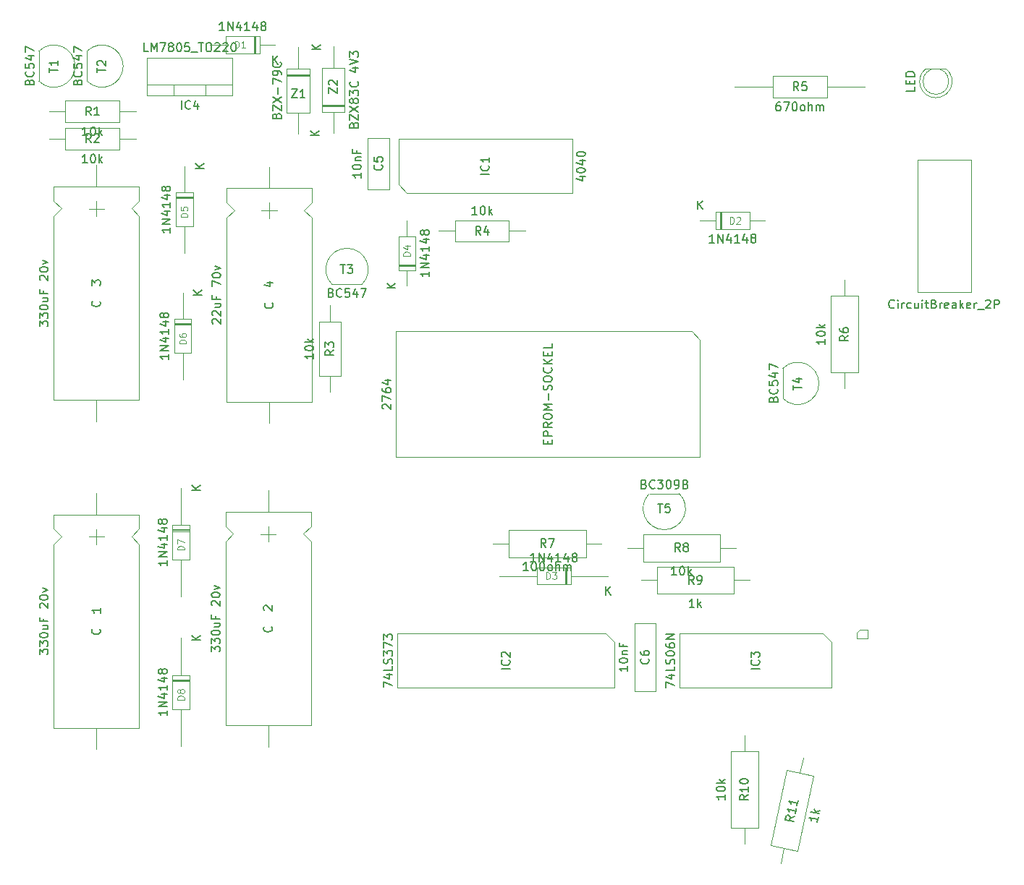
<source format=gbr>
%TF.GenerationSoftware,KiCad,Pcbnew,7.0.7*%
%TF.CreationDate,2024-05-12T11:23:56+02:00*%
%TF.ProjectId,Projekt,50726f6a-656b-4742-9e6b-696361645f70,rev?*%
%TF.SameCoordinates,Original*%
%TF.FileFunction,AssemblyDrawing,Top*%
%FSLAX46Y46*%
G04 Gerber Fmt 4.6, Leading zero omitted, Abs format (unit mm)*
G04 Created by KiCad (PCBNEW 7.0.7) date 2024-05-12 11:23:56*
%MOMM*%
%LPD*%
G01*
G04 APERTURE LIST*
%ADD10C,0.150000*%
%ADD11C,0.120000*%
%ADD12C,0.100000*%
G04 APERTURE END LIST*
D10*
X60757142Y-65334819D02*
X60185714Y-65334819D01*
X60471428Y-65334819D02*
X60471428Y-64334819D01*
X60471428Y-64334819D02*
X60376190Y-64477676D01*
X60376190Y-64477676D02*
X60280952Y-64572914D01*
X60280952Y-64572914D02*
X60185714Y-64620533D01*
X61185714Y-65334819D02*
X61185714Y-64334819D01*
X61185714Y-64334819D02*
X61757142Y-65334819D01*
X61757142Y-65334819D02*
X61757142Y-64334819D01*
X62661904Y-64668152D02*
X62661904Y-65334819D01*
X62423809Y-64287200D02*
X62185714Y-65001485D01*
X62185714Y-65001485D02*
X62804761Y-65001485D01*
X63709523Y-65334819D02*
X63138095Y-65334819D01*
X63423809Y-65334819D02*
X63423809Y-64334819D01*
X63423809Y-64334819D02*
X63328571Y-64477676D01*
X63328571Y-64477676D02*
X63233333Y-64572914D01*
X63233333Y-64572914D02*
X63138095Y-64620533D01*
X64566666Y-64668152D02*
X64566666Y-65334819D01*
X64328571Y-64287200D02*
X64090476Y-65001485D01*
X64090476Y-65001485D02*
X64709523Y-65001485D01*
X65233333Y-64763390D02*
X65138095Y-64715771D01*
X65138095Y-64715771D02*
X65090476Y-64668152D01*
X65090476Y-64668152D02*
X65042857Y-64572914D01*
X65042857Y-64572914D02*
X65042857Y-64525295D01*
X65042857Y-64525295D02*
X65090476Y-64430057D01*
X65090476Y-64430057D02*
X65138095Y-64382438D01*
X65138095Y-64382438D02*
X65233333Y-64334819D01*
X65233333Y-64334819D02*
X65423809Y-64334819D01*
X65423809Y-64334819D02*
X65519047Y-64382438D01*
X65519047Y-64382438D02*
X65566666Y-64430057D01*
X65566666Y-64430057D02*
X65614285Y-64525295D01*
X65614285Y-64525295D02*
X65614285Y-64572914D01*
X65614285Y-64572914D02*
X65566666Y-64668152D01*
X65566666Y-64668152D02*
X65519047Y-64715771D01*
X65519047Y-64715771D02*
X65423809Y-64763390D01*
X65423809Y-64763390D02*
X65233333Y-64763390D01*
X65233333Y-64763390D02*
X65138095Y-64811009D01*
X65138095Y-64811009D02*
X65090476Y-64858628D01*
X65090476Y-64858628D02*
X65042857Y-64953866D01*
X65042857Y-64953866D02*
X65042857Y-65144342D01*
X65042857Y-65144342D02*
X65090476Y-65239580D01*
X65090476Y-65239580D02*
X65138095Y-65287200D01*
X65138095Y-65287200D02*
X65233333Y-65334819D01*
X65233333Y-65334819D02*
X65423809Y-65334819D01*
X65423809Y-65334819D02*
X65519047Y-65287200D01*
X65519047Y-65287200D02*
X65566666Y-65239580D01*
X65566666Y-65239580D02*
X65614285Y-65144342D01*
X65614285Y-65144342D02*
X65614285Y-64953866D01*
X65614285Y-64953866D02*
X65566666Y-64858628D01*
X65566666Y-64858628D02*
X65519047Y-64811009D01*
X65519047Y-64811009D02*
X65423809Y-64763390D01*
D11*
X62009524Y-67363855D02*
X62009524Y-66563855D01*
X62009524Y-66563855D02*
X62200000Y-66563855D01*
X62200000Y-66563855D02*
X62314286Y-66601950D01*
X62314286Y-66601950D02*
X62390476Y-66678140D01*
X62390476Y-66678140D02*
X62428571Y-66754331D01*
X62428571Y-66754331D02*
X62466667Y-66906712D01*
X62466667Y-66906712D02*
X62466667Y-67020998D01*
X62466667Y-67020998D02*
X62428571Y-67173379D01*
X62428571Y-67173379D02*
X62390476Y-67249569D01*
X62390476Y-67249569D02*
X62314286Y-67325760D01*
X62314286Y-67325760D02*
X62200000Y-67363855D01*
X62200000Y-67363855D02*
X62009524Y-67363855D01*
X62733333Y-66563855D02*
X63228571Y-66563855D01*
X63228571Y-66563855D02*
X62961905Y-66868617D01*
X62961905Y-66868617D02*
X63076190Y-66868617D01*
X63076190Y-66868617D02*
X63152381Y-66906712D01*
X63152381Y-66906712D02*
X63190476Y-66944807D01*
X63190476Y-66944807D02*
X63228571Y-67020998D01*
X63228571Y-67020998D02*
X63228571Y-67211474D01*
X63228571Y-67211474D02*
X63190476Y-67287664D01*
X63190476Y-67287664D02*
X63152381Y-67325760D01*
X63152381Y-67325760D02*
X63076190Y-67363855D01*
X63076190Y-67363855D02*
X62847619Y-67363855D01*
X62847619Y-67363855D02*
X62771428Y-67325760D01*
X62771428Y-67325760D02*
X62733333Y-67287664D01*
D10*
X68988095Y-69254819D02*
X68988095Y-68254819D01*
X69559523Y-69254819D02*
X69130952Y-68683390D01*
X69559523Y-68254819D02*
X68988095Y-68826247D01*
X24347142Y-3134819D02*
X23775714Y-3134819D01*
X24061428Y-3134819D02*
X24061428Y-2134819D01*
X24061428Y-2134819D02*
X23966190Y-2277676D01*
X23966190Y-2277676D02*
X23870952Y-2372914D01*
X23870952Y-2372914D02*
X23775714Y-2420533D01*
X24775714Y-3134819D02*
X24775714Y-2134819D01*
X24775714Y-2134819D02*
X25347142Y-3134819D01*
X25347142Y-3134819D02*
X25347142Y-2134819D01*
X26251904Y-2468152D02*
X26251904Y-3134819D01*
X26013809Y-2087200D02*
X25775714Y-2801485D01*
X25775714Y-2801485D02*
X26394761Y-2801485D01*
X27299523Y-3134819D02*
X26728095Y-3134819D01*
X27013809Y-3134819D02*
X27013809Y-2134819D01*
X27013809Y-2134819D02*
X26918571Y-2277676D01*
X26918571Y-2277676D02*
X26823333Y-2372914D01*
X26823333Y-2372914D02*
X26728095Y-2420533D01*
X28156666Y-2468152D02*
X28156666Y-3134819D01*
X27918571Y-2087200D02*
X27680476Y-2801485D01*
X27680476Y-2801485D02*
X28299523Y-2801485D01*
X28823333Y-2563390D02*
X28728095Y-2515771D01*
X28728095Y-2515771D02*
X28680476Y-2468152D01*
X28680476Y-2468152D02*
X28632857Y-2372914D01*
X28632857Y-2372914D02*
X28632857Y-2325295D01*
X28632857Y-2325295D02*
X28680476Y-2230057D01*
X28680476Y-2230057D02*
X28728095Y-2182438D01*
X28728095Y-2182438D02*
X28823333Y-2134819D01*
X28823333Y-2134819D02*
X29013809Y-2134819D01*
X29013809Y-2134819D02*
X29109047Y-2182438D01*
X29109047Y-2182438D02*
X29156666Y-2230057D01*
X29156666Y-2230057D02*
X29204285Y-2325295D01*
X29204285Y-2325295D02*
X29204285Y-2372914D01*
X29204285Y-2372914D02*
X29156666Y-2468152D01*
X29156666Y-2468152D02*
X29109047Y-2515771D01*
X29109047Y-2515771D02*
X29013809Y-2563390D01*
X29013809Y-2563390D02*
X28823333Y-2563390D01*
X28823333Y-2563390D02*
X28728095Y-2611009D01*
X28728095Y-2611009D02*
X28680476Y-2658628D01*
X28680476Y-2658628D02*
X28632857Y-2753866D01*
X28632857Y-2753866D02*
X28632857Y-2944342D01*
X28632857Y-2944342D02*
X28680476Y-3039580D01*
X28680476Y-3039580D02*
X28728095Y-3087200D01*
X28728095Y-3087200D02*
X28823333Y-3134819D01*
X28823333Y-3134819D02*
X29013809Y-3134819D01*
X29013809Y-3134819D02*
X29109047Y-3087200D01*
X29109047Y-3087200D02*
X29156666Y-3039580D01*
X29156666Y-3039580D02*
X29204285Y-2944342D01*
X29204285Y-2944342D02*
X29204285Y-2753866D01*
X29204285Y-2753866D02*
X29156666Y-2658628D01*
X29156666Y-2658628D02*
X29109047Y-2611009D01*
X29109047Y-2611009D02*
X29013809Y-2563390D01*
D11*
X25599524Y-5163855D02*
X25599524Y-4363855D01*
X25599524Y-4363855D02*
X25790000Y-4363855D01*
X25790000Y-4363855D02*
X25904286Y-4401950D01*
X25904286Y-4401950D02*
X25980476Y-4478140D01*
X25980476Y-4478140D02*
X26018571Y-4554331D01*
X26018571Y-4554331D02*
X26056667Y-4706712D01*
X26056667Y-4706712D02*
X26056667Y-4820998D01*
X26056667Y-4820998D02*
X26018571Y-4973379D01*
X26018571Y-4973379D02*
X25980476Y-5049569D01*
X25980476Y-5049569D02*
X25904286Y-5125760D01*
X25904286Y-5125760D02*
X25790000Y-5163855D01*
X25790000Y-5163855D02*
X25599524Y-5163855D01*
X26818571Y-5163855D02*
X26361428Y-5163855D01*
X26590000Y-5163855D02*
X26590000Y-4363855D01*
X26590000Y-4363855D02*
X26513809Y-4478140D01*
X26513809Y-4478140D02*
X26437619Y-4554331D01*
X26437619Y-4554331D02*
X26361428Y-4592426D01*
D10*
X30038095Y-7054819D02*
X30038095Y-6054819D01*
X30609523Y-7054819D02*
X30180952Y-6483390D01*
X30609523Y-6054819D02*
X30038095Y-6626247D01*
X39501009Y-14175238D02*
X39548628Y-14032381D01*
X39548628Y-14032381D02*
X39596247Y-13984762D01*
X39596247Y-13984762D02*
X39691485Y-13937143D01*
X39691485Y-13937143D02*
X39834342Y-13937143D01*
X39834342Y-13937143D02*
X39929580Y-13984762D01*
X39929580Y-13984762D02*
X39977200Y-14032381D01*
X39977200Y-14032381D02*
X40024819Y-14127619D01*
X40024819Y-14127619D02*
X40024819Y-14508571D01*
X40024819Y-14508571D02*
X39024819Y-14508571D01*
X39024819Y-14508571D02*
X39024819Y-14175238D01*
X39024819Y-14175238D02*
X39072438Y-14080000D01*
X39072438Y-14080000D02*
X39120057Y-14032381D01*
X39120057Y-14032381D02*
X39215295Y-13984762D01*
X39215295Y-13984762D02*
X39310533Y-13984762D01*
X39310533Y-13984762D02*
X39405771Y-14032381D01*
X39405771Y-14032381D02*
X39453390Y-14080000D01*
X39453390Y-14080000D02*
X39501009Y-14175238D01*
X39501009Y-14175238D02*
X39501009Y-14508571D01*
X39024819Y-13603809D02*
X39024819Y-12937143D01*
X39024819Y-12937143D02*
X40024819Y-13603809D01*
X40024819Y-13603809D02*
X40024819Y-12937143D01*
X39024819Y-12651428D02*
X40024819Y-11984762D01*
X39024819Y-11984762D02*
X40024819Y-12651428D01*
X39453390Y-11460952D02*
X39405771Y-11556190D01*
X39405771Y-11556190D02*
X39358152Y-11603809D01*
X39358152Y-11603809D02*
X39262914Y-11651428D01*
X39262914Y-11651428D02*
X39215295Y-11651428D01*
X39215295Y-11651428D02*
X39120057Y-11603809D01*
X39120057Y-11603809D02*
X39072438Y-11556190D01*
X39072438Y-11556190D02*
X39024819Y-11460952D01*
X39024819Y-11460952D02*
X39024819Y-11270476D01*
X39024819Y-11270476D02*
X39072438Y-11175238D01*
X39072438Y-11175238D02*
X39120057Y-11127619D01*
X39120057Y-11127619D02*
X39215295Y-11080000D01*
X39215295Y-11080000D02*
X39262914Y-11080000D01*
X39262914Y-11080000D02*
X39358152Y-11127619D01*
X39358152Y-11127619D02*
X39405771Y-11175238D01*
X39405771Y-11175238D02*
X39453390Y-11270476D01*
X39453390Y-11270476D02*
X39453390Y-11460952D01*
X39453390Y-11460952D02*
X39501009Y-11556190D01*
X39501009Y-11556190D02*
X39548628Y-11603809D01*
X39548628Y-11603809D02*
X39643866Y-11651428D01*
X39643866Y-11651428D02*
X39834342Y-11651428D01*
X39834342Y-11651428D02*
X39929580Y-11603809D01*
X39929580Y-11603809D02*
X39977200Y-11556190D01*
X39977200Y-11556190D02*
X40024819Y-11460952D01*
X40024819Y-11460952D02*
X40024819Y-11270476D01*
X40024819Y-11270476D02*
X39977200Y-11175238D01*
X39977200Y-11175238D02*
X39929580Y-11127619D01*
X39929580Y-11127619D02*
X39834342Y-11080000D01*
X39834342Y-11080000D02*
X39643866Y-11080000D01*
X39643866Y-11080000D02*
X39548628Y-11127619D01*
X39548628Y-11127619D02*
X39501009Y-11175238D01*
X39501009Y-11175238D02*
X39453390Y-11270476D01*
X39024819Y-10746666D02*
X39024819Y-10127619D01*
X39024819Y-10127619D02*
X39405771Y-10460952D01*
X39405771Y-10460952D02*
X39405771Y-10318095D01*
X39405771Y-10318095D02*
X39453390Y-10222857D01*
X39453390Y-10222857D02*
X39501009Y-10175238D01*
X39501009Y-10175238D02*
X39596247Y-10127619D01*
X39596247Y-10127619D02*
X39834342Y-10127619D01*
X39834342Y-10127619D02*
X39929580Y-10175238D01*
X39929580Y-10175238D02*
X39977200Y-10222857D01*
X39977200Y-10222857D02*
X40024819Y-10318095D01*
X40024819Y-10318095D02*
X40024819Y-10603809D01*
X40024819Y-10603809D02*
X39977200Y-10699047D01*
X39977200Y-10699047D02*
X39929580Y-10746666D01*
X39929580Y-9127619D02*
X39977200Y-9175238D01*
X39977200Y-9175238D02*
X40024819Y-9318095D01*
X40024819Y-9318095D02*
X40024819Y-9413333D01*
X40024819Y-9413333D02*
X39977200Y-9556190D01*
X39977200Y-9556190D02*
X39881961Y-9651428D01*
X39881961Y-9651428D02*
X39786723Y-9699047D01*
X39786723Y-9699047D02*
X39596247Y-9746666D01*
X39596247Y-9746666D02*
X39453390Y-9746666D01*
X39453390Y-9746666D02*
X39262914Y-9699047D01*
X39262914Y-9699047D02*
X39167676Y-9651428D01*
X39167676Y-9651428D02*
X39072438Y-9556190D01*
X39072438Y-9556190D02*
X39024819Y-9413333D01*
X39024819Y-9413333D02*
X39024819Y-9318095D01*
X39024819Y-9318095D02*
X39072438Y-9175238D01*
X39072438Y-9175238D02*
X39120057Y-9127619D01*
X39358152Y-7508571D02*
X40024819Y-7508571D01*
X38977200Y-7746666D02*
X39691485Y-7984761D01*
X39691485Y-7984761D02*
X39691485Y-7365714D01*
X39024819Y-7127618D02*
X40024819Y-6794285D01*
X40024819Y-6794285D02*
X39024819Y-6460952D01*
X39024819Y-6222856D02*
X39024819Y-5603809D01*
X39024819Y-5603809D02*
X39405771Y-5937142D01*
X39405771Y-5937142D02*
X39405771Y-5794285D01*
X39405771Y-5794285D02*
X39453390Y-5699047D01*
X39453390Y-5699047D02*
X39501009Y-5651428D01*
X39501009Y-5651428D02*
X39596247Y-5603809D01*
X39596247Y-5603809D02*
X39834342Y-5603809D01*
X39834342Y-5603809D02*
X39929580Y-5651428D01*
X39929580Y-5651428D02*
X39977200Y-5699047D01*
X39977200Y-5699047D02*
X40024819Y-5794285D01*
X40024819Y-5794285D02*
X40024819Y-6079999D01*
X40024819Y-6079999D02*
X39977200Y-6175237D01*
X39977200Y-6175237D02*
X39929580Y-6222856D01*
X36554819Y-10499523D02*
X36554819Y-9832857D01*
X36554819Y-9832857D02*
X37554819Y-10499523D01*
X37554819Y-10499523D02*
X37554819Y-9832857D01*
X36650057Y-9499523D02*
X36602438Y-9451904D01*
X36602438Y-9451904D02*
X36554819Y-9356666D01*
X36554819Y-9356666D02*
X36554819Y-9118571D01*
X36554819Y-9118571D02*
X36602438Y-9023333D01*
X36602438Y-9023333D02*
X36650057Y-8975714D01*
X36650057Y-8975714D02*
X36745295Y-8928095D01*
X36745295Y-8928095D02*
X36840533Y-8928095D01*
X36840533Y-8928095D02*
X36983390Y-8975714D01*
X36983390Y-8975714D02*
X37554819Y-9547142D01*
X37554819Y-9547142D02*
X37554819Y-8928095D01*
X35454819Y-15421904D02*
X34454819Y-15421904D01*
X35454819Y-14850476D02*
X34883390Y-15279047D01*
X34454819Y-14850476D02*
X35026247Y-15421904D01*
X30481009Y-13112380D02*
X30528628Y-12969523D01*
X30528628Y-12969523D02*
X30576247Y-12921904D01*
X30576247Y-12921904D02*
X30671485Y-12874285D01*
X30671485Y-12874285D02*
X30814342Y-12874285D01*
X30814342Y-12874285D02*
X30909580Y-12921904D01*
X30909580Y-12921904D02*
X30957200Y-12969523D01*
X30957200Y-12969523D02*
X31004819Y-13064761D01*
X31004819Y-13064761D02*
X31004819Y-13445713D01*
X31004819Y-13445713D02*
X30004819Y-13445713D01*
X30004819Y-13445713D02*
X30004819Y-13112380D01*
X30004819Y-13112380D02*
X30052438Y-13017142D01*
X30052438Y-13017142D02*
X30100057Y-12969523D01*
X30100057Y-12969523D02*
X30195295Y-12921904D01*
X30195295Y-12921904D02*
X30290533Y-12921904D01*
X30290533Y-12921904D02*
X30385771Y-12969523D01*
X30385771Y-12969523D02*
X30433390Y-13017142D01*
X30433390Y-13017142D02*
X30481009Y-13112380D01*
X30481009Y-13112380D02*
X30481009Y-13445713D01*
X30004819Y-12540951D02*
X30004819Y-11874285D01*
X30004819Y-11874285D02*
X31004819Y-12540951D01*
X31004819Y-12540951D02*
X31004819Y-11874285D01*
X30004819Y-11588570D02*
X31004819Y-10921904D01*
X30004819Y-10921904D02*
X31004819Y-11588570D01*
X30623866Y-10540951D02*
X30623866Y-9779047D01*
X30004819Y-9398094D02*
X30004819Y-8731428D01*
X30004819Y-8731428D02*
X31004819Y-9159999D01*
X31004819Y-8302856D02*
X31004819Y-8112380D01*
X31004819Y-8112380D02*
X30957200Y-8017142D01*
X30957200Y-8017142D02*
X30909580Y-7969523D01*
X30909580Y-7969523D02*
X30766723Y-7874285D01*
X30766723Y-7874285D02*
X30576247Y-7826666D01*
X30576247Y-7826666D02*
X30195295Y-7826666D01*
X30195295Y-7826666D02*
X30100057Y-7874285D01*
X30100057Y-7874285D02*
X30052438Y-7921904D01*
X30052438Y-7921904D02*
X30004819Y-8017142D01*
X30004819Y-8017142D02*
X30004819Y-8207618D01*
X30004819Y-8207618D02*
X30052438Y-8302856D01*
X30052438Y-8302856D02*
X30100057Y-8350475D01*
X30100057Y-8350475D02*
X30195295Y-8398094D01*
X30195295Y-8398094D02*
X30433390Y-8398094D01*
X30433390Y-8398094D02*
X30528628Y-8350475D01*
X30528628Y-8350475D02*
X30576247Y-8302856D01*
X30576247Y-8302856D02*
X30623866Y-8207618D01*
X30623866Y-8207618D02*
X30623866Y-8017142D01*
X30623866Y-8017142D02*
X30576247Y-7921904D01*
X30576247Y-7921904D02*
X30528628Y-7874285D01*
X30528628Y-7874285D02*
X30433390Y-7826666D01*
X30909580Y-6826666D02*
X30957200Y-6874285D01*
X30957200Y-6874285D02*
X31004819Y-7017142D01*
X31004819Y-7017142D02*
X31004819Y-7112380D01*
X31004819Y-7112380D02*
X30957200Y-7255237D01*
X30957200Y-7255237D02*
X30861961Y-7350475D01*
X30861961Y-7350475D02*
X30766723Y-7398094D01*
X30766723Y-7398094D02*
X30576247Y-7445713D01*
X30576247Y-7445713D02*
X30433390Y-7445713D01*
X30433390Y-7445713D02*
X30242914Y-7398094D01*
X30242914Y-7398094D02*
X30147676Y-7350475D01*
X30147676Y-7350475D02*
X30052438Y-7255237D01*
X30052438Y-7255237D02*
X30004819Y-7112380D01*
X30004819Y-7112380D02*
X30004819Y-7017142D01*
X30004819Y-7017142D02*
X30052438Y-6874285D01*
X30052438Y-6874285D02*
X30100057Y-6826666D01*
X35574819Y-5341904D02*
X34574819Y-5341904D01*
X35574819Y-4770476D02*
X35003390Y-5199047D01*
X34574819Y-4770476D02*
X35146247Y-5341904D01*
X32210476Y-10004819D02*
X32877142Y-10004819D01*
X32877142Y-10004819D02*
X32210476Y-11004819D01*
X32210476Y-11004819D02*
X32877142Y-11004819D01*
X33781904Y-11004819D02*
X33210476Y-11004819D01*
X33496190Y-11004819D02*
X33496190Y-10004819D01*
X33496190Y-10004819D02*
X33400952Y-10147676D01*
X33400952Y-10147676D02*
X33305714Y-10242914D01*
X33305714Y-10242914D02*
X33210476Y-10290533D01*
X17834819Y-41042857D02*
X17834819Y-41614285D01*
X17834819Y-41328571D02*
X16834819Y-41328571D01*
X16834819Y-41328571D02*
X16977676Y-41423809D01*
X16977676Y-41423809D02*
X17072914Y-41519047D01*
X17072914Y-41519047D02*
X17120533Y-41614285D01*
X17834819Y-40614285D02*
X16834819Y-40614285D01*
X16834819Y-40614285D02*
X17834819Y-40042857D01*
X17834819Y-40042857D02*
X16834819Y-40042857D01*
X17168152Y-39138095D02*
X17834819Y-39138095D01*
X16787200Y-39376190D02*
X17501485Y-39614285D01*
X17501485Y-39614285D02*
X17501485Y-38995238D01*
X17834819Y-38090476D02*
X17834819Y-38661904D01*
X17834819Y-38376190D02*
X16834819Y-38376190D01*
X16834819Y-38376190D02*
X16977676Y-38471428D01*
X16977676Y-38471428D02*
X17072914Y-38566666D01*
X17072914Y-38566666D02*
X17120533Y-38661904D01*
X17168152Y-37233333D02*
X17834819Y-37233333D01*
X16787200Y-37471428D02*
X17501485Y-37709523D01*
X17501485Y-37709523D02*
X17501485Y-37090476D01*
X17263390Y-36566666D02*
X17215771Y-36661904D01*
X17215771Y-36661904D02*
X17168152Y-36709523D01*
X17168152Y-36709523D02*
X17072914Y-36757142D01*
X17072914Y-36757142D02*
X17025295Y-36757142D01*
X17025295Y-36757142D02*
X16930057Y-36709523D01*
X16930057Y-36709523D02*
X16882438Y-36661904D01*
X16882438Y-36661904D02*
X16834819Y-36566666D01*
X16834819Y-36566666D02*
X16834819Y-36376190D01*
X16834819Y-36376190D02*
X16882438Y-36280952D01*
X16882438Y-36280952D02*
X16930057Y-36233333D01*
X16930057Y-36233333D02*
X17025295Y-36185714D01*
X17025295Y-36185714D02*
X17072914Y-36185714D01*
X17072914Y-36185714D02*
X17168152Y-36233333D01*
X17168152Y-36233333D02*
X17215771Y-36280952D01*
X17215771Y-36280952D02*
X17263390Y-36376190D01*
X17263390Y-36376190D02*
X17263390Y-36566666D01*
X17263390Y-36566666D02*
X17311009Y-36661904D01*
X17311009Y-36661904D02*
X17358628Y-36709523D01*
X17358628Y-36709523D02*
X17453866Y-36757142D01*
X17453866Y-36757142D02*
X17644342Y-36757142D01*
X17644342Y-36757142D02*
X17739580Y-36709523D01*
X17739580Y-36709523D02*
X17787200Y-36661904D01*
X17787200Y-36661904D02*
X17834819Y-36566666D01*
X17834819Y-36566666D02*
X17834819Y-36376190D01*
X17834819Y-36376190D02*
X17787200Y-36280952D01*
X17787200Y-36280952D02*
X17739580Y-36233333D01*
X17739580Y-36233333D02*
X17644342Y-36185714D01*
X17644342Y-36185714D02*
X17453866Y-36185714D01*
X17453866Y-36185714D02*
X17358628Y-36233333D01*
X17358628Y-36233333D02*
X17311009Y-36280952D01*
X17311009Y-36280952D02*
X17263390Y-36376190D01*
X21754819Y-34081904D02*
X20754819Y-34081904D01*
X21754819Y-33510476D02*
X21183390Y-33939047D01*
X20754819Y-33510476D02*
X21326247Y-34081904D01*
D11*
X19863855Y-39790475D02*
X19063855Y-39790475D01*
X19063855Y-39790475D02*
X19063855Y-39599999D01*
X19063855Y-39599999D02*
X19101950Y-39485713D01*
X19101950Y-39485713D02*
X19178140Y-39409523D01*
X19178140Y-39409523D02*
X19254331Y-39371428D01*
X19254331Y-39371428D02*
X19406712Y-39333332D01*
X19406712Y-39333332D02*
X19520998Y-39333332D01*
X19520998Y-39333332D02*
X19673379Y-39371428D01*
X19673379Y-39371428D02*
X19749569Y-39409523D01*
X19749569Y-39409523D02*
X19825760Y-39485713D01*
X19825760Y-39485713D02*
X19863855Y-39599999D01*
X19863855Y-39599999D02*
X19863855Y-39790475D01*
X19063855Y-38647618D02*
X19063855Y-38799999D01*
X19063855Y-38799999D02*
X19101950Y-38876190D01*
X19101950Y-38876190D02*
X19140045Y-38914285D01*
X19140045Y-38914285D02*
X19254331Y-38990475D01*
X19254331Y-38990475D02*
X19406712Y-39028571D01*
X19406712Y-39028571D02*
X19711474Y-39028571D01*
X19711474Y-39028571D02*
X19787664Y-38990475D01*
X19787664Y-38990475D02*
X19825760Y-38952380D01*
X19825760Y-38952380D02*
X19863855Y-38876190D01*
X19863855Y-38876190D02*
X19863855Y-38723809D01*
X19863855Y-38723809D02*
X19825760Y-38647618D01*
X19825760Y-38647618D02*
X19787664Y-38609523D01*
X19787664Y-38609523D02*
X19711474Y-38571428D01*
X19711474Y-38571428D02*
X19520998Y-38571428D01*
X19520998Y-38571428D02*
X19444807Y-38609523D01*
X19444807Y-38609523D02*
X19406712Y-38647618D01*
X19406712Y-38647618D02*
X19368617Y-38723809D01*
X19368617Y-38723809D02*
X19368617Y-38876190D01*
X19368617Y-38876190D02*
X19406712Y-38952380D01*
X19406712Y-38952380D02*
X19444807Y-38990475D01*
X19444807Y-38990475D02*
X19520998Y-39028571D01*
D10*
X18034819Y-26222857D02*
X18034819Y-26794285D01*
X18034819Y-26508571D02*
X17034819Y-26508571D01*
X17034819Y-26508571D02*
X17177676Y-26603809D01*
X17177676Y-26603809D02*
X17272914Y-26699047D01*
X17272914Y-26699047D02*
X17320533Y-26794285D01*
X18034819Y-25794285D02*
X17034819Y-25794285D01*
X17034819Y-25794285D02*
X18034819Y-25222857D01*
X18034819Y-25222857D02*
X17034819Y-25222857D01*
X17368152Y-24318095D02*
X18034819Y-24318095D01*
X16987200Y-24556190D02*
X17701485Y-24794285D01*
X17701485Y-24794285D02*
X17701485Y-24175238D01*
X18034819Y-23270476D02*
X18034819Y-23841904D01*
X18034819Y-23556190D02*
X17034819Y-23556190D01*
X17034819Y-23556190D02*
X17177676Y-23651428D01*
X17177676Y-23651428D02*
X17272914Y-23746666D01*
X17272914Y-23746666D02*
X17320533Y-23841904D01*
X17368152Y-22413333D02*
X18034819Y-22413333D01*
X16987200Y-22651428D02*
X17701485Y-22889523D01*
X17701485Y-22889523D02*
X17701485Y-22270476D01*
X17463390Y-21746666D02*
X17415771Y-21841904D01*
X17415771Y-21841904D02*
X17368152Y-21889523D01*
X17368152Y-21889523D02*
X17272914Y-21937142D01*
X17272914Y-21937142D02*
X17225295Y-21937142D01*
X17225295Y-21937142D02*
X17130057Y-21889523D01*
X17130057Y-21889523D02*
X17082438Y-21841904D01*
X17082438Y-21841904D02*
X17034819Y-21746666D01*
X17034819Y-21746666D02*
X17034819Y-21556190D01*
X17034819Y-21556190D02*
X17082438Y-21460952D01*
X17082438Y-21460952D02*
X17130057Y-21413333D01*
X17130057Y-21413333D02*
X17225295Y-21365714D01*
X17225295Y-21365714D02*
X17272914Y-21365714D01*
X17272914Y-21365714D02*
X17368152Y-21413333D01*
X17368152Y-21413333D02*
X17415771Y-21460952D01*
X17415771Y-21460952D02*
X17463390Y-21556190D01*
X17463390Y-21556190D02*
X17463390Y-21746666D01*
X17463390Y-21746666D02*
X17511009Y-21841904D01*
X17511009Y-21841904D02*
X17558628Y-21889523D01*
X17558628Y-21889523D02*
X17653866Y-21937142D01*
X17653866Y-21937142D02*
X17844342Y-21937142D01*
X17844342Y-21937142D02*
X17939580Y-21889523D01*
X17939580Y-21889523D02*
X17987200Y-21841904D01*
X17987200Y-21841904D02*
X18034819Y-21746666D01*
X18034819Y-21746666D02*
X18034819Y-21556190D01*
X18034819Y-21556190D02*
X17987200Y-21460952D01*
X17987200Y-21460952D02*
X17939580Y-21413333D01*
X17939580Y-21413333D02*
X17844342Y-21365714D01*
X17844342Y-21365714D02*
X17653866Y-21365714D01*
X17653866Y-21365714D02*
X17558628Y-21413333D01*
X17558628Y-21413333D02*
X17511009Y-21460952D01*
X17511009Y-21460952D02*
X17463390Y-21556190D01*
X21954819Y-19261904D02*
X20954819Y-19261904D01*
X21954819Y-18690476D02*
X21383390Y-19119047D01*
X20954819Y-18690476D02*
X21526247Y-19261904D01*
D11*
X20063855Y-24970475D02*
X19263855Y-24970475D01*
X19263855Y-24970475D02*
X19263855Y-24779999D01*
X19263855Y-24779999D02*
X19301950Y-24665713D01*
X19301950Y-24665713D02*
X19378140Y-24589523D01*
X19378140Y-24589523D02*
X19454331Y-24551428D01*
X19454331Y-24551428D02*
X19606712Y-24513332D01*
X19606712Y-24513332D02*
X19720998Y-24513332D01*
X19720998Y-24513332D02*
X19873379Y-24551428D01*
X19873379Y-24551428D02*
X19949569Y-24589523D01*
X19949569Y-24589523D02*
X20025760Y-24665713D01*
X20025760Y-24665713D02*
X20063855Y-24779999D01*
X20063855Y-24779999D02*
X20063855Y-24970475D01*
X19263855Y-23789523D02*
X19263855Y-24170475D01*
X19263855Y-24170475D02*
X19644807Y-24208571D01*
X19644807Y-24208571D02*
X19606712Y-24170475D01*
X19606712Y-24170475D02*
X19568617Y-24094285D01*
X19568617Y-24094285D02*
X19568617Y-23903809D01*
X19568617Y-23903809D02*
X19606712Y-23827618D01*
X19606712Y-23827618D02*
X19644807Y-23789523D01*
X19644807Y-23789523D02*
X19720998Y-23751428D01*
X19720998Y-23751428D02*
X19911474Y-23751428D01*
X19911474Y-23751428D02*
X19987664Y-23789523D01*
X19987664Y-23789523D02*
X20025760Y-23827618D01*
X20025760Y-23827618D02*
X20063855Y-23903809D01*
X20063855Y-23903809D02*
X20063855Y-24094285D01*
X20063855Y-24094285D02*
X20025760Y-24170475D01*
X20025760Y-24170475D02*
X19987664Y-24208571D01*
D10*
X17634819Y-65192857D02*
X17634819Y-65764285D01*
X17634819Y-65478571D02*
X16634819Y-65478571D01*
X16634819Y-65478571D02*
X16777676Y-65573809D01*
X16777676Y-65573809D02*
X16872914Y-65669047D01*
X16872914Y-65669047D02*
X16920533Y-65764285D01*
X17634819Y-64764285D02*
X16634819Y-64764285D01*
X16634819Y-64764285D02*
X17634819Y-64192857D01*
X17634819Y-64192857D02*
X16634819Y-64192857D01*
X16968152Y-63288095D02*
X17634819Y-63288095D01*
X16587200Y-63526190D02*
X17301485Y-63764285D01*
X17301485Y-63764285D02*
X17301485Y-63145238D01*
X17634819Y-62240476D02*
X17634819Y-62811904D01*
X17634819Y-62526190D02*
X16634819Y-62526190D01*
X16634819Y-62526190D02*
X16777676Y-62621428D01*
X16777676Y-62621428D02*
X16872914Y-62716666D01*
X16872914Y-62716666D02*
X16920533Y-62811904D01*
X16968152Y-61383333D02*
X17634819Y-61383333D01*
X16587200Y-61621428D02*
X17301485Y-61859523D01*
X17301485Y-61859523D02*
X17301485Y-61240476D01*
X17063390Y-60716666D02*
X17015771Y-60811904D01*
X17015771Y-60811904D02*
X16968152Y-60859523D01*
X16968152Y-60859523D02*
X16872914Y-60907142D01*
X16872914Y-60907142D02*
X16825295Y-60907142D01*
X16825295Y-60907142D02*
X16730057Y-60859523D01*
X16730057Y-60859523D02*
X16682438Y-60811904D01*
X16682438Y-60811904D02*
X16634819Y-60716666D01*
X16634819Y-60716666D02*
X16634819Y-60526190D01*
X16634819Y-60526190D02*
X16682438Y-60430952D01*
X16682438Y-60430952D02*
X16730057Y-60383333D01*
X16730057Y-60383333D02*
X16825295Y-60335714D01*
X16825295Y-60335714D02*
X16872914Y-60335714D01*
X16872914Y-60335714D02*
X16968152Y-60383333D01*
X16968152Y-60383333D02*
X17015771Y-60430952D01*
X17015771Y-60430952D02*
X17063390Y-60526190D01*
X17063390Y-60526190D02*
X17063390Y-60716666D01*
X17063390Y-60716666D02*
X17111009Y-60811904D01*
X17111009Y-60811904D02*
X17158628Y-60859523D01*
X17158628Y-60859523D02*
X17253866Y-60907142D01*
X17253866Y-60907142D02*
X17444342Y-60907142D01*
X17444342Y-60907142D02*
X17539580Y-60859523D01*
X17539580Y-60859523D02*
X17587200Y-60811904D01*
X17587200Y-60811904D02*
X17634819Y-60716666D01*
X17634819Y-60716666D02*
X17634819Y-60526190D01*
X17634819Y-60526190D02*
X17587200Y-60430952D01*
X17587200Y-60430952D02*
X17539580Y-60383333D01*
X17539580Y-60383333D02*
X17444342Y-60335714D01*
X17444342Y-60335714D02*
X17253866Y-60335714D01*
X17253866Y-60335714D02*
X17158628Y-60383333D01*
X17158628Y-60383333D02*
X17111009Y-60430952D01*
X17111009Y-60430952D02*
X17063390Y-60526190D01*
D11*
X19663855Y-63940475D02*
X18863855Y-63940475D01*
X18863855Y-63940475D02*
X18863855Y-63749999D01*
X18863855Y-63749999D02*
X18901950Y-63635713D01*
X18901950Y-63635713D02*
X18978140Y-63559523D01*
X18978140Y-63559523D02*
X19054331Y-63521428D01*
X19054331Y-63521428D02*
X19206712Y-63483332D01*
X19206712Y-63483332D02*
X19320998Y-63483332D01*
X19320998Y-63483332D02*
X19473379Y-63521428D01*
X19473379Y-63521428D02*
X19549569Y-63559523D01*
X19549569Y-63559523D02*
X19625760Y-63635713D01*
X19625760Y-63635713D02*
X19663855Y-63749999D01*
X19663855Y-63749999D02*
X19663855Y-63940475D01*
X18863855Y-63216666D02*
X18863855Y-62683332D01*
X18863855Y-62683332D02*
X19663855Y-63026190D01*
D10*
X21554819Y-56961904D02*
X20554819Y-56961904D01*
X21554819Y-56390476D02*
X20983390Y-56819047D01*
X20554819Y-56390476D02*
X21126247Y-56961904D01*
X48294819Y-31352857D02*
X48294819Y-31924285D01*
X48294819Y-31638571D02*
X47294819Y-31638571D01*
X47294819Y-31638571D02*
X47437676Y-31733809D01*
X47437676Y-31733809D02*
X47532914Y-31829047D01*
X47532914Y-31829047D02*
X47580533Y-31924285D01*
X48294819Y-30924285D02*
X47294819Y-30924285D01*
X47294819Y-30924285D02*
X48294819Y-30352857D01*
X48294819Y-30352857D02*
X47294819Y-30352857D01*
X47628152Y-29448095D02*
X48294819Y-29448095D01*
X47247200Y-29686190D02*
X47961485Y-29924285D01*
X47961485Y-29924285D02*
X47961485Y-29305238D01*
X48294819Y-28400476D02*
X48294819Y-28971904D01*
X48294819Y-28686190D02*
X47294819Y-28686190D01*
X47294819Y-28686190D02*
X47437676Y-28781428D01*
X47437676Y-28781428D02*
X47532914Y-28876666D01*
X47532914Y-28876666D02*
X47580533Y-28971904D01*
X47628152Y-27543333D02*
X48294819Y-27543333D01*
X47247200Y-27781428D02*
X47961485Y-28019523D01*
X47961485Y-28019523D02*
X47961485Y-27400476D01*
X47723390Y-26876666D02*
X47675771Y-26971904D01*
X47675771Y-26971904D02*
X47628152Y-27019523D01*
X47628152Y-27019523D02*
X47532914Y-27067142D01*
X47532914Y-27067142D02*
X47485295Y-27067142D01*
X47485295Y-27067142D02*
X47390057Y-27019523D01*
X47390057Y-27019523D02*
X47342438Y-26971904D01*
X47342438Y-26971904D02*
X47294819Y-26876666D01*
X47294819Y-26876666D02*
X47294819Y-26686190D01*
X47294819Y-26686190D02*
X47342438Y-26590952D01*
X47342438Y-26590952D02*
X47390057Y-26543333D01*
X47390057Y-26543333D02*
X47485295Y-26495714D01*
X47485295Y-26495714D02*
X47532914Y-26495714D01*
X47532914Y-26495714D02*
X47628152Y-26543333D01*
X47628152Y-26543333D02*
X47675771Y-26590952D01*
X47675771Y-26590952D02*
X47723390Y-26686190D01*
X47723390Y-26686190D02*
X47723390Y-26876666D01*
X47723390Y-26876666D02*
X47771009Y-26971904D01*
X47771009Y-26971904D02*
X47818628Y-27019523D01*
X47818628Y-27019523D02*
X47913866Y-27067142D01*
X47913866Y-27067142D02*
X48104342Y-27067142D01*
X48104342Y-27067142D02*
X48199580Y-27019523D01*
X48199580Y-27019523D02*
X48247200Y-26971904D01*
X48247200Y-26971904D02*
X48294819Y-26876666D01*
X48294819Y-26876666D02*
X48294819Y-26686190D01*
X48294819Y-26686190D02*
X48247200Y-26590952D01*
X48247200Y-26590952D02*
X48199580Y-26543333D01*
X48199580Y-26543333D02*
X48104342Y-26495714D01*
X48104342Y-26495714D02*
X47913866Y-26495714D01*
X47913866Y-26495714D02*
X47818628Y-26543333D01*
X47818628Y-26543333D02*
X47771009Y-26590952D01*
X47771009Y-26590952D02*
X47723390Y-26686190D01*
D11*
X46083855Y-29500475D02*
X45283855Y-29500475D01*
X45283855Y-29500475D02*
X45283855Y-29309999D01*
X45283855Y-29309999D02*
X45321950Y-29195713D01*
X45321950Y-29195713D02*
X45398140Y-29119523D01*
X45398140Y-29119523D02*
X45474331Y-29081428D01*
X45474331Y-29081428D02*
X45626712Y-29043332D01*
X45626712Y-29043332D02*
X45740998Y-29043332D01*
X45740998Y-29043332D02*
X45893379Y-29081428D01*
X45893379Y-29081428D02*
X45969569Y-29119523D01*
X45969569Y-29119523D02*
X46045760Y-29195713D01*
X46045760Y-29195713D02*
X46083855Y-29309999D01*
X46083855Y-29309999D02*
X46083855Y-29500475D01*
X45550521Y-28357618D02*
X46083855Y-28357618D01*
X45245760Y-28548094D02*
X45817188Y-28738571D01*
X45817188Y-28738571D02*
X45817188Y-28243332D01*
D10*
X44374819Y-33281904D02*
X43374819Y-33281904D01*
X44374819Y-32710476D02*
X43803390Y-33139047D01*
X43374819Y-32710476D02*
X43946247Y-33281904D01*
X81677142Y-27974819D02*
X81105714Y-27974819D01*
X81391428Y-27974819D02*
X81391428Y-26974819D01*
X81391428Y-26974819D02*
X81296190Y-27117676D01*
X81296190Y-27117676D02*
X81200952Y-27212914D01*
X81200952Y-27212914D02*
X81105714Y-27260533D01*
X82105714Y-27974819D02*
X82105714Y-26974819D01*
X82105714Y-26974819D02*
X82677142Y-27974819D01*
X82677142Y-27974819D02*
X82677142Y-26974819D01*
X83581904Y-27308152D02*
X83581904Y-27974819D01*
X83343809Y-26927200D02*
X83105714Y-27641485D01*
X83105714Y-27641485D02*
X83724761Y-27641485D01*
X84629523Y-27974819D02*
X84058095Y-27974819D01*
X84343809Y-27974819D02*
X84343809Y-26974819D01*
X84343809Y-26974819D02*
X84248571Y-27117676D01*
X84248571Y-27117676D02*
X84153333Y-27212914D01*
X84153333Y-27212914D02*
X84058095Y-27260533D01*
X85486666Y-27308152D02*
X85486666Y-27974819D01*
X85248571Y-26927200D02*
X85010476Y-27641485D01*
X85010476Y-27641485D02*
X85629523Y-27641485D01*
X86153333Y-27403390D02*
X86058095Y-27355771D01*
X86058095Y-27355771D02*
X86010476Y-27308152D01*
X86010476Y-27308152D02*
X85962857Y-27212914D01*
X85962857Y-27212914D02*
X85962857Y-27165295D01*
X85962857Y-27165295D02*
X86010476Y-27070057D01*
X86010476Y-27070057D02*
X86058095Y-27022438D01*
X86058095Y-27022438D02*
X86153333Y-26974819D01*
X86153333Y-26974819D02*
X86343809Y-26974819D01*
X86343809Y-26974819D02*
X86439047Y-27022438D01*
X86439047Y-27022438D02*
X86486666Y-27070057D01*
X86486666Y-27070057D02*
X86534285Y-27165295D01*
X86534285Y-27165295D02*
X86534285Y-27212914D01*
X86534285Y-27212914D02*
X86486666Y-27308152D01*
X86486666Y-27308152D02*
X86439047Y-27355771D01*
X86439047Y-27355771D02*
X86343809Y-27403390D01*
X86343809Y-27403390D02*
X86153333Y-27403390D01*
X86153333Y-27403390D02*
X86058095Y-27451009D01*
X86058095Y-27451009D02*
X86010476Y-27498628D01*
X86010476Y-27498628D02*
X85962857Y-27593866D01*
X85962857Y-27593866D02*
X85962857Y-27784342D01*
X85962857Y-27784342D02*
X86010476Y-27879580D01*
X86010476Y-27879580D02*
X86058095Y-27927200D01*
X86058095Y-27927200D02*
X86153333Y-27974819D01*
X86153333Y-27974819D02*
X86343809Y-27974819D01*
X86343809Y-27974819D02*
X86439047Y-27927200D01*
X86439047Y-27927200D02*
X86486666Y-27879580D01*
X86486666Y-27879580D02*
X86534285Y-27784342D01*
X86534285Y-27784342D02*
X86534285Y-27593866D01*
X86534285Y-27593866D02*
X86486666Y-27498628D01*
X86486666Y-27498628D02*
X86439047Y-27451009D01*
X86439047Y-27451009D02*
X86343809Y-27403390D01*
D11*
X83529524Y-25763855D02*
X83529524Y-24963855D01*
X83529524Y-24963855D02*
X83720000Y-24963855D01*
X83720000Y-24963855D02*
X83834286Y-25001950D01*
X83834286Y-25001950D02*
X83910476Y-25078140D01*
X83910476Y-25078140D02*
X83948571Y-25154331D01*
X83948571Y-25154331D02*
X83986667Y-25306712D01*
X83986667Y-25306712D02*
X83986667Y-25420998D01*
X83986667Y-25420998D02*
X83948571Y-25573379D01*
X83948571Y-25573379D02*
X83910476Y-25649569D01*
X83910476Y-25649569D02*
X83834286Y-25725760D01*
X83834286Y-25725760D02*
X83720000Y-25763855D01*
X83720000Y-25763855D02*
X83529524Y-25763855D01*
X84291428Y-25040045D02*
X84329524Y-25001950D01*
X84329524Y-25001950D02*
X84405714Y-24963855D01*
X84405714Y-24963855D02*
X84596190Y-24963855D01*
X84596190Y-24963855D02*
X84672381Y-25001950D01*
X84672381Y-25001950D02*
X84710476Y-25040045D01*
X84710476Y-25040045D02*
X84748571Y-25116236D01*
X84748571Y-25116236D02*
X84748571Y-25192426D01*
X84748571Y-25192426D02*
X84710476Y-25306712D01*
X84710476Y-25306712D02*
X84253333Y-25763855D01*
X84253333Y-25763855D02*
X84748571Y-25763855D01*
D10*
X79748095Y-24054819D02*
X79748095Y-23054819D01*
X80319523Y-24054819D02*
X79890952Y-23483390D01*
X80319523Y-23054819D02*
X79748095Y-23626247D01*
X17634819Y-82742857D02*
X17634819Y-83314285D01*
X17634819Y-83028571D02*
X16634819Y-83028571D01*
X16634819Y-83028571D02*
X16777676Y-83123809D01*
X16777676Y-83123809D02*
X16872914Y-83219047D01*
X16872914Y-83219047D02*
X16920533Y-83314285D01*
X17634819Y-82314285D02*
X16634819Y-82314285D01*
X16634819Y-82314285D02*
X17634819Y-81742857D01*
X17634819Y-81742857D02*
X16634819Y-81742857D01*
X16968152Y-80838095D02*
X17634819Y-80838095D01*
X16587200Y-81076190D02*
X17301485Y-81314285D01*
X17301485Y-81314285D02*
X17301485Y-80695238D01*
X17634819Y-79790476D02*
X17634819Y-80361904D01*
X17634819Y-80076190D02*
X16634819Y-80076190D01*
X16634819Y-80076190D02*
X16777676Y-80171428D01*
X16777676Y-80171428D02*
X16872914Y-80266666D01*
X16872914Y-80266666D02*
X16920533Y-80361904D01*
X16968152Y-78933333D02*
X17634819Y-78933333D01*
X16587200Y-79171428D02*
X17301485Y-79409523D01*
X17301485Y-79409523D02*
X17301485Y-78790476D01*
X17063390Y-78266666D02*
X17015771Y-78361904D01*
X17015771Y-78361904D02*
X16968152Y-78409523D01*
X16968152Y-78409523D02*
X16872914Y-78457142D01*
X16872914Y-78457142D02*
X16825295Y-78457142D01*
X16825295Y-78457142D02*
X16730057Y-78409523D01*
X16730057Y-78409523D02*
X16682438Y-78361904D01*
X16682438Y-78361904D02*
X16634819Y-78266666D01*
X16634819Y-78266666D02*
X16634819Y-78076190D01*
X16634819Y-78076190D02*
X16682438Y-77980952D01*
X16682438Y-77980952D02*
X16730057Y-77933333D01*
X16730057Y-77933333D02*
X16825295Y-77885714D01*
X16825295Y-77885714D02*
X16872914Y-77885714D01*
X16872914Y-77885714D02*
X16968152Y-77933333D01*
X16968152Y-77933333D02*
X17015771Y-77980952D01*
X17015771Y-77980952D02*
X17063390Y-78076190D01*
X17063390Y-78076190D02*
X17063390Y-78266666D01*
X17063390Y-78266666D02*
X17111009Y-78361904D01*
X17111009Y-78361904D02*
X17158628Y-78409523D01*
X17158628Y-78409523D02*
X17253866Y-78457142D01*
X17253866Y-78457142D02*
X17444342Y-78457142D01*
X17444342Y-78457142D02*
X17539580Y-78409523D01*
X17539580Y-78409523D02*
X17587200Y-78361904D01*
X17587200Y-78361904D02*
X17634819Y-78266666D01*
X17634819Y-78266666D02*
X17634819Y-78076190D01*
X17634819Y-78076190D02*
X17587200Y-77980952D01*
X17587200Y-77980952D02*
X17539580Y-77933333D01*
X17539580Y-77933333D02*
X17444342Y-77885714D01*
X17444342Y-77885714D02*
X17253866Y-77885714D01*
X17253866Y-77885714D02*
X17158628Y-77933333D01*
X17158628Y-77933333D02*
X17111009Y-77980952D01*
X17111009Y-77980952D02*
X17063390Y-78076190D01*
D11*
X19663855Y-81490475D02*
X18863855Y-81490475D01*
X18863855Y-81490475D02*
X18863855Y-81299999D01*
X18863855Y-81299999D02*
X18901950Y-81185713D01*
X18901950Y-81185713D02*
X18978140Y-81109523D01*
X18978140Y-81109523D02*
X19054331Y-81071428D01*
X19054331Y-81071428D02*
X19206712Y-81033332D01*
X19206712Y-81033332D02*
X19320998Y-81033332D01*
X19320998Y-81033332D02*
X19473379Y-81071428D01*
X19473379Y-81071428D02*
X19549569Y-81109523D01*
X19549569Y-81109523D02*
X19625760Y-81185713D01*
X19625760Y-81185713D02*
X19663855Y-81299999D01*
X19663855Y-81299999D02*
X19663855Y-81490475D01*
X19206712Y-80576190D02*
X19168617Y-80652380D01*
X19168617Y-80652380D02*
X19130521Y-80690475D01*
X19130521Y-80690475D02*
X19054331Y-80728571D01*
X19054331Y-80728571D02*
X19016236Y-80728571D01*
X19016236Y-80728571D02*
X18940045Y-80690475D01*
X18940045Y-80690475D02*
X18901950Y-80652380D01*
X18901950Y-80652380D02*
X18863855Y-80576190D01*
X18863855Y-80576190D02*
X18863855Y-80423809D01*
X18863855Y-80423809D02*
X18901950Y-80347618D01*
X18901950Y-80347618D02*
X18940045Y-80309523D01*
X18940045Y-80309523D02*
X19016236Y-80271428D01*
X19016236Y-80271428D02*
X19054331Y-80271428D01*
X19054331Y-80271428D02*
X19130521Y-80309523D01*
X19130521Y-80309523D02*
X19168617Y-80347618D01*
X19168617Y-80347618D02*
X19206712Y-80423809D01*
X19206712Y-80423809D02*
X19206712Y-80576190D01*
X19206712Y-80576190D02*
X19244807Y-80652380D01*
X19244807Y-80652380D02*
X19282902Y-80690475D01*
X19282902Y-80690475D02*
X19359093Y-80728571D01*
X19359093Y-80728571D02*
X19511474Y-80728571D01*
X19511474Y-80728571D02*
X19587664Y-80690475D01*
X19587664Y-80690475D02*
X19625760Y-80652380D01*
X19625760Y-80652380D02*
X19663855Y-80576190D01*
X19663855Y-80576190D02*
X19663855Y-80423809D01*
X19663855Y-80423809D02*
X19625760Y-80347618D01*
X19625760Y-80347618D02*
X19587664Y-80309523D01*
X19587664Y-80309523D02*
X19511474Y-80271428D01*
X19511474Y-80271428D02*
X19359093Y-80271428D01*
X19359093Y-80271428D02*
X19282902Y-80309523D01*
X19282902Y-80309523D02*
X19244807Y-80347618D01*
X19244807Y-80347618D02*
X19206712Y-80423809D01*
D10*
X21554819Y-74511904D02*
X20554819Y-74511904D01*
X21554819Y-73940476D02*
X20983390Y-74369047D01*
X20554819Y-73940476D02*
X21126247Y-74511904D01*
X2734819Y-76180952D02*
X2734819Y-75561905D01*
X2734819Y-75561905D02*
X3115771Y-75895238D01*
X3115771Y-75895238D02*
X3115771Y-75752381D01*
X3115771Y-75752381D02*
X3163390Y-75657143D01*
X3163390Y-75657143D02*
X3211009Y-75609524D01*
X3211009Y-75609524D02*
X3306247Y-75561905D01*
X3306247Y-75561905D02*
X3544342Y-75561905D01*
X3544342Y-75561905D02*
X3639580Y-75609524D01*
X3639580Y-75609524D02*
X3687200Y-75657143D01*
X3687200Y-75657143D02*
X3734819Y-75752381D01*
X3734819Y-75752381D02*
X3734819Y-76038095D01*
X3734819Y-76038095D02*
X3687200Y-76133333D01*
X3687200Y-76133333D02*
X3639580Y-76180952D01*
X2734819Y-75228571D02*
X2734819Y-74609524D01*
X2734819Y-74609524D02*
X3115771Y-74942857D01*
X3115771Y-74942857D02*
X3115771Y-74800000D01*
X3115771Y-74800000D02*
X3163390Y-74704762D01*
X3163390Y-74704762D02*
X3211009Y-74657143D01*
X3211009Y-74657143D02*
X3306247Y-74609524D01*
X3306247Y-74609524D02*
X3544342Y-74609524D01*
X3544342Y-74609524D02*
X3639580Y-74657143D01*
X3639580Y-74657143D02*
X3687200Y-74704762D01*
X3687200Y-74704762D02*
X3734819Y-74800000D01*
X3734819Y-74800000D02*
X3734819Y-75085714D01*
X3734819Y-75085714D02*
X3687200Y-75180952D01*
X3687200Y-75180952D02*
X3639580Y-75228571D01*
X2734819Y-73990476D02*
X2734819Y-73895238D01*
X2734819Y-73895238D02*
X2782438Y-73800000D01*
X2782438Y-73800000D02*
X2830057Y-73752381D01*
X2830057Y-73752381D02*
X2925295Y-73704762D01*
X2925295Y-73704762D02*
X3115771Y-73657143D01*
X3115771Y-73657143D02*
X3353866Y-73657143D01*
X3353866Y-73657143D02*
X3544342Y-73704762D01*
X3544342Y-73704762D02*
X3639580Y-73752381D01*
X3639580Y-73752381D02*
X3687200Y-73800000D01*
X3687200Y-73800000D02*
X3734819Y-73895238D01*
X3734819Y-73895238D02*
X3734819Y-73990476D01*
X3734819Y-73990476D02*
X3687200Y-74085714D01*
X3687200Y-74085714D02*
X3639580Y-74133333D01*
X3639580Y-74133333D02*
X3544342Y-74180952D01*
X3544342Y-74180952D02*
X3353866Y-74228571D01*
X3353866Y-74228571D02*
X3115771Y-74228571D01*
X3115771Y-74228571D02*
X2925295Y-74180952D01*
X2925295Y-74180952D02*
X2830057Y-74133333D01*
X2830057Y-74133333D02*
X2782438Y-74085714D01*
X2782438Y-74085714D02*
X2734819Y-73990476D01*
X3068152Y-72800000D02*
X3734819Y-72800000D01*
X3068152Y-73228571D02*
X3591961Y-73228571D01*
X3591961Y-73228571D02*
X3687200Y-73180952D01*
X3687200Y-73180952D02*
X3734819Y-73085714D01*
X3734819Y-73085714D02*
X3734819Y-72942857D01*
X3734819Y-72942857D02*
X3687200Y-72847619D01*
X3687200Y-72847619D02*
X3639580Y-72800000D01*
X3211009Y-71990476D02*
X3211009Y-72323809D01*
X3734819Y-72323809D02*
X2734819Y-72323809D01*
X2734819Y-72323809D02*
X2734819Y-71847619D01*
X2830057Y-70752380D02*
X2782438Y-70704761D01*
X2782438Y-70704761D02*
X2734819Y-70609523D01*
X2734819Y-70609523D02*
X2734819Y-70371428D01*
X2734819Y-70371428D02*
X2782438Y-70276190D01*
X2782438Y-70276190D02*
X2830057Y-70228571D01*
X2830057Y-70228571D02*
X2925295Y-70180952D01*
X2925295Y-70180952D02*
X3020533Y-70180952D01*
X3020533Y-70180952D02*
X3163390Y-70228571D01*
X3163390Y-70228571D02*
X3734819Y-70799999D01*
X3734819Y-70799999D02*
X3734819Y-70180952D01*
X2734819Y-69561904D02*
X2734819Y-69466666D01*
X2734819Y-69466666D02*
X2782438Y-69371428D01*
X2782438Y-69371428D02*
X2830057Y-69323809D01*
X2830057Y-69323809D02*
X2925295Y-69276190D01*
X2925295Y-69276190D02*
X3115771Y-69228571D01*
X3115771Y-69228571D02*
X3353866Y-69228571D01*
X3353866Y-69228571D02*
X3544342Y-69276190D01*
X3544342Y-69276190D02*
X3639580Y-69323809D01*
X3639580Y-69323809D02*
X3687200Y-69371428D01*
X3687200Y-69371428D02*
X3734819Y-69466666D01*
X3734819Y-69466666D02*
X3734819Y-69561904D01*
X3734819Y-69561904D02*
X3687200Y-69657142D01*
X3687200Y-69657142D02*
X3639580Y-69704761D01*
X3639580Y-69704761D02*
X3544342Y-69752380D01*
X3544342Y-69752380D02*
X3353866Y-69799999D01*
X3353866Y-69799999D02*
X3115771Y-69799999D01*
X3115771Y-69799999D02*
X2925295Y-69752380D01*
X2925295Y-69752380D02*
X2830057Y-69704761D01*
X2830057Y-69704761D02*
X2782438Y-69657142D01*
X2782438Y-69657142D02*
X2734819Y-69561904D01*
X3068152Y-68895237D02*
X3734819Y-68657142D01*
X3734819Y-68657142D02*
X3068152Y-68419047D01*
X9759580Y-73228571D02*
X9807200Y-73276190D01*
X9807200Y-73276190D02*
X9854819Y-73419047D01*
X9854819Y-73419047D02*
X9854819Y-73514285D01*
X9854819Y-73514285D02*
X9807200Y-73657142D01*
X9807200Y-73657142D02*
X9711961Y-73752380D01*
X9711961Y-73752380D02*
X9616723Y-73799999D01*
X9616723Y-73799999D02*
X9426247Y-73847618D01*
X9426247Y-73847618D02*
X9283390Y-73847618D01*
X9283390Y-73847618D02*
X9092914Y-73799999D01*
X9092914Y-73799999D02*
X8997676Y-73752380D01*
X8997676Y-73752380D02*
X8902438Y-73657142D01*
X8902438Y-73657142D02*
X8854819Y-73514285D01*
X8854819Y-73514285D02*
X8854819Y-73419047D01*
X8854819Y-73419047D02*
X8902438Y-73276190D01*
X8902438Y-73276190D02*
X8950057Y-73228571D01*
X9854819Y-70752380D02*
X9854819Y-71323808D01*
X9854819Y-71038094D02*
X8854819Y-71038094D01*
X8854819Y-71038094D02*
X8997676Y-71133332D01*
X8997676Y-71133332D02*
X9092914Y-71228570D01*
X9092914Y-71228570D02*
X9140533Y-71323808D01*
X23030057Y-37457142D02*
X22982438Y-37409523D01*
X22982438Y-37409523D02*
X22934819Y-37314285D01*
X22934819Y-37314285D02*
X22934819Y-37076190D01*
X22934819Y-37076190D02*
X22982438Y-36980952D01*
X22982438Y-36980952D02*
X23030057Y-36933333D01*
X23030057Y-36933333D02*
X23125295Y-36885714D01*
X23125295Y-36885714D02*
X23220533Y-36885714D01*
X23220533Y-36885714D02*
X23363390Y-36933333D01*
X23363390Y-36933333D02*
X23934819Y-37504761D01*
X23934819Y-37504761D02*
X23934819Y-36885714D01*
X23030057Y-36504761D02*
X22982438Y-36457142D01*
X22982438Y-36457142D02*
X22934819Y-36361904D01*
X22934819Y-36361904D02*
X22934819Y-36123809D01*
X22934819Y-36123809D02*
X22982438Y-36028571D01*
X22982438Y-36028571D02*
X23030057Y-35980952D01*
X23030057Y-35980952D02*
X23125295Y-35933333D01*
X23125295Y-35933333D02*
X23220533Y-35933333D01*
X23220533Y-35933333D02*
X23363390Y-35980952D01*
X23363390Y-35980952D02*
X23934819Y-36552380D01*
X23934819Y-36552380D02*
X23934819Y-35933333D01*
X23268152Y-35076190D02*
X23934819Y-35076190D01*
X23268152Y-35504761D02*
X23791961Y-35504761D01*
X23791961Y-35504761D02*
X23887200Y-35457142D01*
X23887200Y-35457142D02*
X23934819Y-35361904D01*
X23934819Y-35361904D02*
X23934819Y-35219047D01*
X23934819Y-35219047D02*
X23887200Y-35123809D01*
X23887200Y-35123809D02*
X23839580Y-35076190D01*
X23411009Y-34266666D02*
X23411009Y-34599999D01*
X23934819Y-34599999D02*
X22934819Y-34599999D01*
X22934819Y-34599999D02*
X22934819Y-34123809D01*
X22934819Y-33076189D02*
X22934819Y-32409523D01*
X22934819Y-32409523D02*
X23934819Y-32838094D01*
X22934819Y-31838094D02*
X22934819Y-31742856D01*
X22934819Y-31742856D02*
X22982438Y-31647618D01*
X22982438Y-31647618D02*
X23030057Y-31599999D01*
X23030057Y-31599999D02*
X23125295Y-31552380D01*
X23125295Y-31552380D02*
X23315771Y-31504761D01*
X23315771Y-31504761D02*
X23553866Y-31504761D01*
X23553866Y-31504761D02*
X23744342Y-31552380D01*
X23744342Y-31552380D02*
X23839580Y-31599999D01*
X23839580Y-31599999D02*
X23887200Y-31647618D01*
X23887200Y-31647618D02*
X23934819Y-31742856D01*
X23934819Y-31742856D02*
X23934819Y-31838094D01*
X23934819Y-31838094D02*
X23887200Y-31933332D01*
X23887200Y-31933332D02*
X23839580Y-31980951D01*
X23839580Y-31980951D02*
X23744342Y-32028570D01*
X23744342Y-32028570D02*
X23553866Y-32076189D01*
X23553866Y-32076189D02*
X23315771Y-32076189D01*
X23315771Y-32076189D02*
X23125295Y-32028570D01*
X23125295Y-32028570D02*
X23030057Y-31980951D01*
X23030057Y-31980951D02*
X22982438Y-31933332D01*
X22982438Y-31933332D02*
X22934819Y-31838094D01*
X23268152Y-31171427D02*
X23934819Y-30933332D01*
X23934819Y-30933332D02*
X23268152Y-30695237D01*
X29959580Y-35028571D02*
X30007200Y-35076190D01*
X30007200Y-35076190D02*
X30054819Y-35219047D01*
X30054819Y-35219047D02*
X30054819Y-35314285D01*
X30054819Y-35314285D02*
X30007200Y-35457142D01*
X30007200Y-35457142D02*
X29911961Y-35552380D01*
X29911961Y-35552380D02*
X29816723Y-35599999D01*
X29816723Y-35599999D02*
X29626247Y-35647618D01*
X29626247Y-35647618D02*
X29483390Y-35647618D01*
X29483390Y-35647618D02*
X29292914Y-35599999D01*
X29292914Y-35599999D02*
X29197676Y-35552380D01*
X29197676Y-35552380D02*
X29102438Y-35457142D01*
X29102438Y-35457142D02*
X29054819Y-35314285D01*
X29054819Y-35314285D02*
X29054819Y-35219047D01*
X29054819Y-35219047D02*
X29102438Y-35076190D01*
X29102438Y-35076190D02*
X29150057Y-35028571D01*
X29388152Y-32647618D02*
X30054819Y-32647618D01*
X29007200Y-32885713D02*
X29721485Y-33123808D01*
X29721485Y-33123808D02*
X29721485Y-32504761D01*
X2734819Y-37780952D02*
X2734819Y-37161905D01*
X2734819Y-37161905D02*
X3115771Y-37495238D01*
X3115771Y-37495238D02*
X3115771Y-37352381D01*
X3115771Y-37352381D02*
X3163390Y-37257143D01*
X3163390Y-37257143D02*
X3211009Y-37209524D01*
X3211009Y-37209524D02*
X3306247Y-37161905D01*
X3306247Y-37161905D02*
X3544342Y-37161905D01*
X3544342Y-37161905D02*
X3639580Y-37209524D01*
X3639580Y-37209524D02*
X3687200Y-37257143D01*
X3687200Y-37257143D02*
X3734819Y-37352381D01*
X3734819Y-37352381D02*
X3734819Y-37638095D01*
X3734819Y-37638095D02*
X3687200Y-37733333D01*
X3687200Y-37733333D02*
X3639580Y-37780952D01*
X2734819Y-36828571D02*
X2734819Y-36209524D01*
X2734819Y-36209524D02*
X3115771Y-36542857D01*
X3115771Y-36542857D02*
X3115771Y-36400000D01*
X3115771Y-36400000D02*
X3163390Y-36304762D01*
X3163390Y-36304762D02*
X3211009Y-36257143D01*
X3211009Y-36257143D02*
X3306247Y-36209524D01*
X3306247Y-36209524D02*
X3544342Y-36209524D01*
X3544342Y-36209524D02*
X3639580Y-36257143D01*
X3639580Y-36257143D02*
X3687200Y-36304762D01*
X3687200Y-36304762D02*
X3734819Y-36400000D01*
X3734819Y-36400000D02*
X3734819Y-36685714D01*
X3734819Y-36685714D02*
X3687200Y-36780952D01*
X3687200Y-36780952D02*
X3639580Y-36828571D01*
X2734819Y-35590476D02*
X2734819Y-35495238D01*
X2734819Y-35495238D02*
X2782438Y-35400000D01*
X2782438Y-35400000D02*
X2830057Y-35352381D01*
X2830057Y-35352381D02*
X2925295Y-35304762D01*
X2925295Y-35304762D02*
X3115771Y-35257143D01*
X3115771Y-35257143D02*
X3353866Y-35257143D01*
X3353866Y-35257143D02*
X3544342Y-35304762D01*
X3544342Y-35304762D02*
X3639580Y-35352381D01*
X3639580Y-35352381D02*
X3687200Y-35400000D01*
X3687200Y-35400000D02*
X3734819Y-35495238D01*
X3734819Y-35495238D02*
X3734819Y-35590476D01*
X3734819Y-35590476D02*
X3687200Y-35685714D01*
X3687200Y-35685714D02*
X3639580Y-35733333D01*
X3639580Y-35733333D02*
X3544342Y-35780952D01*
X3544342Y-35780952D02*
X3353866Y-35828571D01*
X3353866Y-35828571D02*
X3115771Y-35828571D01*
X3115771Y-35828571D02*
X2925295Y-35780952D01*
X2925295Y-35780952D02*
X2830057Y-35733333D01*
X2830057Y-35733333D02*
X2782438Y-35685714D01*
X2782438Y-35685714D02*
X2734819Y-35590476D01*
X3068152Y-34400000D02*
X3734819Y-34400000D01*
X3068152Y-34828571D02*
X3591961Y-34828571D01*
X3591961Y-34828571D02*
X3687200Y-34780952D01*
X3687200Y-34780952D02*
X3734819Y-34685714D01*
X3734819Y-34685714D02*
X3734819Y-34542857D01*
X3734819Y-34542857D02*
X3687200Y-34447619D01*
X3687200Y-34447619D02*
X3639580Y-34400000D01*
X3211009Y-33590476D02*
X3211009Y-33923809D01*
X3734819Y-33923809D02*
X2734819Y-33923809D01*
X2734819Y-33923809D02*
X2734819Y-33447619D01*
X2830057Y-32352380D02*
X2782438Y-32304761D01*
X2782438Y-32304761D02*
X2734819Y-32209523D01*
X2734819Y-32209523D02*
X2734819Y-31971428D01*
X2734819Y-31971428D02*
X2782438Y-31876190D01*
X2782438Y-31876190D02*
X2830057Y-31828571D01*
X2830057Y-31828571D02*
X2925295Y-31780952D01*
X2925295Y-31780952D02*
X3020533Y-31780952D01*
X3020533Y-31780952D02*
X3163390Y-31828571D01*
X3163390Y-31828571D02*
X3734819Y-32399999D01*
X3734819Y-32399999D02*
X3734819Y-31780952D01*
X2734819Y-31161904D02*
X2734819Y-31066666D01*
X2734819Y-31066666D02*
X2782438Y-30971428D01*
X2782438Y-30971428D02*
X2830057Y-30923809D01*
X2830057Y-30923809D02*
X2925295Y-30876190D01*
X2925295Y-30876190D02*
X3115771Y-30828571D01*
X3115771Y-30828571D02*
X3353866Y-30828571D01*
X3353866Y-30828571D02*
X3544342Y-30876190D01*
X3544342Y-30876190D02*
X3639580Y-30923809D01*
X3639580Y-30923809D02*
X3687200Y-30971428D01*
X3687200Y-30971428D02*
X3734819Y-31066666D01*
X3734819Y-31066666D02*
X3734819Y-31161904D01*
X3734819Y-31161904D02*
X3687200Y-31257142D01*
X3687200Y-31257142D02*
X3639580Y-31304761D01*
X3639580Y-31304761D02*
X3544342Y-31352380D01*
X3544342Y-31352380D02*
X3353866Y-31399999D01*
X3353866Y-31399999D02*
X3115771Y-31399999D01*
X3115771Y-31399999D02*
X2925295Y-31352380D01*
X2925295Y-31352380D02*
X2830057Y-31304761D01*
X2830057Y-31304761D02*
X2782438Y-31257142D01*
X2782438Y-31257142D02*
X2734819Y-31161904D01*
X3068152Y-30495237D02*
X3734819Y-30257142D01*
X3734819Y-30257142D02*
X3068152Y-30019047D01*
X9759580Y-34828571D02*
X9807200Y-34876190D01*
X9807200Y-34876190D02*
X9854819Y-35019047D01*
X9854819Y-35019047D02*
X9854819Y-35114285D01*
X9854819Y-35114285D02*
X9807200Y-35257142D01*
X9807200Y-35257142D02*
X9711961Y-35352380D01*
X9711961Y-35352380D02*
X9616723Y-35399999D01*
X9616723Y-35399999D02*
X9426247Y-35447618D01*
X9426247Y-35447618D02*
X9283390Y-35447618D01*
X9283390Y-35447618D02*
X9092914Y-35399999D01*
X9092914Y-35399999D02*
X8997676Y-35352380D01*
X8997676Y-35352380D02*
X8902438Y-35257142D01*
X8902438Y-35257142D02*
X8854819Y-35114285D01*
X8854819Y-35114285D02*
X8854819Y-35019047D01*
X8854819Y-35019047D02*
X8902438Y-34876190D01*
X8902438Y-34876190D02*
X8950057Y-34828571D01*
X8854819Y-32971427D02*
X8854819Y-32352380D01*
X8854819Y-32352380D02*
X9235771Y-32685713D01*
X9235771Y-32685713D02*
X9235771Y-32542856D01*
X9235771Y-32542856D02*
X9283390Y-32447618D01*
X9283390Y-32447618D02*
X9331009Y-32399999D01*
X9331009Y-32399999D02*
X9426247Y-32352380D01*
X9426247Y-32352380D02*
X9664342Y-32352380D01*
X9664342Y-32352380D02*
X9759580Y-32399999D01*
X9759580Y-32399999D02*
X9807200Y-32447618D01*
X9807200Y-32447618D02*
X9854819Y-32542856D01*
X9854819Y-32542856D02*
X9854819Y-32828570D01*
X9854819Y-32828570D02*
X9807200Y-32923808D01*
X9807200Y-32923808D02*
X9759580Y-32971427D01*
X22834819Y-75880952D02*
X22834819Y-75261905D01*
X22834819Y-75261905D02*
X23215771Y-75595238D01*
X23215771Y-75595238D02*
X23215771Y-75452381D01*
X23215771Y-75452381D02*
X23263390Y-75357143D01*
X23263390Y-75357143D02*
X23311009Y-75309524D01*
X23311009Y-75309524D02*
X23406247Y-75261905D01*
X23406247Y-75261905D02*
X23644342Y-75261905D01*
X23644342Y-75261905D02*
X23739580Y-75309524D01*
X23739580Y-75309524D02*
X23787200Y-75357143D01*
X23787200Y-75357143D02*
X23834819Y-75452381D01*
X23834819Y-75452381D02*
X23834819Y-75738095D01*
X23834819Y-75738095D02*
X23787200Y-75833333D01*
X23787200Y-75833333D02*
X23739580Y-75880952D01*
X22834819Y-74928571D02*
X22834819Y-74309524D01*
X22834819Y-74309524D02*
X23215771Y-74642857D01*
X23215771Y-74642857D02*
X23215771Y-74500000D01*
X23215771Y-74500000D02*
X23263390Y-74404762D01*
X23263390Y-74404762D02*
X23311009Y-74357143D01*
X23311009Y-74357143D02*
X23406247Y-74309524D01*
X23406247Y-74309524D02*
X23644342Y-74309524D01*
X23644342Y-74309524D02*
X23739580Y-74357143D01*
X23739580Y-74357143D02*
X23787200Y-74404762D01*
X23787200Y-74404762D02*
X23834819Y-74500000D01*
X23834819Y-74500000D02*
X23834819Y-74785714D01*
X23834819Y-74785714D02*
X23787200Y-74880952D01*
X23787200Y-74880952D02*
X23739580Y-74928571D01*
X22834819Y-73690476D02*
X22834819Y-73595238D01*
X22834819Y-73595238D02*
X22882438Y-73500000D01*
X22882438Y-73500000D02*
X22930057Y-73452381D01*
X22930057Y-73452381D02*
X23025295Y-73404762D01*
X23025295Y-73404762D02*
X23215771Y-73357143D01*
X23215771Y-73357143D02*
X23453866Y-73357143D01*
X23453866Y-73357143D02*
X23644342Y-73404762D01*
X23644342Y-73404762D02*
X23739580Y-73452381D01*
X23739580Y-73452381D02*
X23787200Y-73500000D01*
X23787200Y-73500000D02*
X23834819Y-73595238D01*
X23834819Y-73595238D02*
X23834819Y-73690476D01*
X23834819Y-73690476D02*
X23787200Y-73785714D01*
X23787200Y-73785714D02*
X23739580Y-73833333D01*
X23739580Y-73833333D02*
X23644342Y-73880952D01*
X23644342Y-73880952D02*
X23453866Y-73928571D01*
X23453866Y-73928571D02*
X23215771Y-73928571D01*
X23215771Y-73928571D02*
X23025295Y-73880952D01*
X23025295Y-73880952D02*
X22930057Y-73833333D01*
X22930057Y-73833333D02*
X22882438Y-73785714D01*
X22882438Y-73785714D02*
X22834819Y-73690476D01*
X23168152Y-72500000D02*
X23834819Y-72500000D01*
X23168152Y-72928571D02*
X23691961Y-72928571D01*
X23691961Y-72928571D02*
X23787200Y-72880952D01*
X23787200Y-72880952D02*
X23834819Y-72785714D01*
X23834819Y-72785714D02*
X23834819Y-72642857D01*
X23834819Y-72642857D02*
X23787200Y-72547619D01*
X23787200Y-72547619D02*
X23739580Y-72500000D01*
X23311009Y-71690476D02*
X23311009Y-72023809D01*
X23834819Y-72023809D02*
X22834819Y-72023809D01*
X22834819Y-72023809D02*
X22834819Y-71547619D01*
X22930057Y-70452380D02*
X22882438Y-70404761D01*
X22882438Y-70404761D02*
X22834819Y-70309523D01*
X22834819Y-70309523D02*
X22834819Y-70071428D01*
X22834819Y-70071428D02*
X22882438Y-69976190D01*
X22882438Y-69976190D02*
X22930057Y-69928571D01*
X22930057Y-69928571D02*
X23025295Y-69880952D01*
X23025295Y-69880952D02*
X23120533Y-69880952D01*
X23120533Y-69880952D02*
X23263390Y-69928571D01*
X23263390Y-69928571D02*
X23834819Y-70499999D01*
X23834819Y-70499999D02*
X23834819Y-69880952D01*
X22834819Y-69261904D02*
X22834819Y-69166666D01*
X22834819Y-69166666D02*
X22882438Y-69071428D01*
X22882438Y-69071428D02*
X22930057Y-69023809D01*
X22930057Y-69023809D02*
X23025295Y-68976190D01*
X23025295Y-68976190D02*
X23215771Y-68928571D01*
X23215771Y-68928571D02*
X23453866Y-68928571D01*
X23453866Y-68928571D02*
X23644342Y-68976190D01*
X23644342Y-68976190D02*
X23739580Y-69023809D01*
X23739580Y-69023809D02*
X23787200Y-69071428D01*
X23787200Y-69071428D02*
X23834819Y-69166666D01*
X23834819Y-69166666D02*
X23834819Y-69261904D01*
X23834819Y-69261904D02*
X23787200Y-69357142D01*
X23787200Y-69357142D02*
X23739580Y-69404761D01*
X23739580Y-69404761D02*
X23644342Y-69452380D01*
X23644342Y-69452380D02*
X23453866Y-69499999D01*
X23453866Y-69499999D02*
X23215771Y-69499999D01*
X23215771Y-69499999D02*
X23025295Y-69452380D01*
X23025295Y-69452380D02*
X22930057Y-69404761D01*
X22930057Y-69404761D02*
X22882438Y-69357142D01*
X22882438Y-69357142D02*
X22834819Y-69261904D01*
X23168152Y-68595237D02*
X23834819Y-68357142D01*
X23834819Y-68357142D02*
X23168152Y-68119047D01*
X29859580Y-72928571D02*
X29907200Y-72976190D01*
X29907200Y-72976190D02*
X29954819Y-73119047D01*
X29954819Y-73119047D02*
X29954819Y-73214285D01*
X29954819Y-73214285D02*
X29907200Y-73357142D01*
X29907200Y-73357142D02*
X29811961Y-73452380D01*
X29811961Y-73452380D02*
X29716723Y-73499999D01*
X29716723Y-73499999D02*
X29526247Y-73547618D01*
X29526247Y-73547618D02*
X29383390Y-73547618D01*
X29383390Y-73547618D02*
X29192914Y-73499999D01*
X29192914Y-73499999D02*
X29097676Y-73452380D01*
X29097676Y-73452380D02*
X29002438Y-73357142D01*
X29002438Y-73357142D02*
X28954819Y-73214285D01*
X28954819Y-73214285D02*
X28954819Y-73119047D01*
X28954819Y-73119047D02*
X29002438Y-72976190D01*
X29002438Y-72976190D02*
X29050057Y-72928571D01*
X29050057Y-71023808D02*
X29002438Y-70976189D01*
X29002438Y-70976189D02*
X28954819Y-70880951D01*
X28954819Y-70880951D02*
X28954819Y-70642856D01*
X28954819Y-70642856D02*
X29002438Y-70547618D01*
X29002438Y-70547618D02*
X29050057Y-70499999D01*
X29050057Y-70499999D02*
X29145295Y-70452380D01*
X29145295Y-70452380D02*
X29240533Y-70452380D01*
X29240533Y-70452380D02*
X29383390Y-70499999D01*
X29383390Y-70499999D02*
X29954819Y-71071427D01*
X29954819Y-71071427D02*
X29954819Y-70452380D01*
X102726665Y-35569580D02*
X102679046Y-35617200D01*
X102679046Y-35617200D02*
X102536189Y-35664819D01*
X102536189Y-35664819D02*
X102440951Y-35664819D01*
X102440951Y-35664819D02*
X102298094Y-35617200D01*
X102298094Y-35617200D02*
X102202856Y-35521961D01*
X102202856Y-35521961D02*
X102155237Y-35426723D01*
X102155237Y-35426723D02*
X102107618Y-35236247D01*
X102107618Y-35236247D02*
X102107618Y-35093390D01*
X102107618Y-35093390D02*
X102155237Y-34902914D01*
X102155237Y-34902914D02*
X102202856Y-34807676D01*
X102202856Y-34807676D02*
X102298094Y-34712438D01*
X102298094Y-34712438D02*
X102440951Y-34664819D01*
X102440951Y-34664819D02*
X102536189Y-34664819D01*
X102536189Y-34664819D02*
X102679046Y-34712438D01*
X102679046Y-34712438D02*
X102726665Y-34760057D01*
X103155237Y-35664819D02*
X103155237Y-34998152D01*
X103155237Y-34664819D02*
X103107618Y-34712438D01*
X103107618Y-34712438D02*
X103155237Y-34760057D01*
X103155237Y-34760057D02*
X103202856Y-34712438D01*
X103202856Y-34712438D02*
X103155237Y-34664819D01*
X103155237Y-34664819D02*
X103155237Y-34760057D01*
X103631427Y-35664819D02*
X103631427Y-34998152D01*
X103631427Y-35188628D02*
X103679046Y-35093390D01*
X103679046Y-35093390D02*
X103726665Y-35045771D01*
X103726665Y-35045771D02*
X103821903Y-34998152D01*
X103821903Y-34998152D02*
X103917141Y-34998152D01*
X104679046Y-35617200D02*
X104583808Y-35664819D01*
X104583808Y-35664819D02*
X104393332Y-35664819D01*
X104393332Y-35664819D02*
X104298094Y-35617200D01*
X104298094Y-35617200D02*
X104250475Y-35569580D01*
X104250475Y-35569580D02*
X104202856Y-35474342D01*
X104202856Y-35474342D02*
X104202856Y-35188628D01*
X104202856Y-35188628D02*
X104250475Y-35093390D01*
X104250475Y-35093390D02*
X104298094Y-35045771D01*
X104298094Y-35045771D02*
X104393332Y-34998152D01*
X104393332Y-34998152D02*
X104583808Y-34998152D01*
X104583808Y-34998152D02*
X104679046Y-35045771D01*
X105536189Y-34998152D02*
X105536189Y-35664819D01*
X105107618Y-34998152D02*
X105107618Y-35521961D01*
X105107618Y-35521961D02*
X105155237Y-35617200D01*
X105155237Y-35617200D02*
X105250475Y-35664819D01*
X105250475Y-35664819D02*
X105393332Y-35664819D01*
X105393332Y-35664819D02*
X105488570Y-35617200D01*
X105488570Y-35617200D02*
X105536189Y-35569580D01*
X106012380Y-35664819D02*
X106012380Y-34998152D01*
X106012380Y-34664819D02*
X105964761Y-34712438D01*
X105964761Y-34712438D02*
X106012380Y-34760057D01*
X106012380Y-34760057D02*
X106059999Y-34712438D01*
X106059999Y-34712438D02*
X106012380Y-34664819D01*
X106012380Y-34664819D02*
X106012380Y-34760057D01*
X106345713Y-34998152D02*
X106726665Y-34998152D01*
X106488570Y-34664819D02*
X106488570Y-35521961D01*
X106488570Y-35521961D02*
X106536189Y-35617200D01*
X106536189Y-35617200D02*
X106631427Y-35664819D01*
X106631427Y-35664819D02*
X106726665Y-35664819D01*
X107393332Y-35141009D02*
X107536189Y-35188628D01*
X107536189Y-35188628D02*
X107583808Y-35236247D01*
X107583808Y-35236247D02*
X107631427Y-35331485D01*
X107631427Y-35331485D02*
X107631427Y-35474342D01*
X107631427Y-35474342D02*
X107583808Y-35569580D01*
X107583808Y-35569580D02*
X107536189Y-35617200D01*
X107536189Y-35617200D02*
X107440951Y-35664819D01*
X107440951Y-35664819D02*
X107059999Y-35664819D01*
X107059999Y-35664819D02*
X107059999Y-34664819D01*
X107059999Y-34664819D02*
X107393332Y-34664819D01*
X107393332Y-34664819D02*
X107488570Y-34712438D01*
X107488570Y-34712438D02*
X107536189Y-34760057D01*
X107536189Y-34760057D02*
X107583808Y-34855295D01*
X107583808Y-34855295D02*
X107583808Y-34950533D01*
X107583808Y-34950533D02*
X107536189Y-35045771D01*
X107536189Y-35045771D02*
X107488570Y-35093390D01*
X107488570Y-35093390D02*
X107393332Y-35141009D01*
X107393332Y-35141009D02*
X107059999Y-35141009D01*
X108059999Y-35664819D02*
X108059999Y-34998152D01*
X108059999Y-35188628D02*
X108107618Y-35093390D01*
X108107618Y-35093390D02*
X108155237Y-35045771D01*
X108155237Y-35045771D02*
X108250475Y-34998152D01*
X108250475Y-34998152D02*
X108345713Y-34998152D01*
X109059999Y-35617200D02*
X108964761Y-35664819D01*
X108964761Y-35664819D02*
X108774285Y-35664819D01*
X108774285Y-35664819D02*
X108679047Y-35617200D01*
X108679047Y-35617200D02*
X108631428Y-35521961D01*
X108631428Y-35521961D02*
X108631428Y-35141009D01*
X108631428Y-35141009D02*
X108679047Y-35045771D01*
X108679047Y-35045771D02*
X108774285Y-34998152D01*
X108774285Y-34998152D02*
X108964761Y-34998152D01*
X108964761Y-34998152D02*
X109059999Y-35045771D01*
X109059999Y-35045771D02*
X109107618Y-35141009D01*
X109107618Y-35141009D02*
X109107618Y-35236247D01*
X109107618Y-35236247D02*
X108631428Y-35331485D01*
X109964761Y-35664819D02*
X109964761Y-35141009D01*
X109964761Y-35141009D02*
X109917142Y-35045771D01*
X109917142Y-35045771D02*
X109821904Y-34998152D01*
X109821904Y-34998152D02*
X109631428Y-34998152D01*
X109631428Y-34998152D02*
X109536190Y-35045771D01*
X109964761Y-35617200D02*
X109869523Y-35664819D01*
X109869523Y-35664819D02*
X109631428Y-35664819D01*
X109631428Y-35664819D02*
X109536190Y-35617200D01*
X109536190Y-35617200D02*
X109488571Y-35521961D01*
X109488571Y-35521961D02*
X109488571Y-35426723D01*
X109488571Y-35426723D02*
X109536190Y-35331485D01*
X109536190Y-35331485D02*
X109631428Y-35283866D01*
X109631428Y-35283866D02*
X109869523Y-35283866D01*
X109869523Y-35283866D02*
X109964761Y-35236247D01*
X110440952Y-35664819D02*
X110440952Y-34664819D01*
X110536190Y-35283866D02*
X110821904Y-35664819D01*
X110821904Y-34998152D02*
X110440952Y-35379104D01*
X111631428Y-35617200D02*
X111536190Y-35664819D01*
X111536190Y-35664819D02*
X111345714Y-35664819D01*
X111345714Y-35664819D02*
X111250476Y-35617200D01*
X111250476Y-35617200D02*
X111202857Y-35521961D01*
X111202857Y-35521961D02*
X111202857Y-35141009D01*
X111202857Y-35141009D02*
X111250476Y-35045771D01*
X111250476Y-35045771D02*
X111345714Y-34998152D01*
X111345714Y-34998152D02*
X111536190Y-34998152D01*
X111536190Y-34998152D02*
X111631428Y-35045771D01*
X111631428Y-35045771D02*
X111679047Y-35141009D01*
X111679047Y-35141009D02*
X111679047Y-35236247D01*
X111679047Y-35236247D02*
X111202857Y-35331485D01*
X112107619Y-35664819D02*
X112107619Y-34998152D01*
X112107619Y-35188628D02*
X112155238Y-35093390D01*
X112155238Y-35093390D02*
X112202857Y-35045771D01*
X112202857Y-35045771D02*
X112298095Y-34998152D01*
X112298095Y-34998152D02*
X112393333Y-34998152D01*
X112488572Y-35760057D02*
X113250476Y-35760057D01*
X113440953Y-34760057D02*
X113488572Y-34712438D01*
X113488572Y-34712438D02*
X113583810Y-34664819D01*
X113583810Y-34664819D02*
X113821905Y-34664819D01*
X113821905Y-34664819D02*
X113917143Y-34712438D01*
X113917143Y-34712438D02*
X113964762Y-34760057D01*
X113964762Y-34760057D02*
X114012381Y-34855295D01*
X114012381Y-34855295D02*
X114012381Y-34950533D01*
X114012381Y-34950533D02*
X113964762Y-35093390D01*
X113964762Y-35093390D02*
X113393334Y-35664819D01*
X113393334Y-35664819D02*
X114012381Y-35664819D01*
X114440953Y-35664819D02*
X114440953Y-34664819D01*
X114440953Y-34664819D02*
X114821905Y-34664819D01*
X114821905Y-34664819D02*
X114917143Y-34712438D01*
X114917143Y-34712438D02*
X114964762Y-34760057D01*
X114964762Y-34760057D02*
X115012381Y-34855295D01*
X115012381Y-34855295D02*
X115012381Y-34998152D01*
X115012381Y-34998152D02*
X114964762Y-35093390D01*
X114964762Y-35093390D02*
X114917143Y-35141009D01*
X114917143Y-35141009D02*
X114821905Y-35188628D01*
X114821905Y-35188628D02*
X114440953Y-35188628D01*
X105094819Y-9737857D02*
X105094819Y-10214047D01*
X105094819Y-10214047D02*
X104094819Y-10214047D01*
X104571009Y-9404523D02*
X104571009Y-9071190D01*
X105094819Y-8928333D02*
X105094819Y-9404523D01*
X105094819Y-9404523D02*
X104094819Y-9404523D01*
X104094819Y-9404523D02*
X104094819Y-8928333D01*
X105094819Y-8499761D02*
X104094819Y-8499761D01*
X104094819Y-8499761D02*
X104094819Y-8261666D01*
X104094819Y-8261666D02*
X104142438Y-8118809D01*
X104142438Y-8118809D02*
X104237676Y-8023571D01*
X104237676Y-8023571D02*
X104332914Y-7975952D01*
X104332914Y-7975952D02*
X104523390Y-7928333D01*
X104523390Y-7928333D02*
X104666247Y-7928333D01*
X104666247Y-7928333D02*
X104856723Y-7975952D01*
X104856723Y-7975952D02*
X104951961Y-8023571D01*
X104951961Y-8023571D02*
X105047200Y-8118809D01*
X105047200Y-8118809D02*
X105094819Y-8261666D01*
X105094819Y-8261666D02*
X105094819Y-8499761D01*
X73472857Y-56241009D02*
X73615714Y-56288628D01*
X73615714Y-56288628D02*
X73663333Y-56336247D01*
X73663333Y-56336247D02*
X73710952Y-56431485D01*
X73710952Y-56431485D02*
X73710952Y-56574342D01*
X73710952Y-56574342D02*
X73663333Y-56669580D01*
X73663333Y-56669580D02*
X73615714Y-56717200D01*
X73615714Y-56717200D02*
X73520476Y-56764819D01*
X73520476Y-56764819D02*
X73139524Y-56764819D01*
X73139524Y-56764819D02*
X73139524Y-55764819D01*
X73139524Y-55764819D02*
X73472857Y-55764819D01*
X73472857Y-55764819D02*
X73568095Y-55812438D01*
X73568095Y-55812438D02*
X73615714Y-55860057D01*
X73615714Y-55860057D02*
X73663333Y-55955295D01*
X73663333Y-55955295D02*
X73663333Y-56050533D01*
X73663333Y-56050533D02*
X73615714Y-56145771D01*
X73615714Y-56145771D02*
X73568095Y-56193390D01*
X73568095Y-56193390D02*
X73472857Y-56241009D01*
X73472857Y-56241009D02*
X73139524Y-56241009D01*
X74710952Y-56669580D02*
X74663333Y-56717200D01*
X74663333Y-56717200D02*
X74520476Y-56764819D01*
X74520476Y-56764819D02*
X74425238Y-56764819D01*
X74425238Y-56764819D02*
X74282381Y-56717200D01*
X74282381Y-56717200D02*
X74187143Y-56621961D01*
X74187143Y-56621961D02*
X74139524Y-56526723D01*
X74139524Y-56526723D02*
X74091905Y-56336247D01*
X74091905Y-56336247D02*
X74091905Y-56193390D01*
X74091905Y-56193390D02*
X74139524Y-56002914D01*
X74139524Y-56002914D02*
X74187143Y-55907676D01*
X74187143Y-55907676D02*
X74282381Y-55812438D01*
X74282381Y-55812438D02*
X74425238Y-55764819D01*
X74425238Y-55764819D02*
X74520476Y-55764819D01*
X74520476Y-55764819D02*
X74663333Y-55812438D01*
X74663333Y-55812438D02*
X74710952Y-55860057D01*
X75044286Y-55764819D02*
X75663333Y-55764819D01*
X75663333Y-55764819D02*
X75330000Y-56145771D01*
X75330000Y-56145771D02*
X75472857Y-56145771D01*
X75472857Y-56145771D02*
X75568095Y-56193390D01*
X75568095Y-56193390D02*
X75615714Y-56241009D01*
X75615714Y-56241009D02*
X75663333Y-56336247D01*
X75663333Y-56336247D02*
X75663333Y-56574342D01*
X75663333Y-56574342D02*
X75615714Y-56669580D01*
X75615714Y-56669580D02*
X75568095Y-56717200D01*
X75568095Y-56717200D02*
X75472857Y-56764819D01*
X75472857Y-56764819D02*
X75187143Y-56764819D01*
X75187143Y-56764819D02*
X75091905Y-56717200D01*
X75091905Y-56717200D02*
X75044286Y-56669580D01*
X76282381Y-55764819D02*
X76377619Y-55764819D01*
X76377619Y-55764819D02*
X76472857Y-55812438D01*
X76472857Y-55812438D02*
X76520476Y-55860057D01*
X76520476Y-55860057D02*
X76568095Y-55955295D01*
X76568095Y-55955295D02*
X76615714Y-56145771D01*
X76615714Y-56145771D02*
X76615714Y-56383866D01*
X76615714Y-56383866D02*
X76568095Y-56574342D01*
X76568095Y-56574342D02*
X76520476Y-56669580D01*
X76520476Y-56669580D02*
X76472857Y-56717200D01*
X76472857Y-56717200D02*
X76377619Y-56764819D01*
X76377619Y-56764819D02*
X76282381Y-56764819D01*
X76282381Y-56764819D02*
X76187143Y-56717200D01*
X76187143Y-56717200D02*
X76139524Y-56669580D01*
X76139524Y-56669580D02*
X76091905Y-56574342D01*
X76091905Y-56574342D02*
X76044286Y-56383866D01*
X76044286Y-56383866D02*
X76044286Y-56145771D01*
X76044286Y-56145771D02*
X76091905Y-55955295D01*
X76091905Y-55955295D02*
X76139524Y-55860057D01*
X76139524Y-55860057D02*
X76187143Y-55812438D01*
X76187143Y-55812438D02*
X76282381Y-55764819D01*
X77091905Y-56764819D02*
X77282381Y-56764819D01*
X77282381Y-56764819D02*
X77377619Y-56717200D01*
X77377619Y-56717200D02*
X77425238Y-56669580D01*
X77425238Y-56669580D02*
X77520476Y-56526723D01*
X77520476Y-56526723D02*
X77568095Y-56336247D01*
X77568095Y-56336247D02*
X77568095Y-55955295D01*
X77568095Y-55955295D02*
X77520476Y-55860057D01*
X77520476Y-55860057D02*
X77472857Y-55812438D01*
X77472857Y-55812438D02*
X77377619Y-55764819D01*
X77377619Y-55764819D02*
X77187143Y-55764819D01*
X77187143Y-55764819D02*
X77091905Y-55812438D01*
X77091905Y-55812438D02*
X77044286Y-55860057D01*
X77044286Y-55860057D02*
X76996667Y-55955295D01*
X76996667Y-55955295D02*
X76996667Y-56193390D01*
X76996667Y-56193390D02*
X77044286Y-56288628D01*
X77044286Y-56288628D02*
X77091905Y-56336247D01*
X77091905Y-56336247D02*
X77187143Y-56383866D01*
X77187143Y-56383866D02*
X77377619Y-56383866D01*
X77377619Y-56383866D02*
X77472857Y-56336247D01*
X77472857Y-56336247D02*
X77520476Y-56288628D01*
X77520476Y-56288628D02*
X77568095Y-56193390D01*
X78330000Y-56241009D02*
X78472857Y-56288628D01*
X78472857Y-56288628D02*
X78520476Y-56336247D01*
X78520476Y-56336247D02*
X78568095Y-56431485D01*
X78568095Y-56431485D02*
X78568095Y-56574342D01*
X78568095Y-56574342D02*
X78520476Y-56669580D01*
X78520476Y-56669580D02*
X78472857Y-56717200D01*
X78472857Y-56717200D02*
X78377619Y-56764819D01*
X78377619Y-56764819D02*
X77996667Y-56764819D01*
X77996667Y-56764819D02*
X77996667Y-55764819D01*
X77996667Y-55764819D02*
X78330000Y-55764819D01*
X78330000Y-55764819D02*
X78425238Y-55812438D01*
X78425238Y-55812438D02*
X78472857Y-55860057D01*
X78472857Y-55860057D02*
X78520476Y-55955295D01*
X78520476Y-55955295D02*
X78520476Y-56050533D01*
X78520476Y-56050533D02*
X78472857Y-56145771D01*
X78472857Y-56145771D02*
X78425238Y-56193390D01*
X78425238Y-56193390D02*
X78330000Y-56241009D01*
X78330000Y-56241009D02*
X77996667Y-56241009D01*
X75068095Y-58554819D02*
X75639523Y-58554819D01*
X75353809Y-59554819D02*
X75353809Y-58554819D01*
X76449047Y-58554819D02*
X75972857Y-58554819D01*
X75972857Y-58554819D02*
X75925238Y-59031009D01*
X75925238Y-59031009D02*
X75972857Y-58983390D01*
X75972857Y-58983390D02*
X76068095Y-58935771D01*
X76068095Y-58935771D02*
X76306190Y-58935771D01*
X76306190Y-58935771D02*
X76401428Y-58983390D01*
X76401428Y-58983390D02*
X76449047Y-59031009D01*
X76449047Y-59031009D02*
X76496666Y-59126247D01*
X76496666Y-59126247D02*
X76496666Y-59364342D01*
X76496666Y-59364342D02*
X76449047Y-59459580D01*
X76449047Y-59459580D02*
X76401428Y-59507200D01*
X76401428Y-59507200D02*
X76306190Y-59554819D01*
X76306190Y-59554819D02*
X76068095Y-59554819D01*
X76068095Y-59554819D02*
X75972857Y-59507200D01*
X75972857Y-59507200D02*
X75925238Y-59459580D01*
X65898152Y-20248095D02*
X66564819Y-20248095D01*
X65517200Y-20486190D02*
X66231485Y-20724285D01*
X66231485Y-20724285D02*
X66231485Y-20105238D01*
X65564819Y-19533809D02*
X65564819Y-19438571D01*
X65564819Y-19438571D02*
X65612438Y-19343333D01*
X65612438Y-19343333D02*
X65660057Y-19295714D01*
X65660057Y-19295714D02*
X65755295Y-19248095D01*
X65755295Y-19248095D02*
X65945771Y-19200476D01*
X65945771Y-19200476D02*
X66183866Y-19200476D01*
X66183866Y-19200476D02*
X66374342Y-19248095D01*
X66374342Y-19248095D02*
X66469580Y-19295714D01*
X66469580Y-19295714D02*
X66517200Y-19343333D01*
X66517200Y-19343333D02*
X66564819Y-19438571D01*
X66564819Y-19438571D02*
X66564819Y-19533809D01*
X66564819Y-19533809D02*
X66517200Y-19629047D01*
X66517200Y-19629047D02*
X66469580Y-19676666D01*
X66469580Y-19676666D02*
X66374342Y-19724285D01*
X66374342Y-19724285D02*
X66183866Y-19771904D01*
X66183866Y-19771904D02*
X65945771Y-19771904D01*
X65945771Y-19771904D02*
X65755295Y-19724285D01*
X65755295Y-19724285D02*
X65660057Y-19676666D01*
X65660057Y-19676666D02*
X65612438Y-19629047D01*
X65612438Y-19629047D02*
X65564819Y-19533809D01*
X65898152Y-18343333D02*
X66564819Y-18343333D01*
X65517200Y-18581428D02*
X66231485Y-18819523D01*
X66231485Y-18819523D02*
X66231485Y-18200476D01*
X65564819Y-17629047D02*
X65564819Y-17533809D01*
X65564819Y-17533809D02*
X65612438Y-17438571D01*
X65612438Y-17438571D02*
X65660057Y-17390952D01*
X65660057Y-17390952D02*
X65755295Y-17343333D01*
X65755295Y-17343333D02*
X65945771Y-17295714D01*
X65945771Y-17295714D02*
X66183866Y-17295714D01*
X66183866Y-17295714D02*
X66374342Y-17343333D01*
X66374342Y-17343333D02*
X66469580Y-17390952D01*
X66469580Y-17390952D02*
X66517200Y-17438571D01*
X66517200Y-17438571D02*
X66564819Y-17533809D01*
X66564819Y-17533809D02*
X66564819Y-17629047D01*
X66564819Y-17629047D02*
X66517200Y-17724285D01*
X66517200Y-17724285D02*
X66469580Y-17771904D01*
X66469580Y-17771904D02*
X66374342Y-17819523D01*
X66374342Y-17819523D02*
X66183866Y-17867142D01*
X66183866Y-17867142D02*
X65945771Y-17867142D01*
X65945771Y-17867142D02*
X65755295Y-17819523D01*
X65755295Y-17819523D02*
X65660057Y-17771904D01*
X65660057Y-17771904D02*
X65612438Y-17724285D01*
X65612438Y-17724285D02*
X65564819Y-17629047D01*
X55344819Y-19986189D02*
X54344819Y-19986189D01*
X55249580Y-18938571D02*
X55297200Y-18986190D01*
X55297200Y-18986190D02*
X55344819Y-19129047D01*
X55344819Y-19129047D02*
X55344819Y-19224285D01*
X55344819Y-19224285D02*
X55297200Y-19367142D01*
X55297200Y-19367142D02*
X55201961Y-19462380D01*
X55201961Y-19462380D02*
X55106723Y-19509999D01*
X55106723Y-19509999D02*
X54916247Y-19557618D01*
X54916247Y-19557618D02*
X54773390Y-19557618D01*
X54773390Y-19557618D02*
X54582914Y-19509999D01*
X54582914Y-19509999D02*
X54487676Y-19462380D01*
X54487676Y-19462380D02*
X54392438Y-19367142D01*
X54392438Y-19367142D02*
X54344819Y-19224285D01*
X54344819Y-19224285D02*
X54344819Y-19129047D01*
X54344819Y-19129047D02*
X54392438Y-18986190D01*
X54392438Y-18986190D02*
X54440057Y-18938571D01*
X55344819Y-17986190D02*
X55344819Y-18557618D01*
X55344819Y-18271904D02*
X54344819Y-18271904D01*
X54344819Y-18271904D02*
X54487676Y-18367142D01*
X54487676Y-18367142D02*
X54582914Y-18462380D01*
X54582914Y-18462380D02*
X54630533Y-18557618D01*
X7181009Y-9157142D02*
X7228628Y-9014285D01*
X7228628Y-9014285D02*
X7276247Y-8966666D01*
X7276247Y-8966666D02*
X7371485Y-8919047D01*
X7371485Y-8919047D02*
X7514342Y-8919047D01*
X7514342Y-8919047D02*
X7609580Y-8966666D01*
X7609580Y-8966666D02*
X7657200Y-9014285D01*
X7657200Y-9014285D02*
X7704819Y-9109523D01*
X7704819Y-9109523D02*
X7704819Y-9490475D01*
X7704819Y-9490475D02*
X6704819Y-9490475D01*
X6704819Y-9490475D02*
X6704819Y-9157142D01*
X6704819Y-9157142D02*
X6752438Y-9061904D01*
X6752438Y-9061904D02*
X6800057Y-9014285D01*
X6800057Y-9014285D02*
X6895295Y-8966666D01*
X6895295Y-8966666D02*
X6990533Y-8966666D01*
X6990533Y-8966666D02*
X7085771Y-9014285D01*
X7085771Y-9014285D02*
X7133390Y-9061904D01*
X7133390Y-9061904D02*
X7181009Y-9157142D01*
X7181009Y-9157142D02*
X7181009Y-9490475D01*
X7609580Y-7919047D02*
X7657200Y-7966666D01*
X7657200Y-7966666D02*
X7704819Y-8109523D01*
X7704819Y-8109523D02*
X7704819Y-8204761D01*
X7704819Y-8204761D02*
X7657200Y-8347618D01*
X7657200Y-8347618D02*
X7561961Y-8442856D01*
X7561961Y-8442856D02*
X7466723Y-8490475D01*
X7466723Y-8490475D02*
X7276247Y-8538094D01*
X7276247Y-8538094D02*
X7133390Y-8538094D01*
X7133390Y-8538094D02*
X6942914Y-8490475D01*
X6942914Y-8490475D02*
X6847676Y-8442856D01*
X6847676Y-8442856D02*
X6752438Y-8347618D01*
X6752438Y-8347618D02*
X6704819Y-8204761D01*
X6704819Y-8204761D02*
X6704819Y-8109523D01*
X6704819Y-8109523D02*
X6752438Y-7966666D01*
X6752438Y-7966666D02*
X6800057Y-7919047D01*
X6704819Y-7014285D02*
X6704819Y-7490475D01*
X6704819Y-7490475D02*
X7181009Y-7538094D01*
X7181009Y-7538094D02*
X7133390Y-7490475D01*
X7133390Y-7490475D02*
X7085771Y-7395237D01*
X7085771Y-7395237D02*
X7085771Y-7157142D01*
X7085771Y-7157142D02*
X7133390Y-7061904D01*
X7133390Y-7061904D02*
X7181009Y-7014285D01*
X7181009Y-7014285D02*
X7276247Y-6966666D01*
X7276247Y-6966666D02*
X7514342Y-6966666D01*
X7514342Y-6966666D02*
X7609580Y-7014285D01*
X7609580Y-7014285D02*
X7657200Y-7061904D01*
X7657200Y-7061904D02*
X7704819Y-7157142D01*
X7704819Y-7157142D02*
X7704819Y-7395237D01*
X7704819Y-7395237D02*
X7657200Y-7490475D01*
X7657200Y-7490475D02*
X7609580Y-7538094D01*
X7038152Y-6109523D02*
X7704819Y-6109523D01*
X6657200Y-6347618D02*
X7371485Y-6585713D01*
X7371485Y-6585713D02*
X7371485Y-5966666D01*
X6704819Y-5680951D02*
X6704819Y-5014285D01*
X6704819Y-5014285D02*
X7704819Y-5442856D01*
X9494819Y-8061904D02*
X9494819Y-7490476D01*
X10494819Y-7776190D02*
X9494819Y-7776190D01*
X9590057Y-7204761D02*
X9542438Y-7157142D01*
X9542438Y-7157142D02*
X9494819Y-7061904D01*
X9494819Y-7061904D02*
X9494819Y-6823809D01*
X9494819Y-6823809D02*
X9542438Y-6728571D01*
X9542438Y-6728571D02*
X9590057Y-6680952D01*
X9590057Y-6680952D02*
X9685295Y-6633333D01*
X9685295Y-6633333D02*
X9780533Y-6633333D01*
X9780533Y-6633333D02*
X9923390Y-6680952D01*
X9923390Y-6680952D02*
X10494819Y-7252380D01*
X10494819Y-7252380D02*
X10494819Y-6633333D01*
X59911904Y-66374819D02*
X59340476Y-66374819D01*
X59626190Y-66374819D02*
X59626190Y-65374819D01*
X59626190Y-65374819D02*
X59530952Y-65517676D01*
X59530952Y-65517676D02*
X59435714Y-65612914D01*
X59435714Y-65612914D02*
X59340476Y-65660533D01*
X60530952Y-65374819D02*
X60626190Y-65374819D01*
X60626190Y-65374819D02*
X60721428Y-65422438D01*
X60721428Y-65422438D02*
X60769047Y-65470057D01*
X60769047Y-65470057D02*
X60816666Y-65565295D01*
X60816666Y-65565295D02*
X60864285Y-65755771D01*
X60864285Y-65755771D02*
X60864285Y-65993866D01*
X60864285Y-65993866D02*
X60816666Y-66184342D01*
X60816666Y-66184342D02*
X60769047Y-66279580D01*
X60769047Y-66279580D02*
X60721428Y-66327200D01*
X60721428Y-66327200D02*
X60626190Y-66374819D01*
X60626190Y-66374819D02*
X60530952Y-66374819D01*
X60530952Y-66374819D02*
X60435714Y-66327200D01*
X60435714Y-66327200D02*
X60388095Y-66279580D01*
X60388095Y-66279580D02*
X60340476Y-66184342D01*
X60340476Y-66184342D02*
X60292857Y-65993866D01*
X60292857Y-65993866D02*
X60292857Y-65755771D01*
X60292857Y-65755771D02*
X60340476Y-65565295D01*
X60340476Y-65565295D02*
X60388095Y-65470057D01*
X60388095Y-65470057D02*
X60435714Y-65422438D01*
X60435714Y-65422438D02*
X60530952Y-65374819D01*
X61483333Y-65374819D02*
X61578571Y-65374819D01*
X61578571Y-65374819D02*
X61673809Y-65422438D01*
X61673809Y-65422438D02*
X61721428Y-65470057D01*
X61721428Y-65470057D02*
X61769047Y-65565295D01*
X61769047Y-65565295D02*
X61816666Y-65755771D01*
X61816666Y-65755771D02*
X61816666Y-65993866D01*
X61816666Y-65993866D02*
X61769047Y-66184342D01*
X61769047Y-66184342D02*
X61721428Y-66279580D01*
X61721428Y-66279580D02*
X61673809Y-66327200D01*
X61673809Y-66327200D02*
X61578571Y-66374819D01*
X61578571Y-66374819D02*
X61483333Y-66374819D01*
X61483333Y-66374819D02*
X61388095Y-66327200D01*
X61388095Y-66327200D02*
X61340476Y-66279580D01*
X61340476Y-66279580D02*
X61292857Y-66184342D01*
X61292857Y-66184342D02*
X61245238Y-65993866D01*
X61245238Y-65993866D02*
X61245238Y-65755771D01*
X61245238Y-65755771D02*
X61292857Y-65565295D01*
X61292857Y-65565295D02*
X61340476Y-65470057D01*
X61340476Y-65470057D02*
X61388095Y-65422438D01*
X61388095Y-65422438D02*
X61483333Y-65374819D01*
X62388095Y-66374819D02*
X62292857Y-66327200D01*
X62292857Y-66327200D02*
X62245238Y-66279580D01*
X62245238Y-66279580D02*
X62197619Y-66184342D01*
X62197619Y-66184342D02*
X62197619Y-65898628D01*
X62197619Y-65898628D02*
X62245238Y-65803390D01*
X62245238Y-65803390D02*
X62292857Y-65755771D01*
X62292857Y-65755771D02*
X62388095Y-65708152D01*
X62388095Y-65708152D02*
X62530952Y-65708152D01*
X62530952Y-65708152D02*
X62626190Y-65755771D01*
X62626190Y-65755771D02*
X62673809Y-65803390D01*
X62673809Y-65803390D02*
X62721428Y-65898628D01*
X62721428Y-65898628D02*
X62721428Y-66184342D01*
X62721428Y-66184342D02*
X62673809Y-66279580D01*
X62673809Y-66279580D02*
X62626190Y-66327200D01*
X62626190Y-66327200D02*
X62530952Y-66374819D01*
X62530952Y-66374819D02*
X62388095Y-66374819D01*
X63150000Y-66374819D02*
X63150000Y-65374819D01*
X63578571Y-66374819D02*
X63578571Y-65851009D01*
X63578571Y-65851009D02*
X63530952Y-65755771D01*
X63530952Y-65755771D02*
X63435714Y-65708152D01*
X63435714Y-65708152D02*
X63292857Y-65708152D01*
X63292857Y-65708152D02*
X63197619Y-65755771D01*
X63197619Y-65755771D02*
X63150000Y-65803390D01*
X64054762Y-66374819D02*
X64054762Y-65708152D01*
X64054762Y-65803390D02*
X64102381Y-65755771D01*
X64102381Y-65755771D02*
X64197619Y-65708152D01*
X64197619Y-65708152D02*
X64340476Y-65708152D01*
X64340476Y-65708152D02*
X64435714Y-65755771D01*
X64435714Y-65755771D02*
X64483333Y-65851009D01*
X64483333Y-65851009D02*
X64483333Y-66374819D01*
X64483333Y-65851009D02*
X64530952Y-65755771D01*
X64530952Y-65755771D02*
X64626190Y-65708152D01*
X64626190Y-65708152D02*
X64769047Y-65708152D01*
X64769047Y-65708152D02*
X64864286Y-65755771D01*
X64864286Y-65755771D02*
X64911905Y-65851009D01*
X64911905Y-65851009D02*
X64911905Y-66374819D01*
X61983333Y-63654819D02*
X61650000Y-63178628D01*
X61411905Y-63654819D02*
X61411905Y-62654819D01*
X61411905Y-62654819D02*
X61792857Y-62654819D01*
X61792857Y-62654819D02*
X61888095Y-62702438D01*
X61888095Y-62702438D02*
X61935714Y-62750057D01*
X61935714Y-62750057D02*
X61983333Y-62845295D01*
X61983333Y-62845295D02*
X61983333Y-62988152D01*
X61983333Y-62988152D02*
X61935714Y-63083390D01*
X61935714Y-63083390D02*
X61888095Y-63131009D01*
X61888095Y-63131009D02*
X61792857Y-63178628D01*
X61792857Y-63178628D02*
X61411905Y-63178628D01*
X62316667Y-62654819D02*
X62983333Y-62654819D01*
X62983333Y-62654819D02*
X62554762Y-63654819D01*
X8324761Y-15424819D02*
X7753333Y-15424819D01*
X8039047Y-15424819D02*
X8039047Y-14424819D01*
X8039047Y-14424819D02*
X7943809Y-14567676D01*
X7943809Y-14567676D02*
X7848571Y-14662914D01*
X7848571Y-14662914D02*
X7753333Y-14710533D01*
X8943809Y-14424819D02*
X9039047Y-14424819D01*
X9039047Y-14424819D02*
X9134285Y-14472438D01*
X9134285Y-14472438D02*
X9181904Y-14520057D01*
X9181904Y-14520057D02*
X9229523Y-14615295D01*
X9229523Y-14615295D02*
X9277142Y-14805771D01*
X9277142Y-14805771D02*
X9277142Y-15043866D01*
X9277142Y-15043866D02*
X9229523Y-15234342D01*
X9229523Y-15234342D02*
X9181904Y-15329580D01*
X9181904Y-15329580D02*
X9134285Y-15377200D01*
X9134285Y-15377200D02*
X9039047Y-15424819D01*
X9039047Y-15424819D02*
X8943809Y-15424819D01*
X8943809Y-15424819D02*
X8848571Y-15377200D01*
X8848571Y-15377200D02*
X8800952Y-15329580D01*
X8800952Y-15329580D02*
X8753333Y-15234342D01*
X8753333Y-15234342D02*
X8705714Y-15043866D01*
X8705714Y-15043866D02*
X8705714Y-14805771D01*
X8705714Y-14805771D02*
X8753333Y-14615295D01*
X8753333Y-14615295D02*
X8800952Y-14520057D01*
X8800952Y-14520057D02*
X8848571Y-14472438D01*
X8848571Y-14472438D02*
X8943809Y-14424819D01*
X9705714Y-15424819D02*
X9705714Y-14424819D01*
X9800952Y-15043866D02*
X10086666Y-15424819D01*
X10086666Y-14758152D02*
X9705714Y-15139104D01*
X8753333Y-13054819D02*
X8420000Y-12578628D01*
X8181905Y-13054819D02*
X8181905Y-12054819D01*
X8181905Y-12054819D02*
X8562857Y-12054819D01*
X8562857Y-12054819D02*
X8658095Y-12102438D01*
X8658095Y-12102438D02*
X8705714Y-12150057D01*
X8705714Y-12150057D02*
X8753333Y-12245295D01*
X8753333Y-12245295D02*
X8753333Y-12388152D01*
X8753333Y-12388152D02*
X8705714Y-12483390D01*
X8705714Y-12483390D02*
X8658095Y-12531009D01*
X8658095Y-12531009D02*
X8562857Y-12578628D01*
X8562857Y-12578628D02*
X8181905Y-12578628D01*
X9705714Y-13054819D02*
X9134286Y-13054819D01*
X9420000Y-13054819D02*
X9420000Y-12054819D01*
X9420000Y-12054819D02*
X9324762Y-12197676D01*
X9324762Y-12197676D02*
X9229524Y-12292914D01*
X9229524Y-12292914D02*
X9134286Y-12340533D01*
X77254761Y-66874819D02*
X76683333Y-66874819D01*
X76969047Y-66874819D02*
X76969047Y-65874819D01*
X76969047Y-65874819D02*
X76873809Y-66017676D01*
X76873809Y-66017676D02*
X76778571Y-66112914D01*
X76778571Y-66112914D02*
X76683333Y-66160533D01*
X77873809Y-65874819D02*
X77969047Y-65874819D01*
X77969047Y-65874819D02*
X78064285Y-65922438D01*
X78064285Y-65922438D02*
X78111904Y-65970057D01*
X78111904Y-65970057D02*
X78159523Y-66065295D01*
X78159523Y-66065295D02*
X78207142Y-66255771D01*
X78207142Y-66255771D02*
X78207142Y-66493866D01*
X78207142Y-66493866D02*
X78159523Y-66684342D01*
X78159523Y-66684342D02*
X78111904Y-66779580D01*
X78111904Y-66779580D02*
X78064285Y-66827200D01*
X78064285Y-66827200D02*
X77969047Y-66874819D01*
X77969047Y-66874819D02*
X77873809Y-66874819D01*
X77873809Y-66874819D02*
X77778571Y-66827200D01*
X77778571Y-66827200D02*
X77730952Y-66779580D01*
X77730952Y-66779580D02*
X77683333Y-66684342D01*
X77683333Y-66684342D02*
X77635714Y-66493866D01*
X77635714Y-66493866D02*
X77635714Y-66255771D01*
X77635714Y-66255771D02*
X77683333Y-66065295D01*
X77683333Y-66065295D02*
X77730952Y-65970057D01*
X77730952Y-65970057D02*
X77778571Y-65922438D01*
X77778571Y-65922438D02*
X77873809Y-65874819D01*
X78635714Y-66874819D02*
X78635714Y-65874819D01*
X78730952Y-66493866D02*
X79016666Y-66874819D01*
X79016666Y-66208152D02*
X78635714Y-66589104D01*
X77683333Y-64154819D02*
X77350000Y-63678628D01*
X77111905Y-64154819D02*
X77111905Y-63154819D01*
X77111905Y-63154819D02*
X77492857Y-63154819D01*
X77492857Y-63154819D02*
X77588095Y-63202438D01*
X77588095Y-63202438D02*
X77635714Y-63250057D01*
X77635714Y-63250057D02*
X77683333Y-63345295D01*
X77683333Y-63345295D02*
X77683333Y-63488152D01*
X77683333Y-63488152D02*
X77635714Y-63583390D01*
X77635714Y-63583390D02*
X77588095Y-63631009D01*
X77588095Y-63631009D02*
X77492857Y-63678628D01*
X77492857Y-63678628D02*
X77111905Y-63678628D01*
X78254762Y-63583390D02*
X78159524Y-63535771D01*
X78159524Y-63535771D02*
X78111905Y-63488152D01*
X78111905Y-63488152D02*
X78064286Y-63392914D01*
X78064286Y-63392914D02*
X78064286Y-63345295D01*
X78064286Y-63345295D02*
X78111905Y-63250057D01*
X78111905Y-63250057D02*
X78159524Y-63202438D01*
X78159524Y-63202438D02*
X78254762Y-63154819D01*
X78254762Y-63154819D02*
X78445238Y-63154819D01*
X78445238Y-63154819D02*
X78540476Y-63202438D01*
X78540476Y-63202438D02*
X78588095Y-63250057D01*
X78588095Y-63250057D02*
X78635714Y-63345295D01*
X78635714Y-63345295D02*
X78635714Y-63392914D01*
X78635714Y-63392914D02*
X78588095Y-63488152D01*
X78588095Y-63488152D02*
X78540476Y-63535771D01*
X78540476Y-63535771D02*
X78445238Y-63583390D01*
X78445238Y-63583390D02*
X78254762Y-63583390D01*
X78254762Y-63583390D02*
X78159524Y-63631009D01*
X78159524Y-63631009D02*
X78111905Y-63678628D01*
X78111905Y-63678628D02*
X78064286Y-63773866D01*
X78064286Y-63773866D02*
X78064286Y-63964342D01*
X78064286Y-63964342D02*
X78111905Y-64059580D01*
X78111905Y-64059580D02*
X78159524Y-64107200D01*
X78159524Y-64107200D02*
X78254762Y-64154819D01*
X78254762Y-64154819D02*
X78445238Y-64154819D01*
X78445238Y-64154819D02*
X78540476Y-64107200D01*
X78540476Y-64107200D02*
X78588095Y-64059580D01*
X78588095Y-64059580D02*
X78635714Y-63964342D01*
X78635714Y-63964342D02*
X78635714Y-63773866D01*
X78635714Y-63773866D02*
X78588095Y-63678628D01*
X78588095Y-63678628D02*
X78540476Y-63631009D01*
X78540476Y-63631009D02*
X78445238Y-63583390D01*
X94634819Y-39295238D02*
X94634819Y-39866666D01*
X94634819Y-39580952D02*
X93634819Y-39580952D01*
X93634819Y-39580952D02*
X93777676Y-39676190D01*
X93777676Y-39676190D02*
X93872914Y-39771428D01*
X93872914Y-39771428D02*
X93920533Y-39866666D01*
X93634819Y-38676190D02*
X93634819Y-38580952D01*
X93634819Y-38580952D02*
X93682438Y-38485714D01*
X93682438Y-38485714D02*
X93730057Y-38438095D01*
X93730057Y-38438095D02*
X93825295Y-38390476D01*
X93825295Y-38390476D02*
X94015771Y-38342857D01*
X94015771Y-38342857D02*
X94253866Y-38342857D01*
X94253866Y-38342857D02*
X94444342Y-38390476D01*
X94444342Y-38390476D02*
X94539580Y-38438095D01*
X94539580Y-38438095D02*
X94587200Y-38485714D01*
X94587200Y-38485714D02*
X94634819Y-38580952D01*
X94634819Y-38580952D02*
X94634819Y-38676190D01*
X94634819Y-38676190D02*
X94587200Y-38771428D01*
X94587200Y-38771428D02*
X94539580Y-38819047D01*
X94539580Y-38819047D02*
X94444342Y-38866666D01*
X94444342Y-38866666D02*
X94253866Y-38914285D01*
X94253866Y-38914285D02*
X94015771Y-38914285D01*
X94015771Y-38914285D02*
X93825295Y-38866666D01*
X93825295Y-38866666D02*
X93730057Y-38819047D01*
X93730057Y-38819047D02*
X93682438Y-38771428D01*
X93682438Y-38771428D02*
X93634819Y-38676190D01*
X94634819Y-37914285D02*
X93634819Y-37914285D01*
X94253866Y-37819047D02*
X94634819Y-37533333D01*
X93968152Y-37533333D02*
X94349104Y-37914285D01*
X97354819Y-38866666D02*
X96878628Y-39199999D01*
X97354819Y-39438094D02*
X96354819Y-39438094D01*
X96354819Y-39438094D02*
X96354819Y-39057142D01*
X96354819Y-39057142D02*
X96402438Y-38961904D01*
X96402438Y-38961904D02*
X96450057Y-38914285D01*
X96450057Y-38914285D02*
X96545295Y-38866666D01*
X96545295Y-38866666D02*
X96688152Y-38866666D01*
X96688152Y-38866666D02*
X96783390Y-38914285D01*
X96783390Y-38914285D02*
X96831009Y-38961904D01*
X96831009Y-38961904D02*
X96878628Y-39057142D01*
X96878628Y-39057142D02*
X96878628Y-39438094D01*
X96354819Y-38009523D02*
X96354819Y-38199999D01*
X96354819Y-38199999D02*
X96402438Y-38295237D01*
X96402438Y-38295237D02*
X96450057Y-38342856D01*
X96450057Y-38342856D02*
X96592914Y-38438094D01*
X96592914Y-38438094D02*
X96783390Y-38485713D01*
X96783390Y-38485713D02*
X97164342Y-38485713D01*
X97164342Y-38485713D02*
X97259580Y-38438094D01*
X97259580Y-38438094D02*
X97307200Y-38390475D01*
X97307200Y-38390475D02*
X97354819Y-38295237D01*
X97354819Y-38295237D02*
X97354819Y-38104761D01*
X97354819Y-38104761D02*
X97307200Y-38009523D01*
X97307200Y-38009523D02*
X97259580Y-37961904D01*
X97259580Y-37961904D02*
X97164342Y-37914285D01*
X97164342Y-37914285D02*
X96926247Y-37914285D01*
X96926247Y-37914285D02*
X96831009Y-37961904D01*
X96831009Y-37961904D02*
X96783390Y-38009523D01*
X96783390Y-38009523D02*
X96735771Y-38104761D01*
X96735771Y-38104761D02*
X96735771Y-38295237D01*
X96735771Y-38295237D02*
X96783390Y-38390475D01*
X96783390Y-38390475D02*
X96831009Y-38438094D01*
X96831009Y-38438094D02*
X96926247Y-38485713D01*
X93844738Y-95234280D02*
X93725932Y-95793222D01*
X93785335Y-95513751D02*
X92807187Y-95305840D01*
X92807187Y-95305840D02*
X92927122Y-95428698D01*
X92927122Y-95428698D02*
X93000477Y-95541656D01*
X93000477Y-95541656D02*
X93027255Y-95644714D01*
X93933843Y-94815074D02*
X92955696Y-94607163D01*
X93581017Y-94642713D02*
X94013048Y-94442447D01*
X93360949Y-94303839D02*
X93654373Y-94755671D01*
X91075270Y-95181124D02*
X90540182Y-95408168D01*
X90956463Y-95740065D02*
X89978316Y-95532154D01*
X89978316Y-95532154D02*
X90057520Y-95159526D01*
X90057520Y-95159526D02*
X90123900Y-95076270D01*
X90123900Y-95076270D02*
X90180379Y-95039592D01*
X90180379Y-95039592D02*
X90283436Y-95012814D01*
X90283436Y-95012814D02*
X90423172Y-95042516D01*
X90423172Y-95042516D02*
X90506428Y-95108896D01*
X90506428Y-95108896D02*
X90543106Y-95165375D01*
X90543106Y-95165375D02*
X90569883Y-95268432D01*
X90569883Y-95268432D02*
X90490679Y-95641060D01*
X91273281Y-94249555D02*
X91154475Y-94808496D01*
X91213878Y-94529026D02*
X90235730Y-94321114D01*
X90235730Y-94321114D02*
X90355665Y-94443972D01*
X90355665Y-94443972D02*
X90429020Y-94556930D01*
X90429020Y-94556930D02*
X90455798Y-94659988D01*
X91471292Y-93317986D02*
X91352486Y-93876927D01*
X91411889Y-93597456D02*
X90433741Y-93389545D01*
X90433741Y-93389545D02*
X90553676Y-93512403D01*
X90553676Y-93512403D02*
X90627032Y-93625361D01*
X90627032Y-93625361D02*
X90653809Y-93728419D01*
X42940057Y-47434285D02*
X42892438Y-47386666D01*
X42892438Y-47386666D02*
X42844819Y-47291428D01*
X42844819Y-47291428D02*
X42844819Y-47053333D01*
X42844819Y-47053333D02*
X42892438Y-46958095D01*
X42892438Y-46958095D02*
X42940057Y-46910476D01*
X42940057Y-46910476D02*
X43035295Y-46862857D01*
X43035295Y-46862857D02*
X43130533Y-46862857D01*
X43130533Y-46862857D02*
X43273390Y-46910476D01*
X43273390Y-46910476D02*
X43844819Y-47481904D01*
X43844819Y-47481904D02*
X43844819Y-46862857D01*
X42844819Y-46529523D02*
X42844819Y-45862857D01*
X42844819Y-45862857D02*
X43844819Y-46291428D01*
X42844819Y-45053333D02*
X42844819Y-45243809D01*
X42844819Y-45243809D02*
X42892438Y-45339047D01*
X42892438Y-45339047D02*
X42940057Y-45386666D01*
X42940057Y-45386666D02*
X43082914Y-45481904D01*
X43082914Y-45481904D02*
X43273390Y-45529523D01*
X43273390Y-45529523D02*
X43654342Y-45529523D01*
X43654342Y-45529523D02*
X43749580Y-45481904D01*
X43749580Y-45481904D02*
X43797200Y-45434285D01*
X43797200Y-45434285D02*
X43844819Y-45339047D01*
X43844819Y-45339047D02*
X43844819Y-45148571D01*
X43844819Y-45148571D02*
X43797200Y-45053333D01*
X43797200Y-45053333D02*
X43749580Y-45005714D01*
X43749580Y-45005714D02*
X43654342Y-44958095D01*
X43654342Y-44958095D02*
X43416247Y-44958095D01*
X43416247Y-44958095D02*
X43321009Y-45005714D01*
X43321009Y-45005714D02*
X43273390Y-45053333D01*
X43273390Y-45053333D02*
X43225771Y-45148571D01*
X43225771Y-45148571D02*
X43225771Y-45339047D01*
X43225771Y-45339047D02*
X43273390Y-45434285D01*
X43273390Y-45434285D02*
X43321009Y-45481904D01*
X43321009Y-45481904D02*
X43416247Y-45529523D01*
X43178152Y-44100952D02*
X43844819Y-44100952D01*
X42797200Y-44339047D02*
X43511485Y-44577142D01*
X43511485Y-44577142D02*
X43511485Y-43958095D01*
X62161009Y-51505713D02*
X62161009Y-51172380D01*
X62684819Y-51029523D02*
X62684819Y-51505713D01*
X62684819Y-51505713D02*
X61684819Y-51505713D01*
X61684819Y-51505713D02*
X61684819Y-51029523D01*
X62684819Y-50600951D02*
X61684819Y-50600951D01*
X61684819Y-50600951D02*
X61684819Y-50219999D01*
X61684819Y-50219999D02*
X61732438Y-50124761D01*
X61732438Y-50124761D02*
X61780057Y-50077142D01*
X61780057Y-50077142D02*
X61875295Y-50029523D01*
X61875295Y-50029523D02*
X62018152Y-50029523D01*
X62018152Y-50029523D02*
X62113390Y-50077142D01*
X62113390Y-50077142D02*
X62161009Y-50124761D01*
X62161009Y-50124761D02*
X62208628Y-50219999D01*
X62208628Y-50219999D02*
X62208628Y-50600951D01*
X62684819Y-49029523D02*
X62208628Y-49362856D01*
X62684819Y-49600951D02*
X61684819Y-49600951D01*
X61684819Y-49600951D02*
X61684819Y-49219999D01*
X61684819Y-49219999D02*
X61732438Y-49124761D01*
X61732438Y-49124761D02*
X61780057Y-49077142D01*
X61780057Y-49077142D02*
X61875295Y-49029523D01*
X61875295Y-49029523D02*
X62018152Y-49029523D01*
X62018152Y-49029523D02*
X62113390Y-49077142D01*
X62113390Y-49077142D02*
X62161009Y-49124761D01*
X62161009Y-49124761D02*
X62208628Y-49219999D01*
X62208628Y-49219999D02*
X62208628Y-49600951D01*
X61684819Y-48410475D02*
X61684819Y-48219999D01*
X61684819Y-48219999D02*
X61732438Y-48124761D01*
X61732438Y-48124761D02*
X61827676Y-48029523D01*
X61827676Y-48029523D02*
X62018152Y-47981904D01*
X62018152Y-47981904D02*
X62351485Y-47981904D01*
X62351485Y-47981904D02*
X62541961Y-48029523D01*
X62541961Y-48029523D02*
X62637200Y-48124761D01*
X62637200Y-48124761D02*
X62684819Y-48219999D01*
X62684819Y-48219999D02*
X62684819Y-48410475D01*
X62684819Y-48410475D02*
X62637200Y-48505713D01*
X62637200Y-48505713D02*
X62541961Y-48600951D01*
X62541961Y-48600951D02*
X62351485Y-48648570D01*
X62351485Y-48648570D02*
X62018152Y-48648570D01*
X62018152Y-48648570D02*
X61827676Y-48600951D01*
X61827676Y-48600951D02*
X61732438Y-48505713D01*
X61732438Y-48505713D02*
X61684819Y-48410475D01*
X62684819Y-47553332D02*
X61684819Y-47553332D01*
X61684819Y-47553332D02*
X62399104Y-47219999D01*
X62399104Y-47219999D02*
X61684819Y-46886666D01*
X61684819Y-46886666D02*
X62684819Y-46886666D01*
X62303866Y-46410475D02*
X62303866Y-45648571D01*
X62637200Y-45219999D02*
X62684819Y-45077142D01*
X62684819Y-45077142D02*
X62684819Y-44839047D01*
X62684819Y-44839047D02*
X62637200Y-44743809D01*
X62637200Y-44743809D02*
X62589580Y-44696190D01*
X62589580Y-44696190D02*
X62494342Y-44648571D01*
X62494342Y-44648571D02*
X62399104Y-44648571D01*
X62399104Y-44648571D02*
X62303866Y-44696190D01*
X62303866Y-44696190D02*
X62256247Y-44743809D01*
X62256247Y-44743809D02*
X62208628Y-44839047D01*
X62208628Y-44839047D02*
X62161009Y-45029523D01*
X62161009Y-45029523D02*
X62113390Y-45124761D01*
X62113390Y-45124761D02*
X62065771Y-45172380D01*
X62065771Y-45172380D02*
X61970533Y-45219999D01*
X61970533Y-45219999D02*
X61875295Y-45219999D01*
X61875295Y-45219999D02*
X61780057Y-45172380D01*
X61780057Y-45172380D02*
X61732438Y-45124761D01*
X61732438Y-45124761D02*
X61684819Y-45029523D01*
X61684819Y-45029523D02*
X61684819Y-44791428D01*
X61684819Y-44791428D02*
X61732438Y-44648571D01*
X61684819Y-44029523D02*
X61684819Y-43839047D01*
X61684819Y-43839047D02*
X61732438Y-43743809D01*
X61732438Y-43743809D02*
X61827676Y-43648571D01*
X61827676Y-43648571D02*
X62018152Y-43600952D01*
X62018152Y-43600952D02*
X62351485Y-43600952D01*
X62351485Y-43600952D02*
X62541961Y-43648571D01*
X62541961Y-43648571D02*
X62637200Y-43743809D01*
X62637200Y-43743809D02*
X62684819Y-43839047D01*
X62684819Y-43839047D02*
X62684819Y-44029523D01*
X62684819Y-44029523D02*
X62637200Y-44124761D01*
X62637200Y-44124761D02*
X62541961Y-44219999D01*
X62541961Y-44219999D02*
X62351485Y-44267618D01*
X62351485Y-44267618D02*
X62018152Y-44267618D01*
X62018152Y-44267618D02*
X61827676Y-44219999D01*
X61827676Y-44219999D02*
X61732438Y-44124761D01*
X61732438Y-44124761D02*
X61684819Y-44029523D01*
X62589580Y-42600952D02*
X62637200Y-42648571D01*
X62637200Y-42648571D02*
X62684819Y-42791428D01*
X62684819Y-42791428D02*
X62684819Y-42886666D01*
X62684819Y-42886666D02*
X62637200Y-43029523D01*
X62637200Y-43029523D02*
X62541961Y-43124761D01*
X62541961Y-43124761D02*
X62446723Y-43172380D01*
X62446723Y-43172380D02*
X62256247Y-43219999D01*
X62256247Y-43219999D02*
X62113390Y-43219999D01*
X62113390Y-43219999D02*
X61922914Y-43172380D01*
X61922914Y-43172380D02*
X61827676Y-43124761D01*
X61827676Y-43124761D02*
X61732438Y-43029523D01*
X61732438Y-43029523D02*
X61684819Y-42886666D01*
X61684819Y-42886666D02*
X61684819Y-42791428D01*
X61684819Y-42791428D02*
X61732438Y-42648571D01*
X61732438Y-42648571D02*
X61780057Y-42600952D01*
X62684819Y-42172380D02*
X61684819Y-42172380D01*
X62684819Y-41600952D02*
X62113390Y-42029523D01*
X61684819Y-41600952D02*
X62256247Y-42172380D01*
X62161009Y-41172380D02*
X62161009Y-40839047D01*
X62684819Y-40696190D02*
X62684819Y-41172380D01*
X62684819Y-41172380D02*
X61684819Y-41172380D01*
X61684819Y-41172380D02*
X61684819Y-40696190D01*
X62684819Y-39791428D02*
X62684819Y-40267618D01*
X62684819Y-40267618D02*
X61684819Y-40267618D01*
X88581009Y-46307142D02*
X88628628Y-46164285D01*
X88628628Y-46164285D02*
X88676247Y-46116666D01*
X88676247Y-46116666D02*
X88771485Y-46069047D01*
X88771485Y-46069047D02*
X88914342Y-46069047D01*
X88914342Y-46069047D02*
X89009580Y-46116666D01*
X89009580Y-46116666D02*
X89057200Y-46164285D01*
X89057200Y-46164285D02*
X89104819Y-46259523D01*
X89104819Y-46259523D02*
X89104819Y-46640475D01*
X89104819Y-46640475D02*
X88104819Y-46640475D01*
X88104819Y-46640475D02*
X88104819Y-46307142D01*
X88104819Y-46307142D02*
X88152438Y-46211904D01*
X88152438Y-46211904D02*
X88200057Y-46164285D01*
X88200057Y-46164285D02*
X88295295Y-46116666D01*
X88295295Y-46116666D02*
X88390533Y-46116666D01*
X88390533Y-46116666D02*
X88485771Y-46164285D01*
X88485771Y-46164285D02*
X88533390Y-46211904D01*
X88533390Y-46211904D02*
X88581009Y-46307142D01*
X88581009Y-46307142D02*
X88581009Y-46640475D01*
X89009580Y-45069047D02*
X89057200Y-45116666D01*
X89057200Y-45116666D02*
X89104819Y-45259523D01*
X89104819Y-45259523D02*
X89104819Y-45354761D01*
X89104819Y-45354761D02*
X89057200Y-45497618D01*
X89057200Y-45497618D02*
X88961961Y-45592856D01*
X88961961Y-45592856D02*
X88866723Y-45640475D01*
X88866723Y-45640475D02*
X88676247Y-45688094D01*
X88676247Y-45688094D02*
X88533390Y-45688094D01*
X88533390Y-45688094D02*
X88342914Y-45640475D01*
X88342914Y-45640475D02*
X88247676Y-45592856D01*
X88247676Y-45592856D02*
X88152438Y-45497618D01*
X88152438Y-45497618D02*
X88104819Y-45354761D01*
X88104819Y-45354761D02*
X88104819Y-45259523D01*
X88104819Y-45259523D02*
X88152438Y-45116666D01*
X88152438Y-45116666D02*
X88200057Y-45069047D01*
X88104819Y-44164285D02*
X88104819Y-44640475D01*
X88104819Y-44640475D02*
X88581009Y-44688094D01*
X88581009Y-44688094D02*
X88533390Y-44640475D01*
X88533390Y-44640475D02*
X88485771Y-44545237D01*
X88485771Y-44545237D02*
X88485771Y-44307142D01*
X88485771Y-44307142D02*
X88533390Y-44211904D01*
X88533390Y-44211904D02*
X88581009Y-44164285D01*
X88581009Y-44164285D02*
X88676247Y-44116666D01*
X88676247Y-44116666D02*
X88914342Y-44116666D01*
X88914342Y-44116666D02*
X89009580Y-44164285D01*
X89009580Y-44164285D02*
X89057200Y-44211904D01*
X89057200Y-44211904D02*
X89104819Y-44307142D01*
X89104819Y-44307142D02*
X89104819Y-44545237D01*
X89104819Y-44545237D02*
X89057200Y-44640475D01*
X89057200Y-44640475D02*
X89009580Y-44688094D01*
X88438152Y-43259523D02*
X89104819Y-43259523D01*
X88057200Y-43497618D02*
X88771485Y-43735713D01*
X88771485Y-43735713D02*
X88771485Y-43116666D01*
X88104819Y-42830951D02*
X88104819Y-42164285D01*
X88104819Y-42164285D02*
X89104819Y-42592856D01*
X90894819Y-45211904D02*
X90894819Y-44640476D01*
X91894819Y-44926190D02*
X90894819Y-44926190D01*
X91228152Y-43878571D02*
X91894819Y-43878571D01*
X90847200Y-44116666D02*
X91561485Y-44354761D01*
X91561485Y-44354761D02*
X91561485Y-43735714D01*
X76024819Y-80076666D02*
X76024819Y-79410000D01*
X76024819Y-79410000D02*
X77024819Y-79838571D01*
X76358152Y-78600476D02*
X77024819Y-78600476D01*
X75977200Y-78838571D02*
X76691485Y-79076666D01*
X76691485Y-79076666D02*
X76691485Y-78457619D01*
X77024819Y-77600476D02*
X77024819Y-78076666D01*
X77024819Y-78076666D02*
X76024819Y-78076666D01*
X76977200Y-77314761D02*
X77024819Y-77171904D01*
X77024819Y-77171904D02*
X77024819Y-76933809D01*
X77024819Y-76933809D02*
X76977200Y-76838571D01*
X76977200Y-76838571D02*
X76929580Y-76790952D01*
X76929580Y-76790952D02*
X76834342Y-76743333D01*
X76834342Y-76743333D02*
X76739104Y-76743333D01*
X76739104Y-76743333D02*
X76643866Y-76790952D01*
X76643866Y-76790952D02*
X76596247Y-76838571D01*
X76596247Y-76838571D02*
X76548628Y-76933809D01*
X76548628Y-76933809D02*
X76501009Y-77124285D01*
X76501009Y-77124285D02*
X76453390Y-77219523D01*
X76453390Y-77219523D02*
X76405771Y-77267142D01*
X76405771Y-77267142D02*
X76310533Y-77314761D01*
X76310533Y-77314761D02*
X76215295Y-77314761D01*
X76215295Y-77314761D02*
X76120057Y-77267142D01*
X76120057Y-77267142D02*
X76072438Y-77219523D01*
X76072438Y-77219523D02*
X76024819Y-77124285D01*
X76024819Y-77124285D02*
X76024819Y-76886190D01*
X76024819Y-76886190D02*
X76072438Y-76743333D01*
X76024819Y-76124285D02*
X76024819Y-76029047D01*
X76024819Y-76029047D02*
X76072438Y-75933809D01*
X76072438Y-75933809D02*
X76120057Y-75886190D01*
X76120057Y-75886190D02*
X76215295Y-75838571D01*
X76215295Y-75838571D02*
X76405771Y-75790952D01*
X76405771Y-75790952D02*
X76643866Y-75790952D01*
X76643866Y-75790952D02*
X76834342Y-75838571D01*
X76834342Y-75838571D02*
X76929580Y-75886190D01*
X76929580Y-75886190D02*
X76977200Y-75933809D01*
X76977200Y-75933809D02*
X77024819Y-76029047D01*
X77024819Y-76029047D02*
X77024819Y-76124285D01*
X77024819Y-76124285D02*
X76977200Y-76219523D01*
X76977200Y-76219523D02*
X76929580Y-76267142D01*
X76929580Y-76267142D02*
X76834342Y-76314761D01*
X76834342Y-76314761D02*
X76643866Y-76362380D01*
X76643866Y-76362380D02*
X76405771Y-76362380D01*
X76405771Y-76362380D02*
X76215295Y-76314761D01*
X76215295Y-76314761D02*
X76120057Y-76267142D01*
X76120057Y-76267142D02*
X76072438Y-76219523D01*
X76072438Y-76219523D02*
X76024819Y-76124285D01*
X76024819Y-74933809D02*
X76024819Y-75124285D01*
X76024819Y-75124285D02*
X76072438Y-75219523D01*
X76072438Y-75219523D02*
X76120057Y-75267142D01*
X76120057Y-75267142D02*
X76262914Y-75362380D01*
X76262914Y-75362380D02*
X76453390Y-75409999D01*
X76453390Y-75409999D02*
X76834342Y-75409999D01*
X76834342Y-75409999D02*
X76929580Y-75362380D01*
X76929580Y-75362380D02*
X76977200Y-75314761D01*
X76977200Y-75314761D02*
X77024819Y-75219523D01*
X77024819Y-75219523D02*
X77024819Y-75029047D01*
X77024819Y-75029047D02*
X76977200Y-74933809D01*
X76977200Y-74933809D02*
X76929580Y-74886190D01*
X76929580Y-74886190D02*
X76834342Y-74838571D01*
X76834342Y-74838571D02*
X76596247Y-74838571D01*
X76596247Y-74838571D02*
X76501009Y-74886190D01*
X76501009Y-74886190D02*
X76453390Y-74933809D01*
X76453390Y-74933809D02*
X76405771Y-75029047D01*
X76405771Y-75029047D02*
X76405771Y-75219523D01*
X76405771Y-75219523D02*
X76453390Y-75314761D01*
X76453390Y-75314761D02*
X76501009Y-75362380D01*
X76501009Y-75362380D02*
X76596247Y-75409999D01*
X77024819Y-74409999D02*
X76024819Y-74409999D01*
X76024819Y-74409999D02*
X77024819Y-73838571D01*
X77024819Y-73838571D02*
X76024819Y-73838571D01*
X86974819Y-77886189D02*
X85974819Y-77886189D01*
X86879580Y-76838571D02*
X86927200Y-76886190D01*
X86927200Y-76886190D02*
X86974819Y-77029047D01*
X86974819Y-77029047D02*
X86974819Y-77124285D01*
X86974819Y-77124285D02*
X86927200Y-77267142D01*
X86927200Y-77267142D02*
X86831961Y-77362380D01*
X86831961Y-77362380D02*
X86736723Y-77409999D01*
X86736723Y-77409999D02*
X86546247Y-77457618D01*
X86546247Y-77457618D02*
X86403390Y-77457618D01*
X86403390Y-77457618D02*
X86212914Y-77409999D01*
X86212914Y-77409999D02*
X86117676Y-77362380D01*
X86117676Y-77362380D02*
X86022438Y-77267142D01*
X86022438Y-77267142D02*
X85974819Y-77124285D01*
X85974819Y-77124285D02*
X85974819Y-77029047D01*
X85974819Y-77029047D02*
X86022438Y-76886190D01*
X86022438Y-76886190D02*
X86070057Y-76838571D01*
X85974819Y-76505237D02*
X85974819Y-75886190D01*
X85974819Y-75886190D02*
X86355771Y-76219523D01*
X86355771Y-76219523D02*
X86355771Y-76076666D01*
X86355771Y-76076666D02*
X86403390Y-75981428D01*
X86403390Y-75981428D02*
X86451009Y-75933809D01*
X86451009Y-75933809D02*
X86546247Y-75886190D01*
X86546247Y-75886190D02*
X86784342Y-75886190D01*
X86784342Y-75886190D02*
X86879580Y-75933809D01*
X86879580Y-75933809D02*
X86927200Y-75981428D01*
X86927200Y-75981428D02*
X86974819Y-76076666D01*
X86974819Y-76076666D02*
X86974819Y-76362380D01*
X86974819Y-76362380D02*
X86927200Y-76457618D01*
X86927200Y-76457618D02*
X86879580Y-76505237D01*
X1561009Y-9157142D02*
X1608628Y-9014285D01*
X1608628Y-9014285D02*
X1656247Y-8966666D01*
X1656247Y-8966666D02*
X1751485Y-8919047D01*
X1751485Y-8919047D02*
X1894342Y-8919047D01*
X1894342Y-8919047D02*
X1989580Y-8966666D01*
X1989580Y-8966666D02*
X2037200Y-9014285D01*
X2037200Y-9014285D02*
X2084819Y-9109523D01*
X2084819Y-9109523D02*
X2084819Y-9490475D01*
X2084819Y-9490475D02*
X1084819Y-9490475D01*
X1084819Y-9490475D02*
X1084819Y-9157142D01*
X1084819Y-9157142D02*
X1132438Y-9061904D01*
X1132438Y-9061904D02*
X1180057Y-9014285D01*
X1180057Y-9014285D02*
X1275295Y-8966666D01*
X1275295Y-8966666D02*
X1370533Y-8966666D01*
X1370533Y-8966666D02*
X1465771Y-9014285D01*
X1465771Y-9014285D02*
X1513390Y-9061904D01*
X1513390Y-9061904D02*
X1561009Y-9157142D01*
X1561009Y-9157142D02*
X1561009Y-9490475D01*
X1989580Y-7919047D02*
X2037200Y-7966666D01*
X2037200Y-7966666D02*
X2084819Y-8109523D01*
X2084819Y-8109523D02*
X2084819Y-8204761D01*
X2084819Y-8204761D02*
X2037200Y-8347618D01*
X2037200Y-8347618D02*
X1941961Y-8442856D01*
X1941961Y-8442856D02*
X1846723Y-8490475D01*
X1846723Y-8490475D02*
X1656247Y-8538094D01*
X1656247Y-8538094D02*
X1513390Y-8538094D01*
X1513390Y-8538094D02*
X1322914Y-8490475D01*
X1322914Y-8490475D02*
X1227676Y-8442856D01*
X1227676Y-8442856D02*
X1132438Y-8347618D01*
X1132438Y-8347618D02*
X1084819Y-8204761D01*
X1084819Y-8204761D02*
X1084819Y-8109523D01*
X1084819Y-8109523D02*
X1132438Y-7966666D01*
X1132438Y-7966666D02*
X1180057Y-7919047D01*
X1084819Y-7014285D02*
X1084819Y-7490475D01*
X1084819Y-7490475D02*
X1561009Y-7538094D01*
X1561009Y-7538094D02*
X1513390Y-7490475D01*
X1513390Y-7490475D02*
X1465771Y-7395237D01*
X1465771Y-7395237D02*
X1465771Y-7157142D01*
X1465771Y-7157142D02*
X1513390Y-7061904D01*
X1513390Y-7061904D02*
X1561009Y-7014285D01*
X1561009Y-7014285D02*
X1656247Y-6966666D01*
X1656247Y-6966666D02*
X1894342Y-6966666D01*
X1894342Y-6966666D02*
X1989580Y-7014285D01*
X1989580Y-7014285D02*
X2037200Y-7061904D01*
X2037200Y-7061904D02*
X2084819Y-7157142D01*
X2084819Y-7157142D02*
X2084819Y-7395237D01*
X2084819Y-7395237D02*
X2037200Y-7490475D01*
X2037200Y-7490475D02*
X1989580Y-7538094D01*
X1418152Y-6109523D02*
X2084819Y-6109523D01*
X1037200Y-6347618D02*
X1751485Y-6585713D01*
X1751485Y-6585713D02*
X1751485Y-5966666D01*
X1084819Y-5680951D02*
X1084819Y-5014285D01*
X1084819Y-5014285D02*
X2084819Y-5442856D01*
X3874819Y-8061904D02*
X3874819Y-7490476D01*
X4874819Y-7776190D02*
X3874819Y-7776190D01*
X4874819Y-6633333D02*
X4874819Y-7204761D01*
X4874819Y-6919047D02*
X3874819Y-6919047D01*
X3874819Y-6919047D02*
X4017676Y-7014285D01*
X4017676Y-7014285D02*
X4112914Y-7109523D01*
X4112914Y-7109523D02*
X4160533Y-7204761D01*
X71554819Y-77571428D02*
X71554819Y-78142856D01*
X71554819Y-77857142D02*
X70554819Y-77857142D01*
X70554819Y-77857142D02*
X70697676Y-77952380D01*
X70697676Y-77952380D02*
X70792914Y-78047618D01*
X70792914Y-78047618D02*
X70840533Y-78142856D01*
X70554819Y-76952380D02*
X70554819Y-76857142D01*
X70554819Y-76857142D02*
X70602438Y-76761904D01*
X70602438Y-76761904D02*
X70650057Y-76714285D01*
X70650057Y-76714285D02*
X70745295Y-76666666D01*
X70745295Y-76666666D02*
X70935771Y-76619047D01*
X70935771Y-76619047D02*
X71173866Y-76619047D01*
X71173866Y-76619047D02*
X71364342Y-76666666D01*
X71364342Y-76666666D02*
X71459580Y-76714285D01*
X71459580Y-76714285D02*
X71507200Y-76761904D01*
X71507200Y-76761904D02*
X71554819Y-76857142D01*
X71554819Y-76857142D02*
X71554819Y-76952380D01*
X71554819Y-76952380D02*
X71507200Y-77047618D01*
X71507200Y-77047618D02*
X71459580Y-77095237D01*
X71459580Y-77095237D02*
X71364342Y-77142856D01*
X71364342Y-77142856D02*
X71173866Y-77190475D01*
X71173866Y-77190475D02*
X70935771Y-77190475D01*
X70935771Y-77190475D02*
X70745295Y-77142856D01*
X70745295Y-77142856D02*
X70650057Y-77095237D01*
X70650057Y-77095237D02*
X70602438Y-77047618D01*
X70602438Y-77047618D02*
X70554819Y-76952380D01*
X70888152Y-76190475D02*
X71554819Y-76190475D01*
X70983390Y-76190475D02*
X70935771Y-76142856D01*
X70935771Y-76142856D02*
X70888152Y-76047618D01*
X70888152Y-76047618D02*
X70888152Y-75904761D01*
X70888152Y-75904761D02*
X70935771Y-75809523D01*
X70935771Y-75809523D02*
X71031009Y-75761904D01*
X71031009Y-75761904D02*
X71554819Y-75761904D01*
X71031009Y-74952380D02*
X71031009Y-75285713D01*
X71554819Y-75285713D02*
X70554819Y-75285713D01*
X70554819Y-75285713D02*
X70554819Y-74809523D01*
X73959580Y-76666666D02*
X74007200Y-76714285D01*
X74007200Y-76714285D02*
X74054819Y-76857142D01*
X74054819Y-76857142D02*
X74054819Y-76952380D01*
X74054819Y-76952380D02*
X74007200Y-77095237D01*
X74007200Y-77095237D02*
X73911961Y-77190475D01*
X73911961Y-77190475D02*
X73816723Y-77238094D01*
X73816723Y-77238094D02*
X73626247Y-77285713D01*
X73626247Y-77285713D02*
X73483390Y-77285713D01*
X73483390Y-77285713D02*
X73292914Y-77238094D01*
X73292914Y-77238094D02*
X73197676Y-77190475D01*
X73197676Y-77190475D02*
X73102438Y-77095237D01*
X73102438Y-77095237D02*
X73054819Y-76952380D01*
X73054819Y-76952380D02*
X73054819Y-76857142D01*
X73054819Y-76857142D02*
X73102438Y-76714285D01*
X73102438Y-76714285D02*
X73150057Y-76666666D01*
X73054819Y-75809523D02*
X73054819Y-75999999D01*
X73054819Y-75999999D02*
X73102438Y-76095237D01*
X73102438Y-76095237D02*
X73150057Y-76142856D01*
X73150057Y-76142856D02*
X73292914Y-76238094D01*
X73292914Y-76238094D02*
X73483390Y-76285713D01*
X73483390Y-76285713D02*
X73864342Y-76285713D01*
X73864342Y-76285713D02*
X73959580Y-76238094D01*
X73959580Y-76238094D02*
X74007200Y-76190475D01*
X74007200Y-76190475D02*
X74054819Y-76095237D01*
X74054819Y-76095237D02*
X74054819Y-75904761D01*
X74054819Y-75904761D02*
X74007200Y-75809523D01*
X74007200Y-75809523D02*
X73959580Y-75761904D01*
X73959580Y-75761904D02*
X73864342Y-75714285D01*
X73864342Y-75714285D02*
X73626247Y-75714285D01*
X73626247Y-75714285D02*
X73531009Y-75761904D01*
X73531009Y-75761904D02*
X73483390Y-75809523D01*
X73483390Y-75809523D02*
X73435771Y-75904761D01*
X73435771Y-75904761D02*
X73435771Y-76095237D01*
X73435771Y-76095237D02*
X73483390Y-76190475D01*
X73483390Y-76190475D02*
X73531009Y-76238094D01*
X73531009Y-76238094D02*
X73626247Y-76285713D01*
X79330952Y-70674819D02*
X78759524Y-70674819D01*
X79045238Y-70674819D02*
X79045238Y-69674819D01*
X79045238Y-69674819D02*
X78950000Y-69817676D01*
X78950000Y-69817676D02*
X78854762Y-69912914D01*
X78854762Y-69912914D02*
X78759524Y-69960533D01*
X79759524Y-70674819D02*
X79759524Y-69674819D01*
X79854762Y-70293866D02*
X80140476Y-70674819D01*
X80140476Y-70008152D02*
X79759524Y-70389104D01*
X79283333Y-67954819D02*
X78950000Y-67478628D01*
X78711905Y-67954819D02*
X78711905Y-66954819D01*
X78711905Y-66954819D02*
X79092857Y-66954819D01*
X79092857Y-66954819D02*
X79188095Y-67002438D01*
X79188095Y-67002438D02*
X79235714Y-67050057D01*
X79235714Y-67050057D02*
X79283333Y-67145295D01*
X79283333Y-67145295D02*
X79283333Y-67288152D01*
X79283333Y-67288152D02*
X79235714Y-67383390D01*
X79235714Y-67383390D02*
X79188095Y-67431009D01*
X79188095Y-67431009D02*
X79092857Y-67478628D01*
X79092857Y-67478628D02*
X78711905Y-67478628D01*
X79759524Y-67954819D02*
X79950000Y-67954819D01*
X79950000Y-67954819D02*
X80045238Y-67907200D01*
X80045238Y-67907200D02*
X80092857Y-67859580D01*
X80092857Y-67859580D02*
X80188095Y-67716723D01*
X80188095Y-67716723D02*
X80235714Y-67526247D01*
X80235714Y-67526247D02*
X80235714Y-67145295D01*
X80235714Y-67145295D02*
X80188095Y-67050057D01*
X80188095Y-67050057D02*
X80140476Y-67002438D01*
X80140476Y-67002438D02*
X80045238Y-66954819D01*
X80045238Y-66954819D02*
X79854762Y-66954819D01*
X79854762Y-66954819D02*
X79759524Y-67002438D01*
X79759524Y-67002438D02*
X79711905Y-67050057D01*
X79711905Y-67050057D02*
X79664286Y-67145295D01*
X79664286Y-67145295D02*
X79664286Y-67383390D01*
X79664286Y-67383390D02*
X79711905Y-67478628D01*
X79711905Y-67478628D02*
X79759524Y-67526247D01*
X79759524Y-67526247D02*
X79854762Y-67573866D01*
X79854762Y-67573866D02*
X80045238Y-67573866D01*
X80045238Y-67573866D02*
X80140476Y-67526247D01*
X80140476Y-67526247D02*
X80188095Y-67478628D01*
X80188095Y-67478628D02*
X80235714Y-67383390D01*
X43004819Y-80029047D02*
X43004819Y-79362381D01*
X43004819Y-79362381D02*
X44004819Y-79790952D01*
X43338152Y-78552857D02*
X44004819Y-78552857D01*
X42957200Y-78790952D02*
X43671485Y-79029047D01*
X43671485Y-79029047D02*
X43671485Y-78410000D01*
X44004819Y-77552857D02*
X44004819Y-78029047D01*
X44004819Y-78029047D02*
X43004819Y-78029047D01*
X43957200Y-77267142D02*
X44004819Y-77124285D01*
X44004819Y-77124285D02*
X44004819Y-76886190D01*
X44004819Y-76886190D02*
X43957200Y-76790952D01*
X43957200Y-76790952D02*
X43909580Y-76743333D01*
X43909580Y-76743333D02*
X43814342Y-76695714D01*
X43814342Y-76695714D02*
X43719104Y-76695714D01*
X43719104Y-76695714D02*
X43623866Y-76743333D01*
X43623866Y-76743333D02*
X43576247Y-76790952D01*
X43576247Y-76790952D02*
X43528628Y-76886190D01*
X43528628Y-76886190D02*
X43481009Y-77076666D01*
X43481009Y-77076666D02*
X43433390Y-77171904D01*
X43433390Y-77171904D02*
X43385771Y-77219523D01*
X43385771Y-77219523D02*
X43290533Y-77267142D01*
X43290533Y-77267142D02*
X43195295Y-77267142D01*
X43195295Y-77267142D02*
X43100057Y-77219523D01*
X43100057Y-77219523D02*
X43052438Y-77171904D01*
X43052438Y-77171904D02*
X43004819Y-77076666D01*
X43004819Y-77076666D02*
X43004819Y-76838571D01*
X43004819Y-76838571D02*
X43052438Y-76695714D01*
X43004819Y-76362380D02*
X43004819Y-75743333D01*
X43004819Y-75743333D02*
X43385771Y-76076666D01*
X43385771Y-76076666D02*
X43385771Y-75933809D01*
X43385771Y-75933809D02*
X43433390Y-75838571D01*
X43433390Y-75838571D02*
X43481009Y-75790952D01*
X43481009Y-75790952D02*
X43576247Y-75743333D01*
X43576247Y-75743333D02*
X43814342Y-75743333D01*
X43814342Y-75743333D02*
X43909580Y-75790952D01*
X43909580Y-75790952D02*
X43957200Y-75838571D01*
X43957200Y-75838571D02*
X44004819Y-75933809D01*
X44004819Y-75933809D02*
X44004819Y-76219523D01*
X44004819Y-76219523D02*
X43957200Y-76314761D01*
X43957200Y-76314761D02*
X43909580Y-76362380D01*
X43004819Y-75409999D02*
X43004819Y-74743333D01*
X43004819Y-74743333D02*
X44004819Y-75171904D01*
X43004819Y-74457618D02*
X43004819Y-73838571D01*
X43004819Y-73838571D02*
X43385771Y-74171904D01*
X43385771Y-74171904D02*
X43385771Y-74029047D01*
X43385771Y-74029047D02*
X43433390Y-73933809D01*
X43433390Y-73933809D02*
X43481009Y-73886190D01*
X43481009Y-73886190D02*
X43576247Y-73838571D01*
X43576247Y-73838571D02*
X43814342Y-73838571D01*
X43814342Y-73838571D02*
X43909580Y-73886190D01*
X43909580Y-73886190D02*
X43957200Y-73933809D01*
X43957200Y-73933809D02*
X44004819Y-74029047D01*
X44004819Y-74029047D02*
X44004819Y-74314761D01*
X44004819Y-74314761D02*
X43957200Y-74409999D01*
X43957200Y-74409999D02*
X43909580Y-74457618D01*
X57764819Y-77886189D02*
X56764819Y-77886189D01*
X57669580Y-76838571D02*
X57717200Y-76886190D01*
X57717200Y-76886190D02*
X57764819Y-77029047D01*
X57764819Y-77029047D02*
X57764819Y-77124285D01*
X57764819Y-77124285D02*
X57717200Y-77267142D01*
X57717200Y-77267142D02*
X57621961Y-77362380D01*
X57621961Y-77362380D02*
X57526723Y-77409999D01*
X57526723Y-77409999D02*
X57336247Y-77457618D01*
X57336247Y-77457618D02*
X57193390Y-77457618D01*
X57193390Y-77457618D02*
X57002914Y-77409999D01*
X57002914Y-77409999D02*
X56907676Y-77362380D01*
X56907676Y-77362380D02*
X56812438Y-77267142D01*
X56812438Y-77267142D02*
X56764819Y-77124285D01*
X56764819Y-77124285D02*
X56764819Y-77029047D01*
X56764819Y-77029047D02*
X56812438Y-76886190D01*
X56812438Y-76886190D02*
X56860057Y-76838571D01*
X56860057Y-76457618D02*
X56812438Y-76409999D01*
X56812438Y-76409999D02*
X56764819Y-76314761D01*
X56764819Y-76314761D02*
X56764819Y-76076666D01*
X56764819Y-76076666D02*
X56812438Y-75981428D01*
X56812438Y-75981428D02*
X56860057Y-75933809D01*
X56860057Y-75933809D02*
X56955295Y-75886190D01*
X56955295Y-75886190D02*
X57050533Y-75886190D01*
X57050533Y-75886190D02*
X57193390Y-75933809D01*
X57193390Y-75933809D02*
X57764819Y-76505237D01*
X57764819Y-76505237D02*
X57764819Y-75886190D01*
X34784819Y-40995238D02*
X34784819Y-41566666D01*
X34784819Y-41280952D02*
X33784819Y-41280952D01*
X33784819Y-41280952D02*
X33927676Y-41376190D01*
X33927676Y-41376190D02*
X34022914Y-41471428D01*
X34022914Y-41471428D02*
X34070533Y-41566666D01*
X33784819Y-40376190D02*
X33784819Y-40280952D01*
X33784819Y-40280952D02*
X33832438Y-40185714D01*
X33832438Y-40185714D02*
X33880057Y-40138095D01*
X33880057Y-40138095D02*
X33975295Y-40090476D01*
X33975295Y-40090476D02*
X34165771Y-40042857D01*
X34165771Y-40042857D02*
X34403866Y-40042857D01*
X34403866Y-40042857D02*
X34594342Y-40090476D01*
X34594342Y-40090476D02*
X34689580Y-40138095D01*
X34689580Y-40138095D02*
X34737200Y-40185714D01*
X34737200Y-40185714D02*
X34784819Y-40280952D01*
X34784819Y-40280952D02*
X34784819Y-40376190D01*
X34784819Y-40376190D02*
X34737200Y-40471428D01*
X34737200Y-40471428D02*
X34689580Y-40519047D01*
X34689580Y-40519047D02*
X34594342Y-40566666D01*
X34594342Y-40566666D02*
X34403866Y-40614285D01*
X34403866Y-40614285D02*
X34165771Y-40614285D01*
X34165771Y-40614285D02*
X33975295Y-40566666D01*
X33975295Y-40566666D02*
X33880057Y-40519047D01*
X33880057Y-40519047D02*
X33832438Y-40471428D01*
X33832438Y-40471428D02*
X33784819Y-40376190D01*
X34784819Y-39614285D02*
X33784819Y-39614285D01*
X34403866Y-39519047D02*
X34784819Y-39233333D01*
X34118152Y-39233333D02*
X34499104Y-39614285D01*
X37154819Y-40566666D02*
X36678628Y-40899999D01*
X37154819Y-41138094D02*
X36154819Y-41138094D01*
X36154819Y-41138094D02*
X36154819Y-40757142D01*
X36154819Y-40757142D02*
X36202438Y-40661904D01*
X36202438Y-40661904D02*
X36250057Y-40614285D01*
X36250057Y-40614285D02*
X36345295Y-40566666D01*
X36345295Y-40566666D02*
X36488152Y-40566666D01*
X36488152Y-40566666D02*
X36583390Y-40614285D01*
X36583390Y-40614285D02*
X36631009Y-40661904D01*
X36631009Y-40661904D02*
X36678628Y-40757142D01*
X36678628Y-40757142D02*
X36678628Y-41138094D01*
X36154819Y-40233332D02*
X36154819Y-39614285D01*
X36154819Y-39614285D02*
X36535771Y-39947618D01*
X36535771Y-39947618D02*
X36535771Y-39804761D01*
X36535771Y-39804761D02*
X36583390Y-39709523D01*
X36583390Y-39709523D02*
X36631009Y-39661904D01*
X36631009Y-39661904D02*
X36726247Y-39614285D01*
X36726247Y-39614285D02*
X36964342Y-39614285D01*
X36964342Y-39614285D02*
X37059580Y-39661904D01*
X37059580Y-39661904D02*
X37107200Y-39709523D01*
X37107200Y-39709523D02*
X37154819Y-39804761D01*
X37154819Y-39804761D02*
X37154819Y-40090475D01*
X37154819Y-40090475D02*
X37107200Y-40185713D01*
X37107200Y-40185713D02*
X37059580Y-40233332D01*
X82934819Y-92595238D02*
X82934819Y-93166666D01*
X82934819Y-92880952D02*
X81934819Y-92880952D01*
X81934819Y-92880952D02*
X82077676Y-92976190D01*
X82077676Y-92976190D02*
X82172914Y-93071428D01*
X82172914Y-93071428D02*
X82220533Y-93166666D01*
X81934819Y-91976190D02*
X81934819Y-91880952D01*
X81934819Y-91880952D02*
X81982438Y-91785714D01*
X81982438Y-91785714D02*
X82030057Y-91738095D01*
X82030057Y-91738095D02*
X82125295Y-91690476D01*
X82125295Y-91690476D02*
X82315771Y-91642857D01*
X82315771Y-91642857D02*
X82553866Y-91642857D01*
X82553866Y-91642857D02*
X82744342Y-91690476D01*
X82744342Y-91690476D02*
X82839580Y-91738095D01*
X82839580Y-91738095D02*
X82887200Y-91785714D01*
X82887200Y-91785714D02*
X82934819Y-91880952D01*
X82934819Y-91880952D02*
X82934819Y-91976190D01*
X82934819Y-91976190D02*
X82887200Y-92071428D01*
X82887200Y-92071428D02*
X82839580Y-92119047D01*
X82839580Y-92119047D02*
X82744342Y-92166666D01*
X82744342Y-92166666D02*
X82553866Y-92214285D01*
X82553866Y-92214285D02*
X82315771Y-92214285D01*
X82315771Y-92214285D02*
X82125295Y-92166666D01*
X82125295Y-92166666D02*
X82030057Y-92119047D01*
X82030057Y-92119047D02*
X81982438Y-92071428D01*
X81982438Y-92071428D02*
X81934819Y-91976190D01*
X82934819Y-91214285D02*
X81934819Y-91214285D01*
X82553866Y-91119047D02*
X82934819Y-90833333D01*
X82268152Y-90833333D02*
X82649104Y-91214285D01*
X85654819Y-92642857D02*
X85178628Y-92976190D01*
X85654819Y-93214285D02*
X84654819Y-93214285D01*
X84654819Y-93214285D02*
X84654819Y-92833333D01*
X84654819Y-92833333D02*
X84702438Y-92738095D01*
X84702438Y-92738095D02*
X84750057Y-92690476D01*
X84750057Y-92690476D02*
X84845295Y-92642857D01*
X84845295Y-92642857D02*
X84988152Y-92642857D01*
X84988152Y-92642857D02*
X85083390Y-92690476D01*
X85083390Y-92690476D02*
X85131009Y-92738095D01*
X85131009Y-92738095D02*
X85178628Y-92833333D01*
X85178628Y-92833333D02*
X85178628Y-93214285D01*
X85654819Y-91690476D02*
X85654819Y-92261904D01*
X85654819Y-91976190D02*
X84654819Y-91976190D01*
X84654819Y-91976190D02*
X84797676Y-92071428D01*
X84797676Y-92071428D02*
X84892914Y-92166666D01*
X84892914Y-92166666D02*
X84940533Y-92261904D01*
X84654819Y-91071428D02*
X84654819Y-90976190D01*
X84654819Y-90976190D02*
X84702438Y-90880952D01*
X84702438Y-90880952D02*
X84750057Y-90833333D01*
X84750057Y-90833333D02*
X84845295Y-90785714D01*
X84845295Y-90785714D02*
X85035771Y-90738095D01*
X85035771Y-90738095D02*
X85273866Y-90738095D01*
X85273866Y-90738095D02*
X85464342Y-90785714D01*
X85464342Y-90785714D02*
X85559580Y-90833333D01*
X85559580Y-90833333D02*
X85607200Y-90880952D01*
X85607200Y-90880952D02*
X85654819Y-90976190D01*
X85654819Y-90976190D02*
X85654819Y-91071428D01*
X85654819Y-91071428D02*
X85607200Y-91166666D01*
X85607200Y-91166666D02*
X85559580Y-91214285D01*
X85559580Y-91214285D02*
X85464342Y-91261904D01*
X85464342Y-91261904D02*
X85273866Y-91309523D01*
X85273866Y-91309523D02*
X85035771Y-91309523D01*
X85035771Y-91309523D02*
X84845295Y-91261904D01*
X84845295Y-91261904D02*
X84750057Y-91214285D01*
X84750057Y-91214285D02*
X84702438Y-91166666D01*
X84702438Y-91166666D02*
X84654819Y-91071428D01*
X36842857Y-33821009D02*
X36985714Y-33868628D01*
X36985714Y-33868628D02*
X37033333Y-33916247D01*
X37033333Y-33916247D02*
X37080952Y-34011485D01*
X37080952Y-34011485D02*
X37080952Y-34154342D01*
X37080952Y-34154342D02*
X37033333Y-34249580D01*
X37033333Y-34249580D02*
X36985714Y-34297200D01*
X36985714Y-34297200D02*
X36890476Y-34344819D01*
X36890476Y-34344819D02*
X36509524Y-34344819D01*
X36509524Y-34344819D02*
X36509524Y-33344819D01*
X36509524Y-33344819D02*
X36842857Y-33344819D01*
X36842857Y-33344819D02*
X36938095Y-33392438D01*
X36938095Y-33392438D02*
X36985714Y-33440057D01*
X36985714Y-33440057D02*
X37033333Y-33535295D01*
X37033333Y-33535295D02*
X37033333Y-33630533D01*
X37033333Y-33630533D02*
X36985714Y-33725771D01*
X36985714Y-33725771D02*
X36938095Y-33773390D01*
X36938095Y-33773390D02*
X36842857Y-33821009D01*
X36842857Y-33821009D02*
X36509524Y-33821009D01*
X38080952Y-34249580D02*
X38033333Y-34297200D01*
X38033333Y-34297200D02*
X37890476Y-34344819D01*
X37890476Y-34344819D02*
X37795238Y-34344819D01*
X37795238Y-34344819D02*
X37652381Y-34297200D01*
X37652381Y-34297200D02*
X37557143Y-34201961D01*
X37557143Y-34201961D02*
X37509524Y-34106723D01*
X37509524Y-34106723D02*
X37461905Y-33916247D01*
X37461905Y-33916247D02*
X37461905Y-33773390D01*
X37461905Y-33773390D02*
X37509524Y-33582914D01*
X37509524Y-33582914D02*
X37557143Y-33487676D01*
X37557143Y-33487676D02*
X37652381Y-33392438D01*
X37652381Y-33392438D02*
X37795238Y-33344819D01*
X37795238Y-33344819D02*
X37890476Y-33344819D01*
X37890476Y-33344819D02*
X38033333Y-33392438D01*
X38033333Y-33392438D02*
X38080952Y-33440057D01*
X38985714Y-33344819D02*
X38509524Y-33344819D01*
X38509524Y-33344819D02*
X38461905Y-33821009D01*
X38461905Y-33821009D02*
X38509524Y-33773390D01*
X38509524Y-33773390D02*
X38604762Y-33725771D01*
X38604762Y-33725771D02*
X38842857Y-33725771D01*
X38842857Y-33725771D02*
X38938095Y-33773390D01*
X38938095Y-33773390D02*
X38985714Y-33821009D01*
X38985714Y-33821009D02*
X39033333Y-33916247D01*
X39033333Y-33916247D02*
X39033333Y-34154342D01*
X39033333Y-34154342D02*
X38985714Y-34249580D01*
X38985714Y-34249580D02*
X38938095Y-34297200D01*
X38938095Y-34297200D02*
X38842857Y-34344819D01*
X38842857Y-34344819D02*
X38604762Y-34344819D01*
X38604762Y-34344819D02*
X38509524Y-34297200D01*
X38509524Y-34297200D02*
X38461905Y-34249580D01*
X39890476Y-33678152D02*
X39890476Y-34344819D01*
X39652381Y-33297200D02*
X39414286Y-34011485D01*
X39414286Y-34011485D02*
X40033333Y-34011485D01*
X40319048Y-33344819D02*
X40985714Y-33344819D01*
X40985714Y-33344819D02*
X40557143Y-34344819D01*
X37938095Y-30554819D02*
X38509523Y-30554819D01*
X38223809Y-31554819D02*
X38223809Y-30554819D01*
X38747619Y-30554819D02*
X39366666Y-30554819D01*
X39366666Y-30554819D02*
X39033333Y-30935771D01*
X39033333Y-30935771D02*
X39176190Y-30935771D01*
X39176190Y-30935771D02*
X39271428Y-30983390D01*
X39271428Y-30983390D02*
X39319047Y-31031009D01*
X39319047Y-31031009D02*
X39366666Y-31126247D01*
X39366666Y-31126247D02*
X39366666Y-31364342D01*
X39366666Y-31364342D02*
X39319047Y-31459580D01*
X39319047Y-31459580D02*
X39271428Y-31507200D01*
X39271428Y-31507200D02*
X39176190Y-31554819D01*
X39176190Y-31554819D02*
X38890476Y-31554819D01*
X38890476Y-31554819D02*
X38795238Y-31507200D01*
X38795238Y-31507200D02*
X38747619Y-31459580D01*
X8324761Y-18624819D02*
X7753333Y-18624819D01*
X8039047Y-18624819D02*
X8039047Y-17624819D01*
X8039047Y-17624819D02*
X7943809Y-17767676D01*
X7943809Y-17767676D02*
X7848571Y-17862914D01*
X7848571Y-17862914D02*
X7753333Y-17910533D01*
X8943809Y-17624819D02*
X9039047Y-17624819D01*
X9039047Y-17624819D02*
X9134285Y-17672438D01*
X9134285Y-17672438D02*
X9181904Y-17720057D01*
X9181904Y-17720057D02*
X9229523Y-17815295D01*
X9229523Y-17815295D02*
X9277142Y-18005771D01*
X9277142Y-18005771D02*
X9277142Y-18243866D01*
X9277142Y-18243866D02*
X9229523Y-18434342D01*
X9229523Y-18434342D02*
X9181904Y-18529580D01*
X9181904Y-18529580D02*
X9134285Y-18577200D01*
X9134285Y-18577200D02*
X9039047Y-18624819D01*
X9039047Y-18624819D02*
X8943809Y-18624819D01*
X8943809Y-18624819D02*
X8848571Y-18577200D01*
X8848571Y-18577200D02*
X8800952Y-18529580D01*
X8800952Y-18529580D02*
X8753333Y-18434342D01*
X8753333Y-18434342D02*
X8705714Y-18243866D01*
X8705714Y-18243866D02*
X8705714Y-18005771D01*
X8705714Y-18005771D02*
X8753333Y-17815295D01*
X8753333Y-17815295D02*
X8800952Y-17720057D01*
X8800952Y-17720057D02*
X8848571Y-17672438D01*
X8848571Y-17672438D02*
X8943809Y-17624819D01*
X9705714Y-18624819D02*
X9705714Y-17624819D01*
X9800952Y-18243866D02*
X10086666Y-18624819D01*
X10086666Y-17958152D02*
X9705714Y-18339104D01*
X8753333Y-16254819D02*
X8420000Y-15778628D01*
X8181905Y-16254819D02*
X8181905Y-15254819D01*
X8181905Y-15254819D02*
X8562857Y-15254819D01*
X8562857Y-15254819D02*
X8658095Y-15302438D01*
X8658095Y-15302438D02*
X8705714Y-15350057D01*
X8705714Y-15350057D02*
X8753333Y-15445295D01*
X8753333Y-15445295D02*
X8753333Y-15588152D01*
X8753333Y-15588152D02*
X8705714Y-15683390D01*
X8705714Y-15683390D02*
X8658095Y-15731009D01*
X8658095Y-15731009D02*
X8562857Y-15778628D01*
X8562857Y-15778628D02*
X8181905Y-15778628D01*
X9134286Y-15350057D02*
X9181905Y-15302438D01*
X9181905Y-15302438D02*
X9277143Y-15254819D01*
X9277143Y-15254819D02*
X9515238Y-15254819D01*
X9515238Y-15254819D02*
X9610476Y-15302438D01*
X9610476Y-15302438D02*
X9658095Y-15350057D01*
X9658095Y-15350057D02*
X9705714Y-15445295D01*
X9705714Y-15445295D02*
X9705714Y-15540533D01*
X9705714Y-15540533D02*
X9658095Y-15683390D01*
X9658095Y-15683390D02*
X9086667Y-16254819D01*
X9086667Y-16254819D02*
X9705714Y-16254819D01*
X15439047Y-5574819D02*
X14962857Y-5574819D01*
X14962857Y-5574819D02*
X14962857Y-4574819D01*
X15772381Y-5574819D02*
X15772381Y-4574819D01*
X15772381Y-4574819D02*
X16105714Y-5289104D01*
X16105714Y-5289104D02*
X16439047Y-4574819D01*
X16439047Y-4574819D02*
X16439047Y-5574819D01*
X16820000Y-4574819D02*
X17486666Y-4574819D01*
X17486666Y-4574819D02*
X17058095Y-5574819D01*
X18010476Y-5003390D02*
X17915238Y-4955771D01*
X17915238Y-4955771D02*
X17867619Y-4908152D01*
X17867619Y-4908152D02*
X17820000Y-4812914D01*
X17820000Y-4812914D02*
X17820000Y-4765295D01*
X17820000Y-4765295D02*
X17867619Y-4670057D01*
X17867619Y-4670057D02*
X17915238Y-4622438D01*
X17915238Y-4622438D02*
X18010476Y-4574819D01*
X18010476Y-4574819D02*
X18200952Y-4574819D01*
X18200952Y-4574819D02*
X18296190Y-4622438D01*
X18296190Y-4622438D02*
X18343809Y-4670057D01*
X18343809Y-4670057D02*
X18391428Y-4765295D01*
X18391428Y-4765295D02*
X18391428Y-4812914D01*
X18391428Y-4812914D02*
X18343809Y-4908152D01*
X18343809Y-4908152D02*
X18296190Y-4955771D01*
X18296190Y-4955771D02*
X18200952Y-5003390D01*
X18200952Y-5003390D02*
X18010476Y-5003390D01*
X18010476Y-5003390D02*
X17915238Y-5051009D01*
X17915238Y-5051009D02*
X17867619Y-5098628D01*
X17867619Y-5098628D02*
X17820000Y-5193866D01*
X17820000Y-5193866D02*
X17820000Y-5384342D01*
X17820000Y-5384342D02*
X17867619Y-5479580D01*
X17867619Y-5479580D02*
X17915238Y-5527200D01*
X17915238Y-5527200D02*
X18010476Y-5574819D01*
X18010476Y-5574819D02*
X18200952Y-5574819D01*
X18200952Y-5574819D02*
X18296190Y-5527200D01*
X18296190Y-5527200D02*
X18343809Y-5479580D01*
X18343809Y-5479580D02*
X18391428Y-5384342D01*
X18391428Y-5384342D02*
X18391428Y-5193866D01*
X18391428Y-5193866D02*
X18343809Y-5098628D01*
X18343809Y-5098628D02*
X18296190Y-5051009D01*
X18296190Y-5051009D02*
X18200952Y-5003390D01*
X19010476Y-4574819D02*
X19105714Y-4574819D01*
X19105714Y-4574819D02*
X19200952Y-4622438D01*
X19200952Y-4622438D02*
X19248571Y-4670057D01*
X19248571Y-4670057D02*
X19296190Y-4765295D01*
X19296190Y-4765295D02*
X19343809Y-4955771D01*
X19343809Y-4955771D02*
X19343809Y-5193866D01*
X19343809Y-5193866D02*
X19296190Y-5384342D01*
X19296190Y-5384342D02*
X19248571Y-5479580D01*
X19248571Y-5479580D02*
X19200952Y-5527200D01*
X19200952Y-5527200D02*
X19105714Y-5574819D01*
X19105714Y-5574819D02*
X19010476Y-5574819D01*
X19010476Y-5574819D02*
X18915238Y-5527200D01*
X18915238Y-5527200D02*
X18867619Y-5479580D01*
X18867619Y-5479580D02*
X18820000Y-5384342D01*
X18820000Y-5384342D02*
X18772381Y-5193866D01*
X18772381Y-5193866D02*
X18772381Y-4955771D01*
X18772381Y-4955771D02*
X18820000Y-4765295D01*
X18820000Y-4765295D02*
X18867619Y-4670057D01*
X18867619Y-4670057D02*
X18915238Y-4622438D01*
X18915238Y-4622438D02*
X19010476Y-4574819D01*
X20248571Y-4574819D02*
X19772381Y-4574819D01*
X19772381Y-4574819D02*
X19724762Y-5051009D01*
X19724762Y-5051009D02*
X19772381Y-5003390D01*
X19772381Y-5003390D02*
X19867619Y-4955771D01*
X19867619Y-4955771D02*
X20105714Y-4955771D01*
X20105714Y-4955771D02*
X20200952Y-5003390D01*
X20200952Y-5003390D02*
X20248571Y-5051009D01*
X20248571Y-5051009D02*
X20296190Y-5146247D01*
X20296190Y-5146247D02*
X20296190Y-5384342D01*
X20296190Y-5384342D02*
X20248571Y-5479580D01*
X20248571Y-5479580D02*
X20200952Y-5527200D01*
X20200952Y-5527200D02*
X20105714Y-5574819D01*
X20105714Y-5574819D02*
X19867619Y-5574819D01*
X19867619Y-5574819D02*
X19772381Y-5527200D01*
X19772381Y-5527200D02*
X19724762Y-5479580D01*
X20486667Y-5670057D02*
X21248571Y-5670057D01*
X21343810Y-4574819D02*
X21915238Y-4574819D01*
X21629524Y-5574819D02*
X21629524Y-4574819D01*
X22439048Y-4574819D02*
X22629524Y-4574819D01*
X22629524Y-4574819D02*
X22724762Y-4622438D01*
X22724762Y-4622438D02*
X22820000Y-4717676D01*
X22820000Y-4717676D02*
X22867619Y-4908152D01*
X22867619Y-4908152D02*
X22867619Y-5241485D01*
X22867619Y-5241485D02*
X22820000Y-5431961D01*
X22820000Y-5431961D02*
X22724762Y-5527200D01*
X22724762Y-5527200D02*
X22629524Y-5574819D01*
X22629524Y-5574819D02*
X22439048Y-5574819D01*
X22439048Y-5574819D02*
X22343810Y-5527200D01*
X22343810Y-5527200D02*
X22248572Y-5431961D01*
X22248572Y-5431961D02*
X22200953Y-5241485D01*
X22200953Y-5241485D02*
X22200953Y-4908152D01*
X22200953Y-4908152D02*
X22248572Y-4717676D01*
X22248572Y-4717676D02*
X22343810Y-4622438D01*
X22343810Y-4622438D02*
X22439048Y-4574819D01*
X23248572Y-4670057D02*
X23296191Y-4622438D01*
X23296191Y-4622438D02*
X23391429Y-4574819D01*
X23391429Y-4574819D02*
X23629524Y-4574819D01*
X23629524Y-4574819D02*
X23724762Y-4622438D01*
X23724762Y-4622438D02*
X23772381Y-4670057D01*
X23772381Y-4670057D02*
X23820000Y-4765295D01*
X23820000Y-4765295D02*
X23820000Y-4860533D01*
X23820000Y-4860533D02*
X23772381Y-5003390D01*
X23772381Y-5003390D02*
X23200953Y-5574819D01*
X23200953Y-5574819D02*
X23820000Y-5574819D01*
X24200953Y-4670057D02*
X24248572Y-4622438D01*
X24248572Y-4622438D02*
X24343810Y-4574819D01*
X24343810Y-4574819D02*
X24581905Y-4574819D01*
X24581905Y-4574819D02*
X24677143Y-4622438D01*
X24677143Y-4622438D02*
X24724762Y-4670057D01*
X24724762Y-4670057D02*
X24772381Y-4765295D01*
X24772381Y-4765295D02*
X24772381Y-4860533D01*
X24772381Y-4860533D02*
X24724762Y-5003390D01*
X24724762Y-5003390D02*
X24153334Y-5574819D01*
X24153334Y-5574819D02*
X24772381Y-5574819D01*
X25391429Y-4574819D02*
X25486667Y-4574819D01*
X25486667Y-4574819D02*
X25581905Y-4622438D01*
X25581905Y-4622438D02*
X25629524Y-4670057D01*
X25629524Y-4670057D02*
X25677143Y-4765295D01*
X25677143Y-4765295D02*
X25724762Y-4955771D01*
X25724762Y-4955771D02*
X25724762Y-5193866D01*
X25724762Y-5193866D02*
X25677143Y-5384342D01*
X25677143Y-5384342D02*
X25629524Y-5479580D01*
X25629524Y-5479580D02*
X25581905Y-5527200D01*
X25581905Y-5527200D02*
X25486667Y-5574819D01*
X25486667Y-5574819D02*
X25391429Y-5574819D01*
X25391429Y-5574819D02*
X25296191Y-5527200D01*
X25296191Y-5527200D02*
X25248572Y-5479580D01*
X25248572Y-5479580D02*
X25200953Y-5384342D01*
X25200953Y-5384342D02*
X25153334Y-5193866D01*
X25153334Y-5193866D02*
X25153334Y-4955771D01*
X25153334Y-4955771D02*
X25200953Y-4765295D01*
X25200953Y-4765295D02*
X25248572Y-4670057D01*
X25248572Y-4670057D02*
X25296191Y-4622438D01*
X25296191Y-4622438D02*
X25391429Y-4574819D01*
X19343810Y-12344819D02*
X19343810Y-11344819D01*
X20391428Y-12249580D02*
X20343809Y-12297200D01*
X20343809Y-12297200D02*
X20200952Y-12344819D01*
X20200952Y-12344819D02*
X20105714Y-12344819D01*
X20105714Y-12344819D02*
X19962857Y-12297200D01*
X19962857Y-12297200D02*
X19867619Y-12201961D01*
X19867619Y-12201961D02*
X19820000Y-12106723D01*
X19820000Y-12106723D02*
X19772381Y-11916247D01*
X19772381Y-11916247D02*
X19772381Y-11773390D01*
X19772381Y-11773390D02*
X19820000Y-11582914D01*
X19820000Y-11582914D02*
X19867619Y-11487676D01*
X19867619Y-11487676D02*
X19962857Y-11392438D01*
X19962857Y-11392438D02*
X20105714Y-11344819D01*
X20105714Y-11344819D02*
X20200952Y-11344819D01*
X20200952Y-11344819D02*
X20343809Y-11392438D01*
X20343809Y-11392438D02*
X20391428Y-11440057D01*
X21248571Y-11678152D02*
X21248571Y-12344819D01*
X21010476Y-11297200D02*
X20772381Y-12011485D01*
X20772381Y-12011485D02*
X21391428Y-12011485D01*
X89366666Y-11524819D02*
X89176190Y-11524819D01*
X89176190Y-11524819D02*
X89080952Y-11572438D01*
X89080952Y-11572438D02*
X89033333Y-11620057D01*
X89033333Y-11620057D02*
X88938095Y-11762914D01*
X88938095Y-11762914D02*
X88890476Y-11953390D01*
X88890476Y-11953390D02*
X88890476Y-12334342D01*
X88890476Y-12334342D02*
X88938095Y-12429580D01*
X88938095Y-12429580D02*
X88985714Y-12477200D01*
X88985714Y-12477200D02*
X89080952Y-12524819D01*
X89080952Y-12524819D02*
X89271428Y-12524819D01*
X89271428Y-12524819D02*
X89366666Y-12477200D01*
X89366666Y-12477200D02*
X89414285Y-12429580D01*
X89414285Y-12429580D02*
X89461904Y-12334342D01*
X89461904Y-12334342D02*
X89461904Y-12096247D01*
X89461904Y-12096247D02*
X89414285Y-12001009D01*
X89414285Y-12001009D02*
X89366666Y-11953390D01*
X89366666Y-11953390D02*
X89271428Y-11905771D01*
X89271428Y-11905771D02*
X89080952Y-11905771D01*
X89080952Y-11905771D02*
X88985714Y-11953390D01*
X88985714Y-11953390D02*
X88938095Y-12001009D01*
X88938095Y-12001009D02*
X88890476Y-12096247D01*
X89795238Y-11524819D02*
X90461904Y-11524819D01*
X90461904Y-11524819D02*
X90033333Y-12524819D01*
X91033333Y-11524819D02*
X91128571Y-11524819D01*
X91128571Y-11524819D02*
X91223809Y-11572438D01*
X91223809Y-11572438D02*
X91271428Y-11620057D01*
X91271428Y-11620057D02*
X91319047Y-11715295D01*
X91319047Y-11715295D02*
X91366666Y-11905771D01*
X91366666Y-11905771D02*
X91366666Y-12143866D01*
X91366666Y-12143866D02*
X91319047Y-12334342D01*
X91319047Y-12334342D02*
X91271428Y-12429580D01*
X91271428Y-12429580D02*
X91223809Y-12477200D01*
X91223809Y-12477200D02*
X91128571Y-12524819D01*
X91128571Y-12524819D02*
X91033333Y-12524819D01*
X91033333Y-12524819D02*
X90938095Y-12477200D01*
X90938095Y-12477200D02*
X90890476Y-12429580D01*
X90890476Y-12429580D02*
X90842857Y-12334342D01*
X90842857Y-12334342D02*
X90795238Y-12143866D01*
X90795238Y-12143866D02*
X90795238Y-11905771D01*
X90795238Y-11905771D02*
X90842857Y-11715295D01*
X90842857Y-11715295D02*
X90890476Y-11620057D01*
X90890476Y-11620057D02*
X90938095Y-11572438D01*
X90938095Y-11572438D02*
X91033333Y-11524819D01*
X91938095Y-12524819D02*
X91842857Y-12477200D01*
X91842857Y-12477200D02*
X91795238Y-12429580D01*
X91795238Y-12429580D02*
X91747619Y-12334342D01*
X91747619Y-12334342D02*
X91747619Y-12048628D01*
X91747619Y-12048628D02*
X91795238Y-11953390D01*
X91795238Y-11953390D02*
X91842857Y-11905771D01*
X91842857Y-11905771D02*
X91938095Y-11858152D01*
X91938095Y-11858152D02*
X92080952Y-11858152D01*
X92080952Y-11858152D02*
X92176190Y-11905771D01*
X92176190Y-11905771D02*
X92223809Y-11953390D01*
X92223809Y-11953390D02*
X92271428Y-12048628D01*
X92271428Y-12048628D02*
X92271428Y-12334342D01*
X92271428Y-12334342D02*
X92223809Y-12429580D01*
X92223809Y-12429580D02*
X92176190Y-12477200D01*
X92176190Y-12477200D02*
X92080952Y-12524819D01*
X92080952Y-12524819D02*
X91938095Y-12524819D01*
X92700000Y-12524819D02*
X92700000Y-11524819D01*
X93128571Y-12524819D02*
X93128571Y-12001009D01*
X93128571Y-12001009D02*
X93080952Y-11905771D01*
X93080952Y-11905771D02*
X92985714Y-11858152D01*
X92985714Y-11858152D02*
X92842857Y-11858152D01*
X92842857Y-11858152D02*
X92747619Y-11905771D01*
X92747619Y-11905771D02*
X92700000Y-11953390D01*
X93604762Y-12524819D02*
X93604762Y-11858152D01*
X93604762Y-11953390D02*
X93652381Y-11905771D01*
X93652381Y-11905771D02*
X93747619Y-11858152D01*
X93747619Y-11858152D02*
X93890476Y-11858152D01*
X93890476Y-11858152D02*
X93985714Y-11905771D01*
X93985714Y-11905771D02*
X94033333Y-12001009D01*
X94033333Y-12001009D02*
X94033333Y-12524819D01*
X94033333Y-12001009D02*
X94080952Y-11905771D01*
X94080952Y-11905771D02*
X94176190Y-11858152D01*
X94176190Y-11858152D02*
X94319047Y-11858152D01*
X94319047Y-11858152D02*
X94414286Y-11905771D01*
X94414286Y-11905771D02*
X94461905Y-12001009D01*
X94461905Y-12001009D02*
X94461905Y-12524819D01*
X91533333Y-10154819D02*
X91200000Y-9678628D01*
X90961905Y-10154819D02*
X90961905Y-9154819D01*
X90961905Y-9154819D02*
X91342857Y-9154819D01*
X91342857Y-9154819D02*
X91438095Y-9202438D01*
X91438095Y-9202438D02*
X91485714Y-9250057D01*
X91485714Y-9250057D02*
X91533333Y-9345295D01*
X91533333Y-9345295D02*
X91533333Y-9488152D01*
X91533333Y-9488152D02*
X91485714Y-9583390D01*
X91485714Y-9583390D02*
X91438095Y-9631009D01*
X91438095Y-9631009D02*
X91342857Y-9678628D01*
X91342857Y-9678628D02*
X90961905Y-9678628D01*
X92438095Y-9154819D02*
X91961905Y-9154819D01*
X91961905Y-9154819D02*
X91914286Y-9631009D01*
X91914286Y-9631009D02*
X91961905Y-9583390D01*
X91961905Y-9583390D02*
X92057143Y-9535771D01*
X92057143Y-9535771D02*
X92295238Y-9535771D01*
X92295238Y-9535771D02*
X92390476Y-9583390D01*
X92390476Y-9583390D02*
X92438095Y-9631009D01*
X92438095Y-9631009D02*
X92485714Y-9726247D01*
X92485714Y-9726247D02*
X92485714Y-9964342D01*
X92485714Y-9964342D02*
X92438095Y-10059580D01*
X92438095Y-10059580D02*
X92390476Y-10107200D01*
X92390476Y-10107200D02*
X92295238Y-10154819D01*
X92295238Y-10154819D02*
X92057143Y-10154819D01*
X92057143Y-10154819D02*
X91961905Y-10107200D01*
X91961905Y-10107200D02*
X91914286Y-10059580D01*
X53924761Y-24684819D02*
X53353333Y-24684819D01*
X53639047Y-24684819D02*
X53639047Y-23684819D01*
X53639047Y-23684819D02*
X53543809Y-23827676D01*
X53543809Y-23827676D02*
X53448571Y-23922914D01*
X53448571Y-23922914D02*
X53353333Y-23970533D01*
X54543809Y-23684819D02*
X54639047Y-23684819D01*
X54639047Y-23684819D02*
X54734285Y-23732438D01*
X54734285Y-23732438D02*
X54781904Y-23780057D01*
X54781904Y-23780057D02*
X54829523Y-23875295D01*
X54829523Y-23875295D02*
X54877142Y-24065771D01*
X54877142Y-24065771D02*
X54877142Y-24303866D01*
X54877142Y-24303866D02*
X54829523Y-24494342D01*
X54829523Y-24494342D02*
X54781904Y-24589580D01*
X54781904Y-24589580D02*
X54734285Y-24637200D01*
X54734285Y-24637200D02*
X54639047Y-24684819D01*
X54639047Y-24684819D02*
X54543809Y-24684819D01*
X54543809Y-24684819D02*
X54448571Y-24637200D01*
X54448571Y-24637200D02*
X54400952Y-24589580D01*
X54400952Y-24589580D02*
X54353333Y-24494342D01*
X54353333Y-24494342D02*
X54305714Y-24303866D01*
X54305714Y-24303866D02*
X54305714Y-24065771D01*
X54305714Y-24065771D02*
X54353333Y-23875295D01*
X54353333Y-23875295D02*
X54400952Y-23780057D01*
X54400952Y-23780057D02*
X54448571Y-23732438D01*
X54448571Y-23732438D02*
X54543809Y-23684819D01*
X55305714Y-24684819D02*
X55305714Y-23684819D01*
X55400952Y-24303866D02*
X55686666Y-24684819D01*
X55686666Y-24018152D02*
X55305714Y-24399104D01*
X54353333Y-27054819D02*
X54020000Y-26578628D01*
X53781905Y-27054819D02*
X53781905Y-26054819D01*
X53781905Y-26054819D02*
X54162857Y-26054819D01*
X54162857Y-26054819D02*
X54258095Y-26102438D01*
X54258095Y-26102438D02*
X54305714Y-26150057D01*
X54305714Y-26150057D02*
X54353333Y-26245295D01*
X54353333Y-26245295D02*
X54353333Y-26388152D01*
X54353333Y-26388152D02*
X54305714Y-26483390D01*
X54305714Y-26483390D02*
X54258095Y-26531009D01*
X54258095Y-26531009D02*
X54162857Y-26578628D01*
X54162857Y-26578628D02*
X53781905Y-26578628D01*
X55210476Y-26388152D02*
X55210476Y-27054819D01*
X54972381Y-26007200D02*
X54734286Y-26721485D01*
X54734286Y-26721485D02*
X55353333Y-26721485D01*
X40354819Y-19771428D02*
X40354819Y-20342856D01*
X40354819Y-20057142D02*
X39354819Y-20057142D01*
X39354819Y-20057142D02*
X39497676Y-20152380D01*
X39497676Y-20152380D02*
X39592914Y-20247618D01*
X39592914Y-20247618D02*
X39640533Y-20342856D01*
X39354819Y-19152380D02*
X39354819Y-19057142D01*
X39354819Y-19057142D02*
X39402438Y-18961904D01*
X39402438Y-18961904D02*
X39450057Y-18914285D01*
X39450057Y-18914285D02*
X39545295Y-18866666D01*
X39545295Y-18866666D02*
X39735771Y-18819047D01*
X39735771Y-18819047D02*
X39973866Y-18819047D01*
X39973866Y-18819047D02*
X40164342Y-18866666D01*
X40164342Y-18866666D02*
X40259580Y-18914285D01*
X40259580Y-18914285D02*
X40307200Y-18961904D01*
X40307200Y-18961904D02*
X40354819Y-19057142D01*
X40354819Y-19057142D02*
X40354819Y-19152380D01*
X40354819Y-19152380D02*
X40307200Y-19247618D01*
X40307200Y-19247618D02*
X40259580Y-19295237D01*
X40259580Y-19295237D02*
X40164342Y-19342856D01*
X40164342Y-19342856D02*
X39973866Y-19390475D01*
X39973866Y-19390475D02*
X39735771Y-19390475D01*
X39735771Y-19390475D02*
X39545295Y-19342856D01*
X39545295Y-19342856D02*
X39450057Y-19295237D01*
X39450057Y-19295237D02*
X39402438Y-19247618D01*
X39402438Y-19247618D02*
X39354819Y-19152380D01*
X39688152Y-18390475D02*
X40354819Y-18390475D01*
X39783390Y-18390475D02*
X39735771Y-18342856D01*
X39735771Y-18342856D02*
X39688152Y-18247618D01*
X39688152Y-18247618D02*
X39688152Y-18104761D01*
X39688152Y-18104761D02*
X39735771Y-18009523D01*
X39735771Y-18009523D02*
X39831009Y-17961904D01*
X39831009Y-17961904D02*
X40354819Y-17961904D01*
X39831009Y-17152380D02*
X39831009Y-17485713D01*
X40354819Y-17485713D02*
X39354819Y-17485713D01*
X39354819Y-17485713D02*
X39354819Y-17009523D01*
X42759580Y-18866666D02*
X42807200Y-18914285D01*
X42807200Y-18914285D02*
X42854819Y-19057142D01*
X42854819Y-19057142D02*
X42854819Y-19152380D01*
X42854819Y-19152380D02*
X42807200Y-19295237D01*
X42807200Y-19295237D02*
X42711961Y-19390475D01*
X42711961Y-19390475D02*
X42616723Y-19438094D01*
X42616723Y-19438094D02*
X42426247Y-19485713D01*
X42426247Y-19485713D02*
X42283390Y-19485713D01*
X42283390Y-19485713D02*
X42092914Y-19438094D01*
X42092914Y-19438094D02*
X41997676Y-19390475D01*
X41997676Y-19390475D02*
X41902438Y-19295237D01*
X41902438Y-19295237D02*
X41854819Y-19152380D01*
X41854819Y-19152380D02*
X41854819Y-19057142D01*
X41854819Y-19057142D02*
X41902438Y-18914285D01*
X41902438Y-18914285D02*
X41950057Y-18866666D01*
X41854819Y-17961904D02*
X41854819Y-18438094D01*
X41854819Y-18438094D02*
X42331009Y-18485713D01*
X42331009Y-18485713D02*
X42283390Y-18438094D01*
X42283390Y-18438094D02*
X42235771Y-18342856D01*
X42235771Y-18342856D02*
X42235771Y-18104761D01*
X42235771Y-18104761D02*
X42283390Y-18009523D01*
X42283390Y-18009523D02*
X42331009Y-17961904D01*
X42331009Y-17961904D02*
X42426247Y-17914285D01*
X42426247Y-17914285D02*
X42664342Y-17914285D01*
X42664342Y-17914285D02*
X42759580Y-17961904D01*
X42759580Y-17961904D02*
X42807200Y-18009523D01*
X42807200Y-18009523D02*
X42854819Y-18104761D01*
X42854819Y-18104761D02*
X42854819Y-18342856D01*
X42854819Y-18342856D02*
X42807200Y-18438094D01*
X42807200Y-18438094D02*
X42759580Y-18485713D01*
D12*
%TO.C,D3*%
X69250000Y-67000000D02*
X64900000Y-67000000D01*
X64900000Y-68000000D02*
X64900000Y-66000000D01*
X64900000Y-66000000D02*
X60900000Y-66000000D01*
X64400000Y-68000000D02*
X64400000Y-66000000D01*
X64300000Y-68000000D02*
X64300000Y-66000000D01*
X64200000Y-68000000D02*
X64200000Y-66000000D01*
X60900000Y-68000000D02*
X64900000Y-68000000D01*
X60900000Y-66000000D02*
X60900000Y-68000000D01*
X56550000Y-67000000D02*
X60900000Y-67000000D01*
%TO.C,D1*%
X30300000Y-4800000D02*
X28490000Y-4800000D01*
X28490000Y-5800000D02*
X28490000Y-3800000D01*
X28490000Y-3800000D02*
X24490000Y-3800000D01*
X27990000Y-5800000D02*
X27990000Y-3800000D01*
X27890000Y-5800000D02*
X27890000Y-3800000D01*
X27790000Y-5800000D02*
X27790000Y-3800000D01*
X24490000Y-5800000D02*
X28490000Y-5800000D01*
X24490000Y-3800000D02*
X24490000Y-5800000D01*
X22680000Y-4800000D02*
X24490000Y-4800000D01*
%TO.C,Z2*%
X37100000Y-15160000D02*
X37100000Y-12680000D01*
X35750000Y-12680000D02*
X38450000Y-12680000D01*
X38450000Y-12680000D02*
X38450000Y-7480000D01*
X35750000Y-12000000D02*
X38450000Y-12000000D01*
X35750000Y-11900000D02*
X38450000Y-11900000D01*
X35750000Y-11800000D02*
X38450000Y-11800000D01*
X35750000Y-7480000D02*
X35750000Y-12680000D01*
X38450000Y-7480000D02*
X35750000Y-7480000D01*
X37100000Y-5000000D02*
X37100000Y-7480000D01*
%TO.C,Z1*%
X33020000Y-5080000D02*
X33020000Y-7560000D01*
X34370000Y-7560000D02*
X31670000Y-7560000D01*
X31670000Y-7560000D02*
X31670000Y-12760000D01*
X34370000Y-8240000D02*
X31670000Y-8240000D01*
X34370000Y-8340000D02*
X31670000Y-8340000D01*
X34370000Y-8440000D02*
X31670000Y-8440000D01*
X34370000Y-12760000D02*
X34370000Y-7560000D01*
X31670000Y-12760000D02*
X34370000Y-12760000D01*
X33020000Y-15240000D02*
X33020000Y-12760000D01*
%TO.C,D6*%
X19500000Y-33820000D02*
X19500000Y-36900000D01*
X20500000Y-36900000D02*
X18500000Y-36900000D01*
X18500000Y-36900000D02*
X18500000Y-40900000D01*
X20500000Y-37400000D02*
X18500000Y-37400000D01*
X20500000Y-37500000D02*
X18500000Y-37500000D01*
X20500000Y-37600000D02*
X18500000Y-37600000D01*
X20500000Y-40900000D02*
X20500000Y-36900000D01*
X18500000Y-40900000D02*
X20500000Y-40900000D01*
X19500000Y-43980000D02*
X19500000Y-40900000D01*
%TO.C,D5*%
X19700000Y-19000000D02*
X19700000Y-22080000D01*
X20700000Y-22080000D02*
X18700000Y-22080000D01*
X18700000Y-22080000D02*
X18700000Y-26080000D01*
X20700000Y-22580000D02*
X18700000Y-22580000D01*
X20700000Y-22680000D02*
X18700000Y-22680000D01*
X20700000Y-22780000D02*
X18700000Y-22780000D01*
X20700000Y-26080000D02*
X20700000Y-22080000D01*
X18700000Y-26080000D02*
X20700000Y-26080000D01*
X19700000Y-29160000D02*
X19700000Y-26080000D01*
%TO.C,D7*%
X19300000Y-56700000D02*
X19300000Y-61050000D01*
X20300000Y-61050000D02*
X18300000Y-61050000D01*
X18300000Y-61050000D02*
X18300000Y-65050000D01*
X20300000Y-61550000D02*
X18300000Y-61550000D01*
X20300000Y-61650000D02*
X18300000Y-61650000D01*
X20300000Y-61750000D02*
X18300000Y-61750000D01*
X20300000Y-65050000D02*
X20300000Y-61050000D01*
X18300000Y-65050000D02*
X20300000Y-65050000D01*
X19300000Y-69400000D02*
X19300000Y-65050000D01*
%TO.C,D4*%
X45720000Y-33020000D02*
X45720000Y-31210000D01*
X44720000Y-31210000D02*
X46720000Y-31210000D01*
X46720000Y-31210000D02*
X46720000Y-27210000D01*
X44720000Y-30710000D02*
X46720000Y-30710000D01*
X44720000Y-30610000D02*
X46720000Y-30610000D01*
X44720000Y-30510000D02*
X46720000Y-30510000D01*
X44720000Y-27210000D02*
X44720000Y-31210000D01*
X46720000Y-27210000D02*
X44720000Y-27210000D01*
X45720000Y-25400000D02*
X45720000Y-27210000D01*
%TO.C,D2*%
X80010000Y-25400000D02*
X81820000Y-25400000D01*
X81820000Y-24400000D02*
X81820000Y-26400000D01*
X81820000Y-26400000D02*
X85820000Y-26400000D01*
X82320000Y-24400000D02*
X82320000Y-26400000D01*
X82420000Y-24400000D02*
X82420000Y-26400000D01*
X82520000Y-24400000D02*
X82520000Y-26400000D01*
X85820000Y-24400000D02*
X81820000Y-24400000D01*
X85820000Y-26400000D02*
X85820000Y-24400000D01*
X87630000Y-25400000D02*
X85820000Y-25400000D01*
%TO.C,D8*%
X19300000Y-74250000D02*
X19300000Y-78600000D01*
X20300000Y-78600000D02*
X18300000Y-78600000D01*
X18300000Y-78600000D02*
X18300000Y-82600000D01*
X20300000Y-79100000D02*
X18300000Y-79100000D01*
X20300000Y-79200000D02*
X18300000Y-79200000D01*
X20300000Y-79300000D02*
X18300000Y-79300000D01*
X20300000Y-82600000D02*
X20300000Y-78600000D01*
X18300000Y-82600000D02*
X20300000Y-82600000D01*
X19300000Y-86950000D02*
X19300000Y-82600000D01*
%TO.C,C  1*%
X9400000Y-57300000D02*
X9400000Y-59800000D01*
X14400000Y-59800000D02*
X4400000Y-59800000D01*
X14400000Y-59800000D02*
X14400000Y-61480000D01*
X4400000Y-59800000D02*
X4400000Y-61480000D01*
X14400000Y-61480000D02*
X13500000Y-62380000D01*
X4400000Y-61480000D02*
X5300000Y-62380000D01*
X9400000Y-61500000D02*
X9400000Y-63300000D01*
X13500000Y-62380000D02*
X14400000Y-63280000D01*
X5300000Y-62380000D02*
X4400000Y-63280000D01*
X10300000Y-62400000D02*
X8500000Y-62400000D01*
X14400000Y-63280000D02*
X14400000Y-84800000D01*
X4400000Y-63280000D02*
X4400000Y-84800000D01*
X14400000Y-84800000D02*
X4400000Y-84800000D01*
X9400000Y-87300000D02*
X9400000Y-84800000D01*
%TO.C,C  4*%
X29600000Y-19100000D02*
X29600000Y-21600000D01*
X34600000Y-21600000D02*
X24600000Y-21600000D01*
X34600000Y-21600000D02*
X34600000Y-23280000D01*
X24600000Y-21600000D02*
X24600000Y-23280000D01*
X34600000Y-23280000D02*
X33700000Y-24180000D01*
X24600000Y-23280000D02*
X25500000Y-24180000D01*
X29600000Y-23300000D02*
X29600000Y-25100000D01*
X33700000Y-24180000D02*
X34600000Y-25080000D01*
X25500000Y-24180000D02*
X24600000Y-25080000D01*
X30500000Y-24200000D02*
X28700000Y-24200000D01*
X34600000Y-25080000D02*
X34600000Y-46600000D01*
X24600000Y-25080000D02*
X24600000Y-46600000D01*
X34600000Y-46600000D02*
X24600000Y-46600000D01*
X29600000Y-49100000D02*
X29600000Y-46600000D01*
%TO.C,C  3*%
X9400000Y-18900000D02*
X9400000Y-21400000D01*
X14400000Y-21400000D02*
X4400000Y-21400000D01*
X14400000Y-21400000D02*
X14400000Y-23080000D01*
X4400000Y-21400000D02*
X4400000Y-23080000D01*
X14400000Y-23080000D02*
X13500000Y-23980000D01*
X4400000Y-23080000D02*
X5300000Y-23980000D01*
X9400000Y-23100000D02*
X9400000Y-24900000D01*
X13500000Y-23980000D02*
X14400000Y-24880000D01*
X5300000Y-23980000D02*
X4400000Y-24880000D01*
X10300000Y-24000000D02*
X8500000Y-24000000D01*
X14400000Y-24880000D02*
X14400000Y-46400000D01*
X4400000Y-24880000D02*
X4400000Y-46400000D01*
X14400000Y-46400000D02*
X4400000Y-46400000D01*
X9400000Y-48900000D02*
X9400000Y-46400000D01*
%TO.C,C  2*%
X29500000Y-57000000D02*
X29500000Y-59500000D01*
X34500000Y-59500000D02*
X24500000Y-59500000D01*
X34500000Y-59500000D02*
X34500000Y-61180000D01*
X24500000Y-59500000D02*
X24500000Y-61180000D01*
X34500000Y-61180000D02*
X33600000Y-62080000D01*
X24500000Y-61180000D02*
X25400000Y-62080000D01*
X29500000Y-61200000D02*
X29500000Y-63000000D01*
X33600000Y-62080000D02*
X34500000Y-62980000D01*
X25400000Y-62080000D02*
X24500000Y-62980000D01*
X30400000Y-62100000D02*
X28600000Y-62100000D01*
X34500000Y-62980000D02*
X34500000Y-84500000D01*
X24500000Y-62980000D02*
X24500000Y-84500000D01*
X34500000Y-84500000D02*
X24500000Y-84500000D01*
X29500000Y-87000000D02*
X29500000Y-84500000D01*
%TO.C,CB1*%
X111690000Y-33760000D02*
X111690000Y-18260000D01*
X105490000Y-33760000D02*
X111690000Y-33760000D01*
X105490000Y-33760000D02*
X105490000Y-18260000D01*
X105490000Y-18260000D02*
X111690000Y-18260000D01*
%TO.C,LED*%
X109100000Y-9095000D02*
G75*
G03*
X109100000Y-9095000I-1500000J0D01*
G01*
X106434525Y-7594446D02*
G75*
G03*
X108766190Y-7595001I1165475J-1500554D01*
G01*
X108766190Y-7595000D02*
X106433810Y-7595000D01*
%TO.C,REF\u002A\u002A*%
X98365000Y-73617500D02*
X98682500Y-73300000D01*
X98365000Y-74300000D02*
X98365000Y-73617500D01*
X98682500Y-73300000D02*
X99635000Y-73300000D01*
X99635000Y-73300000D02*
X99635000Y-74300000D01*
X99635000Y-74300000D02*
X98365000Y-74300000D01*
%TO.C,T5*%
X77600000Y-57350000D02*
X74100000Y-57350000D01*
X75830000Y-61580000D02*
G75*
G03*
X77583625Y-57346375I0J2480000D01*
G01*
X74076375Y-57346375D02*
G75*
G03*
X75830000Y-61580000I1753625J-1753625D01*
G01*
%TO.C,IC1*%
X45730000Y-22185000D02*
X44730000Y-21185000D01*
X65050000Y-22185000D02*
X45730000Y-22185000D01*
X44730000Y-21185000D02*
X44730000Y-15835000D01*
X44730000Y-15835000D02*
X65050000Y-15835000D01*
X65050000Y-15835000D02*
X65050000Y-22185000D01*
%TO.C,T2*%
X8290000Y-5530000D02*
X8290000Y-9030000D01*
X12520000Y-7300000D02*
G75*
G03*
X8286375Y-5546375I-2480000J0D01*
G01*
X8286375Y-9053625D02*
G75*
G03*
X12520000Y-7300000I1753625J1753625D01*
G01*
%TO.C,R7*%
X55800000Y-63200000D02*
X57650000Y-63200000D01*
X57650000Y-61600000D02*
X57650000Y-64800000D01*
X57650000Y-64800000D02*
X66650000Y-64800000D01*
X66650000Y-61600000D02*
X57650000Y-61600000D01*
X66650000Y-64800000D02*
X66650000Y-61600000D01*
X68500000Y-63200000D02*
X66650000Y-63200000D01*
%TO.C,R1*%
X3840000Y-12600000D02*
X5770000Y-12600000D01*
X5770000Y-11350000D02*
X5770000Y-13850000D01*
X5770000Y-13850000D02*
X12070000Y-13850000D01*
X12070000Y-11350000D02*
X5770000Y-11350000D01*
X12070000Y-13850000D02*
X12070000Y-11350000D01*
X14000000Y-12600000D02*
X12070000Y-12600000D01*
%TO.C,R8*%
X71500000Y-63700000D02*
X73350000Y-63700000D01*
X73350000Y-62100000D02*
X73350000Y-65300000D01*
X73350000Y-65300000D02*
X82350000Y-65300000D01*
X82350000Y-62100000D02*
X73350000Y-62100000D01*
X82350000Y-65300000D02*
X82350000Y-62100000D01*
X84200000Y-63700000D02*
X82350000Y-63700000D01*
%TO.C,R6*%
X96900000Y-32350000D02*
X96900000Y-34200000D01*
X98500000Y-34200000D02*
X95300000Y-34200000D01*
X95300000Y-34200000D02*
X95300000Y-43200000D01*
X98500000Y-43200000D02*
X98500000Y-34200000D01*
X95300000Y-43200000D02*
X98500000Y-43200000D01*
X96900000Y-45050000D02*
X96900000Y-43200000D01*
%TO.C,R11*%
X89443809Y-100668990D02*
X89828446Y-98859417D01*
X88263409Y-98526758D02*
X91393482Y-99192076D01*
X91393482Y-99192076D02*
X93264687Y-90388747D01*
X90134615Y-89723430D02*
X88263409Y-98526758D01*
X93264687Y-90388747D02*
X90134615Y-89723430D01*
X92084287Y-88246515D02*
X91699651Y-90056089D01*
%TO.C,EPROM-SOCKEL*%
X79010000Y-38355000D02*
X80010000Y-39355000D01*
X44450000Y-38355000D02*
X79010000Y-38355000D01*
X80010000Y-39355000D02*
X80010000Y-53085000D01*
X80010000Y-53085000D02*
X44450000Y-53085000D01*
X44450000Y-53085000D02*
X44450000Y-38355000D01*
%TO.C,T4*%
X89690000Y-42680000D02*
X89690000Y-46180000D01*
X93920000Y-44450000D02*
G75*
G03*
X89686375Y-42696375I-2480000J0D01*
G01*
X89686375Y-46203625D02*
G75*
G03*
X93920000Y-44450000I1753625J1753625D01*
G01*
%TO.C,IC3*%
X94410000Y-73735000D02*
X95410000Y-74735000D01*
X77630000Y-73735000D02*
X94410000Y-73735000D01*
X95410000Y-74735000D02*
X95410000Y-80085000D01*
X95410000Y-80085000D02*
X77630000Y-80085000D01*
X77630000Y-80085000D02*
X77630000Y-73735000D01*
%TO.C,T1*%
X2666375Y-9053625D02*
G75*
G03*
X6900000Y-7300000I1753625J1753625D01*
G01*
X6900000Y-7300000D02*
G75*
G03*
X2666375Y-5546375I-2480000J0D01*
G01*
X2670000Y-5530000D02*
X2670000Y-9030000D01*
%TO.C,C6*%
X74850000Y-72500000D02*
X72350000Y-72500000D01*
X72350000Y-72500000D02*
X72350000Y-80500000D01*
X74850000Y-80500000D02*
X74850000Y-72500000D01*
X72350000Y-80500000D02*
X74850000Y-80500000D01*
%TO.C,R9*%
X73100000Y-67500000D02*
X74950000Y-67500000D01*
X74950000Y-65900000D02*
X74950000Y-69100000D01*
X74950000Y-69100000D02*
X83950000Y-69100000D01*
X83950000Y-65900000D02*
X74950000Y-65900000D01*
X83950000Y-69100000D02*
X83950000Y-65900000D01*
X85800000Y-67500000D02*
X83950000Y-67500000D01*
%TO.C,IC2*%
X69010000Y-73735000D02*
X70010000Y-74735000D01*
X44610000Y-73735000D02*
X69010000Y-73735000D01*
X70010000Y-74735000D02*
X70010000Y-80085000D01*
X70010000Y-80085000D02*
X44610000Y-80085000D01*
X44610000Y-80085000D02*
X44610000Y-73735000D01*
%TO.C,R3*%
X36700000Y-35320000D02*
X36700000Y-37250000D01*
X37950000Y-37250000D02*
X35450000Y-37250000D01*
X35450000Y-37250000D02*
X35450000Y-43550000D01*
X37950000Y-43550000D02*
X37950000Y-37250000D01*
X35450000Y-43550000D02*
X37950000Y-43550000D01*
X36700000Y-45480000D02*
X36700000Y-43550000D01*
%TO.C,R10*%
X85200000Y-85650000D02*
X85200000Y-87500000D01*
X86800000Y-87500000D02*
X83600000Y-87500000D01*
X83600000Y-87500000D02*
X83600000Y-96500000D01*
X86800000Y-96500000D02*
X86800000Y-87500000D01*
X83600000Y-96500000D02*
X86800000Y-96500000D01*
X85200000Y-98350000D02*
X85200000Y-96500000D01*
%TO.C,T3*%
X36930000Y-32850000D02*
X40430000Y-32850000D01*
X38700000Y-28620000D02*
G75*
G03*
X36946375Y-32853625I0J-2480000D01*
G01*
X40453625Y-32853625D02*
G75*
G03*
X38700000Y-28620000I-1753625J1753625D01*
G01*
%TO.C,R2*%
X3840000Y-15800000D02*
X5770000Y-15800000D01*
X5770000Y-14550000D02*
X5770000Y-17050000D01*
X5770000Y-17050000D02*
X12070000Y-17050000D01*
X12070000Y-14550000D02*
X5770000Y-14550000D01*
X12070000Y-17050000D02*
X12070000Y-14550000D01*
X14000000Y-15800000D02*
X12070000Y-15800000D01*
%TO.C,IC4*%
X15320000Y-6370000D02*
X15320000Y-10770000D01*
X15320000Y-10770000D02*
X25320000Y-10770000D01*
X18470000Y-10770000D02*
X18470000Y-9500000D01*
X22170000Y-10770000D02*
X22170000Y-9500000D01*
X25320000Y-6370000D02*
X15320000Y-6370000D01*
X25320000Y-9500000D02*
X15320000Y-9500000D01*
X25320000Y-10770000D02*
X25320000Y-6370000D01*
%TO.C,R5*%
X84080000Y-9700000D02*
X88550000Y-9700000D01*
X88550000Y-8450000D02*
X88550000Y-10950000D01*
X88550000Y-10950000D02*
X94850000Y-10950000D01*
X94850000Y-8450000D02*
X88550000Y-8450000D01*
X94850000Y-10950000D02*
X94850000Y-8450000D01*
X99320000Y-9700000D02*
X94850000Y-9700000D01*
%TO.C,R4*%
X59600000Y-26600000D02*
X57670000Y-26600000D01*
X57670000Y-27850000D02*
X57670000Y-25350000D01*
X57670000Y-25350000D02*
X51370000Y-25350000D01*
X51370000Y-27850000D02*
X57670000Y-27850000D01*
X51370000Y-25350000D02*
X51370000Y-27850000D01*
X49440000Y-26600000D02*
X51370000Y-26600000D01*
%TO.C,C5*%
X43650000Y-15700000D02*
X41150000Y-15700000D01*
X41150000Y-15700000D02*
X41150000Y-21700000D01*
X43650000Y-21700000D02*
X43650000Y-15700000D01*
X41150000Y-21700000D02*
X43650000Y-21700000D01*
%TD*%
M02*

</source>
